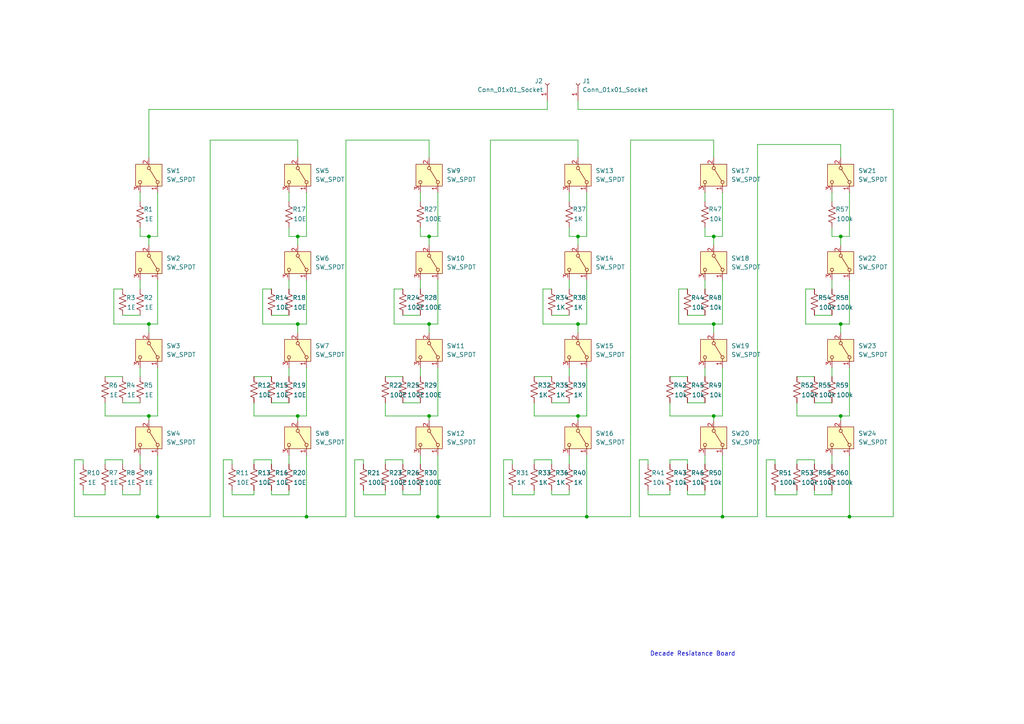
<source format=kicad_sch>
(kicad_sch
	(version 20231120)
	(generator "eeschema")
	(generator_version "8.0")
	(uuid "186577b9-55d6-4622-a495-5d2250fbad88")
	(paper "A4")
	(lib_symbols
		(symbol "Connector:Conn_01x01_Socket"
			(pin_names
				(offset 1.016) hide)
			(exclude_from_sim no)
			(in_bom yes)
			(on_board yes)
			(property "Reference" "J"
				(at 0 2.54 0)
				(effects
					(font
						(size 1.27 1.27)
					)
				)
			)
			(property "Value" "Conn_01x01_Socket"
				(at 0 -2.54 0)
				(effects
					(font
						(size 1.27 1.27)
					)
				)
			)
			(property "Footprint" ""
				(at 0 0 0)
				(effects
					(font
						(size 1.27 1.27)
					)
					(hide yes)
				)
			)
			(property "Datasheet" "~"
				(at 0 0 0)
				(effects
					(font
						(size 1.27 1.27)
					)
					(hide yes)
				)
			)
			(property "Description" "Generic connector, single row, 01x01, script generated"
				(at 0 0 0)
				(effects
					(font
						(size 1.27 1.27)
					)
					(hide yes)
				)
			)
			(property "ki_locked" ""
				(at 0 0 0)
				(effects
					(font
						(size 1.27 1.27)
					)
				)
			)
			(property "ki_keywords" "connector"
				(at 0 0 0)
				(effects
					(font
						(size 1.27 1.27)
					)
					(hide yes)
				)
			)
			(property "ki_fp_filters" "Connector*:*_1x??_*"
				(at 0 0 0)
				(effects
					(font
						(size 1.27 1.27)
					)
					(hide yes)
				)
			)
			(symbol "Conn_01x01_Socket_1_1"
				(polyline
					(pts
						(xy -1.27 0) (xy -0.508 0)
					)
					(stroke
						(width 0.1524)
						(type default)
					)
					(fill
						(type none)
					)
				)
				(arc
					(start 0 0.508)
					(mid -0.5058 0)
					(end 0 -0.508)
					(stroke
						(width 0.1524)
						(type default)
					)
					(fill
						(type none)
					)
				)
				(pin passive line
					(at -5.08 0 0)
					(length 3.81)
					(name "Pin_1"
						(effects
							(font
								(size 1.27 1.27)
							)
						)
					)
					(number "1"
						(effects
							(font
								(size 1.27 1.27)
							)
						)
					)
				)
			)
		)
		(symbol "Device:R_US"
			(pin_numbers hide)
			(pin_names
				(offset 0)
			)
			(exclude_from_sim no)
			(in_bom yes)
			(on_board yes)
			(property "Reference" "R"
				(at 2.54 0 90)
				(effects
					(font
						(size 1.27 1.27)
					)
				)
			)
			(property "Value" "R_US"
				(at -2.54 0 90)
				(effects
					(font
						(size 1.27 1.27)
					)
				)
			)
			(property "Footprint" ""
				(at 1.016 -0.254 90)
				(effects
					(font
						(size 1.27 1.27)
					)
					(hide yes)
				)
			)
			(property "Datasheet" "~"
				(at 0 0 0)
				(effects
					(font
						(size 1.27 1.27)
					)
					(hide yes)
				)
			)
			(property "Description" "Resistor, US symbol"
				(at 0 0 0)
				(effects
					(font
						(size 1.27 1.27)
					)
					(hide yes)
				)
			)
			(property "ki_keywords" "R res resistor"
				(at 0 0 0)
				(effects
					(font
						(size 1.27 1.27)
					)
					(hide yes)
				)
			)
			(property "ki_fp_filters" "R_*"
				(at 0 0 0)
				(effects
					(font
						(size 1.27 1.27)
					)
					(hide yes)
				)
			)
			(symbol "R_US_0_1"
				(polyline
					(pts
						(xy 0 -2.286) (xy 0 -2.54)
					)
					(stroke
						(width 0)
						(type default)
					)
					(fill
						(type none)
					)
				)
				(polyline
					(pts
						(xy 0 2.286) (xy 0 2.54)
					)
					(stroke
						(width 0)
						(type default)
					)
					(fill
						(type none)
					)
				)
				(polyline
					(pts
						(xy 0 -0.762) (xy 1.016 -1.143) (xy 0 -1.524) (xy -1.016 -1.905) (xy 0 -2.286)
					)
					(stroke
						(width 0)
						(type default)
					)
					(fill
						(type none)
					)
				)
				(polyline
					(pts
						(xy 0 0.762) (xy 1.016 0.381) (xy 0 0) (xy -1.016 -0.381) (xy 0 -0.762)
					)
					(stroke
						(width 0)
						(type default)
					)
					(fill
						(type none)
					)
				)
				(polyline
					(pts
						(xy 0 2.286) (xy 1.016 1.905) (xy 0 1.524) (xy -1.016 1.143) (xy 0 0.762)
					)
					(stroke
						(width 0)
						(type default)
					)
					(fill
						(type none)
					)
				)
			)
			(symbol "R_US_1_1"
				(pin passive line
					(at 0 3.81 270)
					(length 1.27)
					(name "~"
						(effects
							(font
								(size 1.27 1.27)
							)
						)
					)
					(number "1"
						(effects
							(font
								(size 1.27 1.27)
							)
						)
					)
				)
				(pin passive line
					(at 0 -3.81 90)
					(length 1.27)
					(name "~"
						(effects
							(font
								(size 1.27 1.27)
							)
						)
					)
					(number "2"
						(effects
							(font
								(size 1.27 1.27)
							)
						)
					)
				)
			)
		)
		(symbol "Switch:SW_SPDT"
			(pin_names
				(offset 0) hide)
			(exclude_from_sim no)
			(in_bom yes)
			(on_board yes)
			(property "Reference" "SW"
				(at 0 5.08 0)
				(effects
					(font
						(size 1.27 1.27)
					)
				)
			)
			(property "Value" "SW_SPDT"
				(at 0 -5.08 0)
				(effects
					(font
						(size 1.27 1.27)
					)
				)
			)
			(property "Footprint" ""
				(at 0 0 0)
				(effects
					(font
						(size 1.27 1.27)
					)
					(hide yes)
				)
			)
			(property "Datasheet" "~"
				(at 0 -7.62 0)
				(effects
					(font
						(size 1.27 1.27)
					)
					(hide yes)
				)
			)
			(property "Description" "Switch, single pole double throw"
				(at 0 0 0)
				(effects
					(font
						(size 1.27 1.27)
					)
					(hide yes)
				)
			)
			(property "ki_keywords" "switch single-pole double-throw spdt ON-ON"
				(at 0 0 0)
				(effects
					(font
						(size 1.27 1.27)
					)
					(hide yes)
				)
			)
			(symbol "SW_SPDT_0_1"
				(circle
					(center -2.032 0)
					(radius 0.4572)
					(stroke
						(width 0)
						(type default)
					)
					(fill
						(type none)
					)
				)
				(polyline
					(pts
						(xy -1.651 0.254) (xy 1.651 2.286)
					)
					(stroke
						(width 0)
						(type default)
					)
					(fill
						(type none)
					)
				)
				(circle
					(center 2.032 -2.54)
					(radius 0.4572)
					(stroke
						(width 0)
						(type default)
					)
					(fill
						(type none)
					)
				)
				(circle
					(center 2.032 2.54)
					(radius 0.4572)
					(stroke
						(width 0)
						(type default)
					)
					(fill
						(type none)
					)
				)
			)
			(symbol "SW_SPDT_1_1"
				(rectangle
					(start -3.175 3.81)
					(end 3.175 -3.81)
					(stroke
						(width 0)
						(type default)
					)
					(fill
						(type background)
					)
				)
				(pin passive line
					(at 5.08 2.54 180)
					(length 2.54)
					(name "A"
						(effects
							(font
								(size 1.27 1.27)
							)
						)
					)
					(number "1"
						(effects
							(font
								(size 1.27 1.27)
							)
						)
					)
				)
				(pin passive line
					(at -5.08 0 0)
					(length 2.54)
					(name "B"
						(effects
							(font
								(size 1.27 1.27)
							)
						)
					)
					(number "2"
						(effects
							(font
								(size 1.27 1.27)
							)
						)
					)
				)
				(pin passive line
					(at 5.08 -2.54 180)
					(length 2.54)
					(name "C"
						(effects
							(font
								(size 1.27 1.27)
							)
						)
					)
					(number "3"
						(effects
							(font
								(size 1.27 1.27)
							)
						)
					)
				)
			)
		)
	)
	(junction
		(at 45.72 149.86)
		(diameter 0)
		(color 0 0 0 0)
		(uuid "03b02ca5-dcdd-4280-b72f-0f4bd2c7d690")
	)
	(junction
		(at 167.64 120.65)
		(diameter 0)
		(color 0 0 0 0)
		(uuid "105abd50-f44a-400f-8f46-0b4dd8bd1b91")
	)
	(junction
		(at 243.84 120.65)
		(diameter 0)
		(color 0 0 0 0)
		(uuid "11c5b60b-2f7e-4b2d-aa21-38654b20276a")
	)
	(junction
		(at 246.38 149.86)
		(diameter 0)
		(color 0 0 0 0)
		(uuid "1fe234f7-e62f-4a1c-8916-bc5efb58bdab")
	)
	(junction
		(at 167.64 68.58)
		(diameter 0)
		(color 0 0 0 0)
		(uuid "2416fe90-42bc-4e2e-b48e-fd4a1cd8920b")
	)
	(junction
		(at 243.84 68.58)
		(diameter 0)
		(color 0 0 0 0)
		(uuid "40cfa000-b4e5-4d5f-ae2b-00f44a030a75")
	)
	(junction
		(at 86.36 68.58)
		(diameter 0)
		(color 0 0 0 0)
		(uuid "41bcff18-48ef-43e0-9d06-d74725de848f")
	)
	(junction
		(at 127 149.86)
		(diameter 0)
		(color 0 0 0 0)
		(uuid "4bf19695-b09c-41ee-b08c-d0dc98ec49ce")
	)
	(junction
		(at 88.9 149.86)
		(diameter 0)
		(color 0 0 0 0)
		(uuid "4fc9be1b-3421-41fb-a3bf-43c7e20e8d3e")
	)
	(junction
		(at 43.18 93.98)
		(diameter 0)
		(color 0 0 0 0)
		(uuid "54ced109-84f6-42bb-9c6c-08bb1dd8ec68")
	)
	(junction
		(at 86.36 93.98)
		(diameter 0)
		(color 0 0 0 0)
		(uuid "5dbd5ffe-f882-4504-ab58-fbcded2f8e43")
	)
	(junction
		(at 207.01 68.58)
		(diameter 0)
		(color 0 0 0 0)
		(uuid "5ee425ba-0a9c-42ef-a757-6283b626b3dd")
	)
	(junction
		(at 207.01 93.98)
		(diameter 0)
		(color 0 0 0 0)
		(uuid "7363e531-dde0-4c26-b04e-25beca129c40")
	)
	(junction
		(at 167.64 93.98)
		(diameter 0)
		(color 0 0 0 0)
		(uuid "909400bb-af03-4b6c-99b9-91911c8a2cfe")
	)
	(junction
		(at 209.55 149.86)
		(diameter 0)
		(color 0 0 0 0)
		(uuid "a50ef1cd-b1e4-4fb8-877f-5cf15d561a21")
	)
	(junction
		(at 86.36 120.65)
		(diameter 0)
		(color 0 0 0 0)
		(uuid "b89a14c0-496a-4e50-a008-c1c6d3919865")
	)
	(junction
		(at 43.18 120.65)
		(diameter 0)
		(color 0 0 0 0)
		(uuid "be130bb9-a7f1-42ce-bb4d-d63b4171c543")
	)
	(junction
		(at 124.46 120.65)
		(diameter 0)
		(color 0 0 0 0)
		(uuid "c2501928-41cf-4b14-89d4-ac02794a0e2f")
	)
	(junction
		(at 170.18 149.86)
		(diameter 0)
		(color 0 0 0 0)
		(uuid "c5107019-ed3b-4d7a-ac19-c8b656b55b43")
	)
	(junction
		(at 124.46 93.98)
		(diameter 0)
		(color 0 0 0 0)
		(uuid "c928f2c4-b79f-464b-ac12-3c4524f25758")
	)
	(junction
		(at 243.84 93.98)
		(diameter 0)
		(color 0 0 0 0)
		(uuid "cc73849b-03c4-4535-9acf-47b77cccbc72")
	)
	(junction
		(at 43.18 68.58)
		(diameter 0)
		(color 0 0 0 0)
		(uuid "d59ba4d9-c88f-4f39-9686-f152d464c8ad")
	)
	(junction
		(at 124.46 68.58)
		(diameter 0)
		(color 0 0 0 0)
		(uuid "f2fa691f-eb54-4195-bc7a-76f041d83149")
	)
	(junction
		(at 207.01 120.65)
		(diameter 0)
		(color 0 0 0 0)
		(uuid "f5633099-9ffd-4762-a2ba-75ab9eb3d247")
	)
	(wire
		(pts
			(xy 76.2 83.82) (xy 76.2 93.98)
		)
		(stroke
			(width 0)
			(type default)
		)
		(uuid "0000595e-f33b-405b-aa2b-32f1263cc9fd")
	)
	(wire
		(pts
			(xy 246.38 55.88) (xy 246.38 68.58)
		)
		(stroke
			(width 0)
			(type default)
		)
		(uuid "00373e43-f5e2-4ea7-830f-90ccde825f40")
	)
	(wire
		(pts
			(xy 127 81.28) (xy 127 93.98)
		)
		(stroke
			(width 0)
			(type default)
		)
		(uuid "028cceed-212b-4db4-bd7b-e697bb508c41")
	)
	(wire
		(pts
			(xy 236.22 91.44) (xy 241.3 91.44)
		)
		(stroke
			(width 0)
			(type default)
		)
		(uuid "03b78983-eff3-4c25-a4c0-b9a5a60e8d7b")
	)
	(wire
		(pts
			(xy 170.18 93.98) (xy 167.64 93.98)
		)
		(stroke
			(width 0)
			(type default)
		)
		(uuid "040486a7-f671-4436-8859-caedd3b9c7da")
	)
	(wire
		(pts
			(xy 167.64 68.58) (xy 165.1 68.58)
		)
		(stroke
			(width 0)
			(type default)
		)
		(uuid "042843f1-12de-4f87-a22d-a481afaf5e6d")
	)
	(wire
		(pts
			(xy 204.47 106.68) (xy 204.47 109.22)
		)
		(stroke
			(width 0)
			(type default)
		)
		(uuid "049ebc04-7ef1-4421-b3af-72c92da71f64")
	)
	(wire
		(pts
			(xy 83.82 55.88) (xy 83.82 58.42)
		)
		(stroke
			(width 0)
			(type default)
		)
		(uuid "066ca7d3-9539-4b90-beea-2c52ded9e8c9")
	)
	(wire
		(pts
			(xy 199.39 134.62) (xy 199.39 133.35)
		)
		(stroke
			(width 0)
			(type default)
		)
		(uuid "06c715eb-c49c-432e-b990-c5aa2a7c0d47")
	)
	(wire
		(pts
			(xy 222.25 149.86) (xy 246.38 149.86)
		)
		(stroke
			(width 0)
			(type default)
		)
		(uuid "0a5a1143-a3de-4ffd-a410-6aef86053387")
	)
	(wire
		(pts
			(xy 236.22 83.82) (xy 233.68 83.82)
		)
		(stroke
			(width 0)
			(type default)
		)
		(uuid "0c8d8261-4029-49e8-b948-7665d28a5317")
	)
	(wire
		(pts
			(xy 209.55 149.86) (xy 209.55 132.08)
		)
		(stroke
			(width 0)
			(type default)
		)
		(uuid "0cad2c08-fb17-4b65-b751-ddebc6814e19")
	)
	(wire
		(pts
			(xy 236.22 116.84) (xy 241.3 116.84)
		)
		(stroke
			(width 0)
			(type default)
		)
		(uuid "0e12219f-82d9-4368-927c-780a5ede09c2")
	)
	(wire
		(pts
			(xy 246.38 81.28) (xy 246.38 93.98)
		)
		(stroke
			(width 0)
			(type default)
		)
		(uuid "0e1cba91-d1d0-43b6-bc68-1f7172537510")
	)
	(wire
		(pts
			(xy 154.94 142.24) (xy 154.94 143.51)
		)
		(stroke
			(width 0)
			(type default)
		)
		(uuid "0f844ffe-404d-489d-acf9-a39fc0ffa9c4")
	)
	(wire
		(pts
			(xy 86.36 68.58) (xy 86.36 71.12)
		)
		(stroke
			(width 0)
			(type default)
		)
		(uuid "10583c95-2be1-4831-8aab-082467e72142")
	)
	(wire
		(pts
			(xy 246.38 120.65) (xy 246.38 106.68)
		)
		(stroke
			(width 0)
			(type default)
		)
		(uuid "12988bc2-7d9d-4ac1-bbca-cd0355d786f2")
	)
	(wire
		(pts
			(xy 35.56 116.84) (xy 40.64 116.84)
		)
		(stroke
			(width 0)
			(type default)
		)
		(uuid "13597f54-88ca-4fa1-8ffc-cacb4523b4d3")
	)
	(wire
		(pts
			(xy 114.3 93.98) (xy 124.46 93.98)
		)
		(stroke
			(width 0)
			(type default)
		)
		(uuid "141e9cae-bdf9-482f-a9eb-691a756c958c")
	)
	(wire
		(pts
			(xy 64.77 133.35) (xy 64.77 149.86)
		)
		(stroke
			(width 0)
			(type default)
		)
		(uuid "14c8380a-002c-4337-9e12-2bfdf763a888")
	)
	(wire
		(pts
			(xy 30.48 143.51) (xy 24.13 143.51)
		)
		(stroke
			(width 0)
			(type default)
		)
		(uuid "156dc943-a3e6-43c4-9f12-7b95c78c9436")
	)
	(wire
		(pts
			(xy 209.55 93.98) (xy 207.01 93.98)
		)
		(stroke
			(width 0)
			(type default)
		)
		(uuid "15b05f05-9654-4629-a0cf-d434279c4619")
	)
	(wire
		(pts
			(xy 194.31 133.35) (xy 194.31 134.62)
		)
		(stroke
			(width 0)
			(type default)
		)
		(uuid "15e941b5-baf1-440b-bbda-0b1eaaa0a7f4")
	)
	(wire
		(pts
			(xy 124.46 120.65) (xy 124.46 121.92)
		)
		(stroke
			(width 0)
			(type default)
		)
		(uuid "1699473a-ccae-4577-94ac-840af3eae255")
	)
	(wire
		(pts
			(xy 194.31 109.22) (xy 199.39 109.22)
		)
		(stroke
			(width 0)
			(type default)
		)
		(uuid "18678464-4b01-417f-af79-1883b7b8e9f3")
	)
	(wire
		(pts
			(xy 154.94 120.65) (xy 167.64 120.65)
		)
		(stroke
			(width 0)
			(type default)
		)
		(uuid "1954007d-d38e-4878-82d2-b08c80a9e195")
	)
	(wire
		(pts
			(xy 73.66 120.65) (xy 86.36 120.65)
		)
		(stroke
			(width 0)
			(type default)
		)
		(uuid "1a61f336-ce41-4d8c-9225-7c34dbdb6335")
	)
	(wire
		(pts
			(xy 199.39 83.82) (xy 196.85 83.82)
		)
		(stroke
			(width 0)
			(type default)
		)
		(uuid "1b096be0-6317-4058-b38c-f19df3398dab")
	)
	(wire
		(pts
			(xy 222.25 133.35) (xy 222.25 149.86)
		)
		(stroke
			(width 0)
			(type default)
		)
		(uuid "1ba253aa-8eba-4085-92a4-9bea5f28bf96")
	)
	(wire
		(pts
			(xy 233.68 93.98) (xy 243.84 93.98)
		)
		(stroke
			(width 0)
			(type default)
		)
		(uuid "1c31f831-21dc-40ec-b3bb-4eeaae6ddb45")
	)
	(wire
		(pts
			(xy 231.14 120.65) (xy 243.84 120.65)
		)
		(stroke
			(width 0)
			(type default)
		)
		(uuid "1dd60701-40ad-4e89-b2c0-f1a8c934f778")
	)
	(wire
		(pts
			(xy 43.18 68.58) (xy 43.18 71.12)
		)
		(stroke
			(width 0)
			(type default)
		)
		(uuid "1e1f2e3a-241f-4a48-adfb-8a542f92f828")
	)
	(wire
		(pts
			(xy 83.82 142.24) (xy 83.82 143.51)
		)
		(stroke
			(width 0)
			(type default)
		)
		(uuid "1fa4d072-7d7a-4a50-8b99-228114968a77")
	)
	(wire
		(pts
			(xy 182.88 149.86) (xy 182.88 40.64)
		)
		(stroke
			(width 0)
			(type default)
		)
		(uuid "1fc222b2-1deb-40ca-9dce-1aef5f88d8fb")
	)
	(wire
		(pts
			(xy 243.84 41.91) (xy 243.84 45.72)
		)
		(stroke
			(width 0)
			(type default)
		)
		(uuid "1fd95afd-7838-4c1d-ae33-179dc89c4ef4")
	)
	(wire
		(pts
			(xy 86.36 120.65) (xy 86.36 121.92)
		)
		(stroke
			(width 0)
			(type default)
		)
		(uuid "21291ba6-885c-4e90-b566-9767ffcc6955")
	)
	(wire
		(pts
			(xy 148.59 134.62) (xy 148.59 133.35)
		)
		(stroke
			(width 0)
			(type default)
		)
		(uuid "21ca1845-f412-464b-b959-ca00fc32294a")
	)
	(wire
		(pts
			(xy 241.3 106.68) (xy 241.3 109.22)
		)
		(stroke
			(width 0)
			(type default)
		)
		(uuid "222c8549-48e4-40ce-9faa-b50c3710a380")
	)
	(wire
		(pts
			(xy 170.18 120.65) (xy 170.18 106.68)
		)
		(stroke
			(width 0)
			(type default)
		)
		(uuid "236ca719-b424-4a30-a2a4-e6a859bd7c20")
	)
	(wire
		(pts
			(xy 185.42 149.86) (xy 209.55 149.86)
		)
		(stroke
			(width 0)
			(type default)
		)
		(uuid "2426478e-e374-45be-bad2-e6ab138b5dfc")
	)
	(wire
		(pts
			(xy 124.46 68.58) (xy 121.92 68.58)
		)
		(stroke
			(width 0)
			(type default)
		)
		(uuid "268c4389-a4b8-4b06-8964-07961fb27dca")
	)
	(wire
		(pts
			(xy 100.33 149.86) (xy 100.33 40.64)
		)
		(stroke
			(width 0)
			(type default)
		)
		(uuid "27313820-e8ab-4a45-bff2-faa2b65f22db")
	)
	(wire
		(pts
			(xy 154.94 116.84) (xy 154.94 120.65)
		)
		(stroke
			(width 0)
			(type default)
		)
		(uuid "27ec63a2-f3f2-4c98-aa6e-ef3a78ab1d4f")
	)
	(wire
		(pts
			(xy 127 149.86) (xy 127 132.08)
		)
		(stroke
			(width 0)
			(type default)
		)
		(uuid "282ccf3d-64d3-479b-8bde-ef16eccf4a96")
	)
	(wire
		(pts
			(xy 30.48 116.84) (xy 30.48 120.65)
		)
		(stroke
			(width 0)
			(type default)
		)
		(uuid "29adec2e-a9fd-4926-aba2-658773c51a64")
	)
	(wire
		(pts
			(xy 236.22 133.35) (xy 231.14 133.35)
		)
		(stroke
			(width 0)
			(type default)
		)
		(uuid "29f6fc0b-e5ac-4914-a06f-2f00db77037a")
	)
	(wire
		(pts
			(xy 165.1 132.08) (xy 165.1 134.62)
		)
		(stroke
			(width 0)
			(type default)
		)
		(uuid "2bd403ac-2956-4498-86fa-9f247238b447")
	)
	(wire
		(pts
			(xy 86.36 120.65) (xy 88.9 120.65)
		)
		(stroke
			(width 0)
			(type default)
		)
		(uuid "2ccd9ea9-8279-4248-b579-b8fdab6c7d37")
	)
	(wire
		(pts
			(xy 124.46 120.65) (xy 127 120.65)
		)
		(stroke
			(width 0)
			(type default)
		)
		(uuid "2e66a159-a49e-4864-b2f3-fed60333a745")
	)
	(wire
		(pts
			(xy 30.48 120.65) (xy 43.18 120.65)
		)
		(stroke
			(width 0)
			(type default)
		)
		(uuid "355cc98c-560f-414a-a70e-e39a80445e67")
	)
	(wire
		(pts
			(xy 67.31 134.62) (xy 67.31 133.35)
		)
		(stroke
			(width 0)
			(type default)
		)
		(uuid "35a4d8bd-4f8e-47f7-b13b-869a094bbf87")
	)
	(wire
		(pts
			(xy 121.92 55.88) (xy 121.92 58.42)
		)
		(stroke
			(width 0)
			(type default)
		)
		(uuid "365e5fb5-2c65-498f-979e-72fa06d257d8")
	)
	(wire
		(pts
			(xy 88.9 68.58) (xy 86.36 68.58)
		)
		(stroke
			(width 0)
			(type default)
		)
		(uuid "36f19d51-36d5-4054-ba8f-66a036c950d2")
	)
	(wire
		(pts
			(xy 165.1 68.58) (xy 165.1 66.04)
		)
		(stroke
			(width 0)
			(type default)
		)
		(uuid "380d5229-85b7-4453-a316-0cb7efbc6905")
	)
	(wire
		(pts
			(xy 204.47 55.88) (xy 204.47 58.42)
		)
		(stroke
			(width 0)
			(type default)
		)
		(uuid "3a4e0d7d-0cc2-43f1-9061-7ed24de68ed7")
	)
	(wire
		(pts
			(xy 116.84 91.44) (xy 121.92 91.44)
		)
		(stroke
			(width 0)
			(type default)
		)
		(uuid "3a8856cf-4b65-41c1-ae85-c6eaa136f7b1")
	)
	(wire
		(pts
			(xy 86.36 93.98) (xy 86.36 96.52)
		)
		(stroke
			(width 0)
			(type default)
		)
		(uuid "3a9a38d1-9dcb-4b60-b51e-b4067bd238d6")
	)
	(wire
		(pts
			(xy 127 120.65) (xy 127 106.68)
		)
		(stroke
			(width 0)
			(type default)
		)
		(uuid "3bb47f22-f034-4f91-b52e-329d089f1654")
	)
	(wire
		(pts
			(xy 43.18 120.65) (xy 43.18 121.92)
		)
		(stroke
			(width 0)
			(type default)
		)
		(uuid "3e92974c-5311-4f30-8e6a-f4904fa2f7a5")
	)
	(wire
		(pts
			(xy 224.79 143.51) (xy 224.79 142.24)
		)
		(stroke
			(width 0)
			(type default)
		)
		(uuid "3f4ec205-8b84-4c71-a5d7-4f4284595113")
	)
	(wire
		(pts
			(xy 209.55 81.28) (xy 209.55 93.98)
		)
		(stroke
			(width 0)
			(type default)
		)
		(uuid "3f64a4ee-3aac-4466-9c8d-db37c06d8efb")
	)
	(wire
		(pts
			(xy 170.18 68.58) (xy 167.64 68.58)
		)
		(stroke
			(width 0)
			(type default)
		)
		(uuid "41a34710-8e54-44d6-9d80-49552eb8b526")
	)
	(wire
		(pts
			(xy 146.05 133.35) (xy 146.05 149.86)
		)
		(stroke
			(width 0)
			(type default)
		)
		(uuid "42f72504-8969-4946-bf5d-c557294f6d05")
	)
	(wire
		(pts
			(xy 40.64 143.51) (xy 35.56 143.51)
		)
		(stroke
			(width 0)
			(type default)
		)
		(uuid "43c66c5f-cc6a-4601-9ac0-c0d41d8f7792")
	)
	(wire
		(pts
			(xy 199.39 116.84) (xy 204.47 116.84)
		)
		(stroke
			(width 0)
			(type default)
		)
		(uuid "44b4fe2e-2369-47b7-a8e8-8f44e8c35a58")
	)
	(wire
		(pts
			(xy 105.41 134.62) (xy 105.41 133.35)
		)
		(stroke
			(width 0)
			(type default)
		)
		(uuid "45e1afdf-3eed-49a7-88ed-237fbf6fa954")
	)
	(wire
		(pts
			(xy 204.47 81.28) (xy 204.47 83.82)
		)
		(stroke
			(width 0)
			(type default)
		)
		(uuid "4895ac33-3ad9-49f1-b093-c6e04c2ba3ec")
	)
	(wire
		(pts
			(xy 78.74 134.62) (xy 78.74 133.35)
		)
		(stroke
			(width 0)
			(type default)
		)
		(uuid "490fa85c-72b3-48f9-8440-115355970f9b")
	)
	(wire
		(pts
			(xy 209.55 68.58) (xy 207.01 68.58)
		)
		(stroke
			(width 0)
			(type default)
		)
		(uuid "4bed1307-bf95-41ef-a7c2-fd80ca607786")
	)
	(wire
		(pts
			(xy 43.18 31.75) (xy 158.75 31.75)
		)
		(stroke
			(width 0)
			(type default)
		)
		(uuid "4c757f9d-39f5-441a-8c0a-a564d9a96441")
	)
	(wire
		(pts
			(xy 160.02 134.62) (xy 160.02 133.35)
		)
		(stroke
			(width 0)
			(type default)
		)
		(uuid "4d784a50-31b1-4db6-bebc-461d8a00c915")
	)
	(wire
		(pts
			(xy 243.84 68.58) (xy 243.84 71.12)
		)
		(stroke
			(width 0)
			(type default)
		)
		(uuid "4f08d8dc-18ff-489f-ae51-f6081fa24212")
	)
	(wire
		(pts
			(xy 78.74 133.35) (xy 73.66 133.35)
		)
		(stroke
			(width 0)
			(type default)
		)
		(uuid "4fd179fb-15b0-4544-866c-22179d2b532c")
	)
	(wire
		(pts
			(xy 30.48 133.35) (xy 30.48 134.62)
		)
		(stroke
			(width 0)
			(type default)
		)
		(uuid "5156bb00-c2ef-4aa2-bbde-0598bdb9d1bc")
	)
	(wire
		(pts
			(xy 78.74 116.84) (xy 83.82 116.84)
		)
		(stroke
			(width 0)
			(type default)
		)
		(uuid "51df4142-6c30-4461-95b6-d23d11a7745a")
	)
	(wire
		(pts
			(xy 160.02 91.44) (xy 165.1 91.44)
		)
		(stroke
			(width 0)
			(type default)
		)
		(uuid "524505cb-a496-4470-bd95-fda01d1e6c0d")
	)
	(wire
		(pts
			(xy 43.18 93.98) (xy 43.18 96.52)
		)
		(stroke
			(width 0)
			(type default)
		)
		(uuid "525b3cdc-50e0-41b5-8de7-0cb26eda0254")
	)
	(wire
		(pts
			(xy 207.01 68.58) (xy 207.01 71.12)
		)
		(stroke
			(width 0)
			(type default)
		)
		(uuid "5274f464-2ce7-4cf6-94a5-469bd0c0947b")
	)
	(wire
		(pts
			(xy 199.39 91.44) (xy 204.47 91.44)
		)
		(stroke
			(width 0)
			(type default)
		)
		(uuid "53ccbfba-655e-46c9-adfa-35b235040f94")
	)
	(wire
		(pts
			(xy 124.46 40.64) (xy 124.46 45.72)
		)
		(stroke
			(width 0)
			(type default)
		)
		(uuid "542b880a-d0c5-457c-8d8f-c7487fedcb2f")
	)
	(wire
		(pts
			(xy 209.55 149.86) (xy 219.71 149.86)
		)
		(stroke
			(width 0)
			(type default)
		)
		(uuid "5439e2eb-0c3b-480a-b524-3f5796231c4d")
	)
	(wire
		(pts
			(xy 105.41 143.51) (xy 105.41 142.24)
		)
		(stroke
			(width 0)
			(type default)
		)
		(uuid "54e532f9-e5c1-429b-8866-df41a71ca0f4")
	)
	(wire
		(pts
			(xy 111.76 116.84) (xy 111.76 120.65)
		)
		(stroke
			(width 0)
			(type default)
		)
		(uuid "5726c871-d00c-4c86-aee5-929891f80725")
	)
	(wire
		(pts
			(xy 233.68 83.82) (xy 233.68 93.98)
		)
		(stroke
			(width 0)
			(type default)
		)
		(uuid "5a745f8c-8f51-4c0d-9bdf-aede7a0f76ba")
	)
	(wire
		(pts
			(xy 185.42 133.35) (xy 185.42 149.86)
		)
		(stroke
			(width 0)
			(type default)
		)
		(uuid "5c5f6f69-a18e-45a2-8777-002de6c1d22f")
	)
	(wire
		(pts
			(xy 167.64 29.21) (xy 167.64 31.75)
		)
		(stroke
			(width 0)
			(type default)
		)
		(uuid "5f476f17-8b2e-4a58-8660-ffcc7aa19eeb")
	)
	(wire
		(pts
			(xy 154.94 133.35) (xy 154.94 134.62)
		)
		(stroke
			(width 0)
			(type default)
		)
		(uuid "606c872e-7c37-44a6-901a-b7bb8c9546e7")
	)
	(wire
		(pts
			(xy 78.74 83.82) (xy 76.2 83.82)
		)
		(stroke
			(width 0)
			(type default)
		)
		(uuid "616dcdf1-860d-4865-a349-f72e09a16b52")
	)
	(wire
		(pts
			(xy 165.1 106.68) (xy 165.1 109.22)
		)
		(stroke
			(width 0)
			(type default)
		)
		(uuid "6261297e-6f39-4815-a5cb-cd77635ef5da")
	)
	(wire
		(pts
			(xy 165.1 143.51) (xy 160.02 143.51)
		)
		(stroke
			(width 0)
			(type default)
		)
		(uuid "6375e89d-4458-423b-943a-d42901cb6261")
	)
	(wire
		(pts
			(xy 111.76 143.51) (xy 105.41 143.51)
		)
		(stroke
			(width 0)
			(type default)
		)
		(uuid "646faf2a-9146-42eb-a00d-d3516561d0cf")
	)
	(wire
		(pts
			(xy 111.76 142.24) (xy 111.76 143.51)
		)
		(stroke
			(width 0)
			(type default)
		)
		(uuid "673e0953-73e8-42d2-a3ca-0d2a2cabfd42")
	)
	(wire
		(pts
			(xy 45.72 81.28) (xy 45.72 93.98)
		)
		(stroke
			(width 0)
			(type default)
		)
		(uuid "682b9240-fe97-487c-8d19-9591db23abaf")
	)
	(wire
		(pts
			(xy 182.88 40.64) (xy 207.01 40.64)
		)
		(stroke
			(width 0)
			(type default)
		)
		(uuid "692a0751-077e-4148-80b0-31b806189acb")
	)
	(wire
		(pts
			(xy 165.1 142.24) (xy 165.1 143.51)
		)
		(stroke
			(width 0)
			(type default)
		)
		(uuid "6a46c9c6-f77b-4a13-9a08-35573eb45213")
	)
	(wire
		(pts
			(xy 21.59 133.35) (xy 24.13 133.35)
		)
		(stroke
			(width 0)
			(type default)
		)
		(uuid "6a7a2ce8-445e-4a31-beb6-37e1eeafe8df")
	)
	(wire
		(pts
			(xy 111.76 133.35) (xy 111.76 134.62)
		)
		(stroke
			(width 0)
			(type default)
		)
		(uuid "6b787fd6-1c6b-490b-8329-9122077a5842")
	)
	(wire
		(pts
			(xy 158.75 31.75) (xy 158.75 29.21)
		)
		(stroke
			(width 0)
			(type default)
		)
		(uuid "6c3f7817-6af2-4a5b-a6da-f932e1d5bbea")
	)
	(wire
		(pts
			(xy 76.2 93.98) (xy 86.36 93.98)
		)
		(stroke
			(width 0)
			(type default)
		)
		(uuid "6c64206b-0e85-4ff6-b63e-03eecad75145")
	)
	(wire
		(pts
			(xy 83.82 106.68) (xy 83.82 109.22)
		)
		(stroke
			(width 0)
			(type default)
		)
		(uuid "6cfc1ed3-a137-4d3f-96da-b00114d5d65d")
	)
	(wire
		(pts
			(xy 259.08 31.75) (xy 259.08 149.86)
		)
		(stroke
			(width 0)
			(type default)
		)
		(uuid "6fed1399-f8c4-45dd-8411-0084a96ec0c2")
	)
	(wire
		(pts
			(xy 88.9 55.88) (xy 88.9 68.58)
		)
		(stroke
			(width 0)
			(type default)
		)
		(uuid "70d5007b-c41c-4421-bd91-4cde217cb328")
	)
	(wire
		(pts
			(xy 45.72 93.98) (xy 43.18 93.98)
		)
		(stroke
			(width 0)
			(type default)
		)
		(uuid "71b16671-4b9b-4802-81c9-faeef6bdc1b4")
	)
	(wire
		(pts
			(xy 207.01 120.65) (xy 209.55 120.65)
		)
		(stroke
			(width 0)
			(type default)
		)
		(uuid "7207067d-2d82-4722-a842-5be33dcaece1")
	)
	(wire
		(pts
			(xy 121.92 106.68) (xy 121.92 109.22)
		)
		(stroke
			(width 0)
			(type default)
		)
		(uuid "729e78f2-cd8a-4655-b6b1-58a9d4485a50")
	)
	(wire
		(pts
			(xy 88.9 149.86) (xy 88.9 132.08)
		)
		(stroke
			(width 0)
			(type default)
		)
		(uuid "7300ae21-9513-420a-aa17-ea3432467b1d")
	)
	(wire
		(pts
			(xy 243.84 120.65) (xy 243.84 121.92)
		)
		(stroke
			(width 0)
			(type default)
		)
		(uuid "7301c4c1-7e9a-4516-b89c-703d35db0dd2")
	)
	(wire
		(pts
			(xy 160.02 133.35) (xy 154.94 133.35)
		)
		(stroke
			(width 0)
			(type default)
		)
		(uuid "73f0e9d8-c214-4cb7-aa4e-15a888672e07")
	)
	(wire
		(pts
			(xy 43.18 120.65) (xy 45.72 120.65)
		)
		(stroke
			(width 0)
			(type default)
		)
		(uuid "744398fd-2647-4ce6-a514-5d1c6ab7f04a")
	)
	(wire
		(pts
			(xy 142.24 40.64) (xy 167.64 40.64)
		)
		(stroke
			(width 0)
			(type default)
		)
		(uuid "747f9497-0938-4a67-80ec-0b0a295db725")
	)
	(wire
		(pts
			(xy 35.56 143.51) (xy 35.56 142.24)
		)
		(stroke
			(width 0)
			(type default)
		)
		(uuid "759d7d79-3c45-486b-ab96-dde42be75c93")
	)
	(wire
		(pts
			(xy 241.3 143.51) (xy 236.22 143.51)
		)
		(stroke
			(width 0)
			(type default)
		)
		(uuid "7613c12f-c04b-4f46-94e2-aa89ca96a0b6")
	)
	(wire
		(pts
			(xy 231.14 142.24) (xy 231.14 143.51)
		)
		(stroke
			(width 0)
			(type default)
		)
		(uuid "76a24811-4c1d-42ba-a515-852864c89f04")
	)
	(wire
		(pts
			(xy 219.71 41.91) (xy 243.84 41.91)
		)
		(stroke
			(width 0)
			(type default)
		)
		(uuid "7854a60a-0a87-47b7-b2c9-4d13b021260c")
	)
	(wire
		(pts
			(xy 86.36 40.64) (xy 86.36 45.72)
		)
		(stroke
			(width 0)
			(type default)
		)
		(uuid "78aa815e-6529-4d05-8b69-7991ac6a2c4f")
	)
	(wire
		(pts
			(xy 116.84 134.62) (xy 116.84 133.35)
		)
		(stroke
			(width 0)
			(type default)
		)
		(uuid "7b539054-9670-4fdd-9a17-f61a009823bc")
	)
	(wire
		(pts
			(xy 121.92 143.51) (xy 116.84 143.51)
		)
		(stroke
			(width 0)
			(type default)
		)
		(uuid "7c793c49-221a-49a5-8ff1-e5888cffe5cf")
	)
	(wire
		(pts
			(xy 88.9 149.86) (xy 100.33 149.86)
		)
		(stroke
			(width 0)
			(type default)
		)
		(uuid "7c7b7985-47f5-4b2b-a209-d4b3dea7d189")
	)
	(wire
		(pts
			(xy 60.96 40.64) (xy 86.36 40.64)
		)
		(stroke
			(width 0)
			(type default)
		)
		(uuid "7f09b05f-5288-4627-a7b2-c34c64bc04f4")
	)
	(wire
		(pts
			(xy 160.02 83.82) (xy 157.48 83.82)
		)
		(stroke
			(width 0)
			(type default)
		)
		(uuid "8233353d-591e-49f1-99a9-886ad3b6ec46")
	)
	(wire
		(pts
			(xy 21.59 133.35) (xy 21.59 149.86)
		)
		(stroke
			(width 0)
			(type default)
		)
		(uuid "82340d29-97b2-4551-b210-f2e9ed3a8b8a")
	)
	(wire
		(pts
			(xy 78.74 143.51) (xy 78.74 142.24)
		)
		(stroke
			(width 0)
			(type default)
		)
		(uuid "828d710c-ed26-4173-ac38-2dfc7dc3f786")
	)
	(wire
		(pts
			(xy 40.64 142.24) (xy 40.64 143.51)
		)
		(stroke
			(width 0)
			(type default)
		)
		(uuid "82d7b177-6d73-4b51-bd5f-68bc6f3797c2")
	)
	(wire
		(pts
			(xy 73.66 109.22) (xy 78.74 109.22)
		)
		(stroke
			(width 0)
			(type default)
		)
		(uuid "837689f3-9cdd-4d8b-9045-c7e98e44a90c")
	)
	(wire
		(pts
			(xy 194.31 142.24) (xy 194.31 143.51)
		)
		(stroke
			(width 0)
			(type default)
		)
		(uuid "841e1948-917e-430e-b505-ce3197859294")
	)
	(wire
		(pts
			(xy 241.3 55.88) (xy 241.3 58.42)
		)
		(stroke
			(width 0)
			(type default)
		)
		(uuid "8611e9b0-a373-486c-96a0-4c4f631c6b0d")
	)
	(wire
		(pts
			(xy 146.05 149.86) (xy 170.18 149.86)
		)
		(stroke
			(width 0)
			(type default)
		)
		(uuid "867a1868-a757-4e70-8ee9-0b5083375397")
	)
	(wire
		(pts
			(xy 35.56 133.35) (xy 30.48 133.35)
		)
		(stroke
			(width 0)
			(type default)
		)
		(uuid "8831bc6c-2238-4b95-899b-83c48481aa54")
	)
	(wire
		(pts
			(xy 222.25 133.35) (xy 224.79 133.35)
		)
		(stroke
			(width 0)
			(type default)
		)
		(uuid "89030d37-f770-495e-991a-dacfec0e07d5")
	)
	(wire
		(pts
			(xy 45.72 149.86) (xy 60.96 149.86)
		)
		(stroke
			(width 0)
			(type default)
		)
		(uuid "8952a919-083c-4c87-9cac-fbdb7db92c30")
	)
	(wire
		(pts
			(xy 121.92 142.24) (xy 121.92 143.51)
		)
		(stroke
			(width 0)
			(type default)
		)
		(uuid "8a85d37c-3659-4880-8a15-45d442422d8c")
	)
	(wire
		(pts
			(xy 83.82 143.51) (xy 78.74 143.51)
		)
		(stroke
			(width 0)
			(type default)
		)
		(uuid "8a8da581-c002-4d55-b266-b877e3603c18")
	)
	(wire
		(pts
			(xy 204.47 68.58) (xy 204.47 66.04)
		)
		(stroke
			(width 0)
			(type default)
		)
		(uuid "8a9a1c67-2412-4010-b0a4-c7ee1432d002")
	)
	(wire
		(pts
			(xy 60.96 149.86) (xy 60.96 40.64)
		)
		(stroke
			(width 0)
			(type default)
		)
		(uuid "8c797ff6-2c5f-4c82-b3b5-b20a6884a21e")
	)
	(wire
		(pts
			(xy 207.01 93.98) (xy 207.01 96.52)
		)
		(stroke
			(width 0)
			(type default)
		)
		(uuid "8f96b3cd-4bbd-4b37-a0e8-4598acad152f")
	)
	(wire
		(pts
			(xy 127 55.88) (xy 127 68.58)
		)
		(stroke
			(width 0)
			(type default)
		)
		(uuid "90257757-edde-4451-b4f8-72a77cea74aa")
	)
	(wire
		(pts
			(xy 194.31 116.84) (xy 194.31 120.65)
		)
		(stroke
			(width 0)
			(type default)
		)
		(uuid "904c41fd-88dd-4ad1-93e6-14d39b0b6b4d")
	)
	(wire
		(pts
			(xy 40.64 132.08) (xy 40.64 134.62)
		)
		(stroke
			(width 0)
			(type default)
		)
		(uuid "917dad5e-336b-447c-9dc1-b03bf42aea36")
	)
	(wire
		(pts
			(xy 24.13 143.51) (xy 24.13 142.24)
		)
		(stroke
			(width 0)
			(type default)
		)
		(uuid "91afb3d7-9104-4c7b-9395-dcf4614c6823")
	)
	(wire
		(pts
			(xy 83.82 132.08) (xy 83.82 134.62)
		)
		(stroke
			(width 0)
			(type default)
		)
		(uuid "91dbbd5b-54fc-4319-9235-4f0f72896e21")
	)
	(wire
		(pts
			(xy 40.64 68.58) (xy 40.64 66.04)
		)
		(stroke
			(width 0)
			(type default)
		)
		(uuid "92423770-3d81-43a8-9e84-ce0af1ff7cf3")
	)
	(wire
		(pts
			(xy 45.72 55.88) (xy 45.72 68.58)
		)
		(stroke
			(width 0)
			(type default)
		)
		(uuid "94abaa73-2eed-4637-9147-739d12aa6126")
	)
	(wire
		(pts
			(xy 167.64 31.75) (xy 259.08 31.75)
		)
		(stroke
			(width 0)
			(type default)
		)
		(uuid "958f2ca9-c650-41d0-9436-f3a32fb63fbd")
	)
	(wire
		(pts
			(xy 45.72 149.86) (xy 45.72 132.08)
		)
		(stroke
			(width 0)
			(type default)
		)
		(uuid "95b954f8-be68-489e-97f4-b8b1d426b389")
	)
	(wire
		(pts
			(xy 146.05 133.35) (xy 148.59 133.35)
		)
		(stroke
			(width 0)
			(type default)
		)
		(uuid "95d85a9c-34f8-4c41-848d-2465778993b8")
	)
	(wire
		(pts
			(xy 43.18 68.58) (xy 40.64 68.58)
		)
		(stroke
			(width 0)
			(type default)
		)
		(uuid "95e1f72a-2e91-4a08-8733-e83d50f97c9c")
	)
	(wire
		(pts
			(xy 207.01 68.58) (xy 204.47 68.58)
		)
		(stroke
			(width 0)
			(type default)
		)
		(uuid "95e66f20-a40c-4aeb-9fcb-25de269ac217")
	)
	(wire
		(pts
			(xy 73.66 116.84) (xy 73.66 120.65)
		)
		(stroke
			(width 0)
			(type default)
		)
		(uuid "97f4ea83-7abd-463b-b3f3-fb2465160643")
	)
	(wire
		(pts
			(xy 207.01 120.65) (xy 207.01 121.92)
		)
		(stroke
			(width 0)
			(type default)
		)
		(uuid "9859bb5d-eb91-4366-a676-6a6d8270c377")
	)
	(wire
		(pts
			(xy 259.08 149.86) (xy 246.38 149.86)
		)
		(stroke
			(width 0)
			(type default)
		)
		(uuid "996ffd92-1c8a-4b01-bc5a-5b670f1c56c1")
	)
	(wire
		(pts
			(xy 154.94 109.22) (xy 160.02 109.22)
		)
		(stroke
			(width 0)
			(type default)
		)
		(uuid "9a009dd2-d697-4911-820f-a64233c3352d")
	)
	(wire
		(pts
			(xy 127 93.98) (xy 124.46 93.98)
		)
		(stroke
			(width 0)
			(type default)
		)
		(uuid "9be9681b-2ca0-44b6-bda6-708de86f8290")
	)
	(wire
		(pts
			(xy 199.39 133.35) (xy 194.31 133.35)
		)
		(stroke
			(width 0)
			(type default)
		)
		(uuid "9bf2d650-3031-4cb5-a254-68c7980bb7bc")
	)
	(wire
		(pts
			(xy 209.55 55.88) (xy 209.55 68.58)
		)
		(stroke
			(width 0)
			(type default)
		)
		(uuid "9d0d0be1-ffb0-4b86-8f58-ceb38a41eefb")
	)
	(wire
		(pts
			(xy 88.9 81.28) (xy 88.9 93.98)
		)
		(stroke
			(width 0)
			(type default)
		)
		(uuid "9e54dcbd-7dac-4ef8-b81e-b6a1acb8065b")
	)
	(wire
		(pts
			(xy 33.02 93.98) (xy 43.18 93.98)
		)
		(stroke
			(width 0)
			(type default)
		)
		(uuid "9f45c589-300e-4d44-94c9-a4be42609642")
	)
	(wire
		(pts
			(xy 35.56 134.62) (xy 35.56 133.35)
		)
		(stroke
			(width 0)
			(type default)
		)
		(uuid "9f4b5c84-8287-44a7-9b95-614d8e298433")
	)
	(wire
		(pts
			(xy 204.47 142.24) (xy 204.47 143.51)
		)
		(stroke
			(width 0)
			(type default)
		)
		(uuid "9f7cbdef-3966-4678-acdb-af04daeb474e")
	)
	(wire
		(pts
			(xy 170.18 149.86) (xy 170.18 132.08)
		)
		(stroke
			(width 0)
			(type default)
		)
		(uuid "a02f3c1d-25c0-406f-a357-aaf053614909")
	)
	(wire
		(pts
			(xy 241.3 81.28) (xy 241.3 83.82)
		)
		(stroke
			(width 0)
			(type default)
		)
		(uuid "a2366447-5277-42cd-9342-e2d1ce26fb4e")
	)
	(wire
		(pts
			(xy 45.72 120.65) (xy 45.72 106.68)
		)
		(stroke
			(width 0)
			(type default)
		)
		(uuid "a2937ad1-9f5f-4399-b64e-b528afc62602")
	)
	(wire
		(pts
			(xy 102.87 133.35) (xy 105.41 133.35)
		)
		(stroke
			(width 0)
			(type default)
		)
		(uuid "a389dbbd-8215-4a6d-aa5a-42e7a953beab")
	)
	(wire
		(pts
			(xy 121.92 68.58) (xy 121.92 66.04)
		)
		(stroke
			(width 0)
			(type default)
		)
		(uuid "a3d1c9a8-f917-490a-84c2-60475c463f48")
	)
	(wire
		(pts
			(xy 231.14 143.51) (xy 224.79 143.51)
		)
		(stroke
			(width 0)
			(type default)
		)
		(uuid "a58f2042-8a66-4983-92d4-2d31f64c92ca")
	)
	(wire
		(pts
			(xy 100.33 40.64) (xy 124.46 40.64)
		)
		(stroke
			(width 0)
			(type default)
		)
		(uuid "a60e8af6-18df-4b5d-9473-163c826b45b8")
	)
	(wire
		(pts
			(xy 160.02 143.51) (xy 160.02 142.24)
		)
		(stroke
			(width 0)
			(type default)
		)
		(uuid "a71f347e-4910-44a6-9807-f13ac58673be")
	)
	(wire
		(pts
			(xy 24.13 134.62) (xy 24.13 133.35)
		)
		(stroke
			(width 0)
			(type default)
		)
		(uuid "a7c09610-5f8e-4aeb-87a6-13edc431c38e")
	)
	(wire
		(pts
			(xy 35.56 83.82) (xy 33.02 83.82)
		)
		(stroke
			(width 0)
			(type default)
		)
		(uuid "a920ad12-2b57-43e1-a642-863cf877fc2f")
	)
	(wire
		(pts
			(xy 165.1 55.88) (xy 165.1 58.42)
		)
		(stroke
			(width 0)
			(type default)
		)
		(uuid "aabf8089-410c-4f5d-927e-ad4e7cf14803")
	)
	(wire
		(pts
			(xy 86.36 68.58) (xy 83.82 68.58)
		)
		(stroke
			(width 0)
			(type default)
		)
		(uuid "aac2c324-df6f-48a6-93ca-63ab3263e394")
	)
	(wire
		(pts
			(xy 165.1 81.28) (xy 165.1 83.82)
		)
		(stroke
			(width 0)
			(type default)
		)
		(uuid "aac95616-9f0e-4e32-aed2-9ffdb37c2da5")
	)
	(wire
		(pts
			(xy 196.85 93.98) (xy 207.01 93.98)
		)
		(stroke
			(width 0)
			(type default)
		)
		(uuid "af13e58e-7f82-4bad-9e79-2e2d529b7bb8")
	)
	(wire
		(pts
			(xy 196.85 83.82) (xy 196.85 93.98)
		)
		(stroke
			(width 0)
			(type default)
		)
		(uuid "af17fb6f-f329-4223-b77a-9d1f8beec244")
	)
	(wire
		(pts
			(xy 236.22 143.51) (xy 236.22 142.24)
		)
		(stroke
			(width 0)
			(type default)
		)
		(uuid "b0db22da-f972-42b7-8535-8db3ea0d0726")
	)
	(wire
		(pts
			(xy 231.14 109.22) (xy 236.22 109.22)
		)
		(stroke
			(width 0)
			(type default)
		)
		(uuid "b51ece81-51d6-4174-8ae0-2110682543b9")
	)
	(wire
		(pts
			(xy 142.24 149.86) (xy 142.24 40.64)
		)
		(stroke
			(width 0)
			(type default)
		)
		(uuid "b55169c7-e426-439c-978a-38e31a0a832a")
	)
	(wire
		(pts
			(xy 64.77 133.35) (xy 67.31 133.35)
		)
		(stroke
			(width 0)
			(type default)
		)
		(uuid "b5525524-1c06-41bc-aae9-3530c555f345")
	)
	(wire
		(pts
			(xy 154.94 143.51) (xy 148.59 143.51)
		)
		(stroke
			(width 0)
			(type default)
		)
		(uuid "b67fc1c6-e523-4723-b321-bddf12d72536")
	)
	(wire
		(pts
			(xy 246.38 149.86) (xy 246.38 132.08)
		)
		(stroke
			(width 0)
			(type default)
		)
		(uuid "b91c71eb-ac9d-4858-9b0e-0eea0544cbc4")
	)
	(wire
		(pts
			(xy 224.79 134.62) (xy 224.79 133.35)
		)
		(stroke
			(width 0)
			(type default)
		)
		(uuid "b95d90b9-4856-404a-91e1-922b45625b27")
	)
	(wire
		(pts
			(xy 243.84 120.65) (xy 246.38 120.65)
		)
		(stroke
			(width 0)
			(type default)
		)
		(uuid "b96a4a30-3bd4-4a67-8f9d-5c63280f0037")
	)
	(wire
		(pts
			(xy 236.22 134.62) (xy 236.22 133.35)
		)
		(stroke
			(width 0)
			(type default)
		)
		(uuid "bab2e80f-820c-4e15-821e-2998fa4050ff")
	)
	(wire
		(pts
			(xy 21.59 149.86) (xy 45.72 149.86)
		)
		(stroke
			(width 0)
			(type default)
		)
		(uuid "bcff2cd0-385b-4164-b741-55b4cb9261a0")
	)
	(wire
		(pts
			(xy 111.76 120.65) (xy 124.46 120.65)
		)
		(stroke
			(width 0)
			(type default)
		)
		(uuid "bd3e5c23-4c75-44c7-b321-fa6921a725e5")
	)
	(wire
		(pts
			(xy 124.46 68.58) (xy 124.46 71.12)
		)
		(stroke
			(width 0)
			(type default)
		)
		(uuid "be956ac6-ebb9-4cd6-8244-2724749a8ca5")
	)
	(wire
		(pts
			(xy 30.48 142.24) (xy 30.48 143.51)
		)
		(stroke
			(width 0)
			(type default)
		)
		(uuid "bee83129-bcdb-4bab-b6c3-03d2f1f69ff9")
	)
	(wire
		(pts
			(xy 102.87 133.35) (xy 102.87 149.86)
		)
		(stroke
			(width 0)
			(type default)
		)
		(uuid "c01bedb7-afa5-4e0c-9acf-6565fc243c0b")
	)
	(wire
		(pts
			(xy 73.66 133.35) (xy 73.66 134.62)
		)
		(stroke
			(width 0)
			(type default)
		)
		(uuid "c184f168-ea39-4de7-be3b-eb2e74047efa")
	)
	(wire
		(pts
			(xy 243.84 93.98) (xy 243.84 96.52)
		)
		(stroke
			(width 0)
			(type default)
		)
		(uuid "c1a62a44-47dd-4bbf-a759-3737c8d899a2")
	)
	(wire
		(pts
			(xy 127 149.86) (xy 142.24 149.86)
		)
		(stroke
			(width 0)
			(type default)
		)
		(uuid "c30bb7b8-8c11-454b-b41d-4496eaff9bc5")
	)
	(wire
		(pts
			(xy 243.84 68.58) (xy 241.3 68.58)
		)
		(stroke
			(width 0)
			(type default)
		)
		(uuid "c35c892a-f9ee-4d38-8773-dcf3a99ac77c")
	)
	(wire
		(pts
			(xy 170.18 55.88) (xy 170.18 68.58)
		)
		(stroke
			(width 0)
			(type default)
		)
		(uuid "c39c6a8b-7d19-491f-b8f0-3a193a5f3425")
	)
	(wire
		(pts
			(xy 102.87 149.86) (xy 127 149.86)
		)
		(stroke
			(width 0)
			(type default)
		)
		(uuid "c434cadf-bf3b-48be-b821-2ff53578c143")
	)
	(wire
		(pts
			(xy 185.42 133.35) (xy 187.96 133.35)
		)
		(stroke
			(width 0)
			(type default)
		)
		(uuid "c5765b84-c86f-481d-8a0b-f00b51d8766b")
	)
	(wire
		(pts
			(xy 43.18 45.72) (xy 43.18 31.75)
		)
		(stroke
			(width 0)
			(type default)
		)
		(uuid "c6dec0e9-284b-4662-88cb-3c4bef05978b")
	)
	(wire
		(pts
			(xy 67.31 143.51) (xy 67.31 142.24)
		)
		(stroke
			(width 0)
			(type default)
		)
		(uuid "c8c645df-f9a6-4c0f-8108-5cebf955e453")
	)
	(wire
		(pts
			(xy 157.48 93.98) (xy 167.64 93.98)
		)
		(stroke
			(width 0)
			(type default)
		)
		(uuid "ca4988ca-ad49-40e8-bf07-df99f80111c4")
	)
	(wire
		(pts
			(xy 73.66 143.51) (xy 67.31 143.51)
		)
		(stroke
			(width 0)
			(type default)
		)
		(uuid "ca98f44d-bccd-4b7a-9fa4-90fe856df6bf")
	)
	(wire
		(pts
			(xy 167.64 40.64) (xy 167.64 45.72)
		)
		(stroke
			(width 0)
			(type default)
		)
		(uuid "cb1c805e-c2cd-4bad-a267-83a35ca87496")
	)
	(wire
		(pts
			(xy 124.46 93.98) (xy 124.46 96.52)
		)
		(stroke
			(width 0)
			(type default)
		)
		(uuid "cb26d15c-b05f-47d4-a745-ce85889fd0e1")
	)
	(wire
		(pts
			(xy 170.18 81.28) (xy 170.18 93.98)
		)
		(stroke
			(width 0)
			(type default)
		)
		(uuid "cba4c9f0-2d57-49bc-b698-beeb28738996")
	)
	(wire
		(pts
			(xy 114.3 83.82) (xy 114.3 93.98)
		)
		(stroke
			(width 0)
			(type default)
		)
		(uuid "cc2da6fd-8a02-4046-b86c-4068dea02c9a")
	)
	(wire
		(pts
			(xy 88.9 93.98) (xy 86.36 93.98)
		)
		(stroke
			(width 0)
			(type default)
		)
		(uuid "cf1403db-6e8b-48e7-a60c-536e57693153")
	)
	(wire
		(pts
			(xy 241.3 132.08) (xy 241.3 134.62)
		)
		(stroke
			(width 0)
			(type default)
		)
		(uuid "d127276d-5698-4e6a-a106-a177d005b051")
	)
	(wire
		(pts
			(xy 40.64 106.68) (xy 40.64 109.22)
		)
		(stroke
			(width 0)
			(type default)
		)
		(uuid "d23104f6-05ed-47cb-8a6d-d7ea717c9285")
	)
	(wire
		(pts
			(xy 116.84 133.35) (xy 111.76 133.35)
		)
		(stroke
			(width 0)
			(type default)
		)
		(uuid "d34a3f98-1a2d-429c-9859-00a6c3f588e2")
	)
	(wire
		(pts
			(xy 157.48 83.82) (xy 157.48 93.98)
		)
		(stroke
			(width 0)
			(type default)
		)
		(uuid "d4a07970-46f0-4309-9880-f62464d5eca0")
	)
	(wire
		(pts
			(xy 209.55 120.65) (xy 209.55 106.68)
		)
		(stroke
			(width 0)
			(type default)
		)
		(uuid "d5d8686e-7748-41c2-8ba9-7f419158384c")
	)
	(wire
		(pts
			(xy 241.3 142.24) (xy 241.3 143.51)
		)
		(stroke
			(width 0)
			(type default)
		)
		(uuid "d83e8adf-421e-406b-81f1-5ddf0b709d0c")
	)
	(wire
		(pts
			(xy 246.38 68.58) (xy 243.84 68.58)
		)
		(stroke
			(width 0)
			(type default)
		)
		(uuid "d998a115-4ff0-4bcf-ad68-37948b9794a4")
	)
	(wire
		(pts
			(xy 204.47 143.51) (xy 199.39 143.51)
		)
		(stroke
			(width 0)
			(type default)
		)
		(uuid "da82d65a-12e9-44c7-a284-28e408889cbc")
	)
	(wire
		(pts
			(xy 219.71 149.86) (xy 219.71 41.91)
		)
		(stroke
			(width 0)
			(type default)
		)
		(uuid "da9ddfca-3c38-4fd2-aebc-5a97b1c3974f")
	)
	(wire
		(pts
			(xy 83.82 68.58) (xy 83.82 66.04)
		)
		(stroke
			(width 0)
			(type default)
		)
		(uuid "db0bd49a-6b7d-4bc4-9b25-66cf12f174b4")
	)
	(wire
		(pts
			(xy 194.31 143.51) (xy 187.96 143.51)
		)
		(stroke
			(width 0)
			(type default)
		)
		(uuid "db2583ef-6123-4b19-8b74-b0b388b82d32")
	)
	(wire
		(pts
			(xy 40.64 81.28) (xy 40.64 83.82)
		)
		(stroke
			(width 0)
			(type default)
		)
		(uuid "dc80f696-17f2-40dd-bd6a-b775ecafa403")
	)
	(wire
		(pts
			(xy 88.9 120.65) (xy 88.9 106.68)
		)
		(stroke
			(width 0)
			(type default)
		)
		(uuid "dd7b6299-9dd7-4bdf-ab13-56a7a9114a07")
	)
	(wire
		(pts
			(xy 167.64 120.65) (xy 167.64 121.92)
		)
		(stroke
			(width 0)
			(type default)
		)
		(uuid "de1a9a8e-51c7-4808-847e-bb63b89b3de0")
	)
	(wire
		(pts
			(xy 78.74 91.44) (xy 83.82 91.44)
		)
		(stroke
			(width 0)
			(type default)
		)
		(uuid "de31ed03-b8b4-4dfa-8b32-b01b4b7c7d32")
	)
	(wire
		(pts
			(xy 116.84 143.51) (xy 116.84 142.24)
		)
		(stroke
			(width 0)
			(type default)
		)
		(uuid "e0246ff9-d0f3-4680-96b2-091345b35f46")
	)
	(wire
		(pts
			(xy 199.39 143.51) (xy 199.39 142.24)
		)
		(stroke
			(width 0)
			(type default)
		)
		(uuid "e0a67812-34c0-4f1c-a78b-b96f5e37d867")
	)
	(wire
		(pts
			(xy 204.47 132.08) (xy 204.47 134.62)
		)
		(stroke
			(width 0)
			(type default)
		)
		(uuid "e0d2bd7a-fd3c-4084-b374-326e090016ad")
	)
	(wire
		(pts
			(xy 33.02 83.82) (xy 33.02 93.98)
		)
		(stroke
			(width 0)
			(type default)
		)
		(uuid "e1555743-ad9e-4ecd-8b8d-a162c641a1e1")
	)
	(wire
		(pts
			(xy 207.01 40.64) (xy 207.01 45.72)
		)
		(stroke
			(width 0)
			(type default)
		)
		(uuid "e179a641-fb24-4baf-8ec5-be7232ebe2c5")
	)
	(wire
		(pts
			(xy 148.59 143.51) (xy 148.59 142.24)
		)
		(stroke
			(width 0)
			(type default)
		)
		(uuid "e19b48e4-857b-4363-a476-b297cecf9f81")
	)
	(wire
		(pts
			(xy 64.77 149.86) (xy 88.9 149.86)
		)
		(stroke
			(width 0)
			(type default)
		)
		(uuid "e28d009f-9f0e-4785-842d-d04f2bfcbc0d")
	)
	(wire
		(pts
			(xy 241.3 68.58) (xy 241.3 66.04)
		)
		(stroke
			(width 0)
			(type default)
		)
		(uuid "e756e88b-704b-449f-b3cb-a8eb90251479")
	)
	(wire
		(pts
			(xy 167.64 120.65) (xy 170.18 120.65)
		)
		(stroke
			(width 0)
			(type default)
		)
		(uuid "e7acf48a-7a93-4d21-bbc3-05082fb9c1b6")
	)
	(wire
		(pts
			(xy 121.92 81.28) (xy 121.92 83.82)
		)
		(stroke
			(width 0)
			(type default)
		)
		(uuid "e86f17f9-85fc-452d-b77d-3fc46025e602")
	)
	(wire
		(pts
			(xy 45.72 68.58) (xy 43.18 68.58)
		)
		(stroke
			(width 0)
			(type default)
		)
		(uuid "e8e2358f-0c51-4c87-8f93-0f2c279152bf")
	)
	(wire
		(pts
			(xy 40.64 55.88) (xy 40.64 58.42)
		)
		(stroke
			(width 0)
			(type default)
		)
		(uuid "e9e69d56-2b51-433a-b60d-4cb3ec6f2b12")
	)
	(wire
		(pts
			(xy 83.82 81.28) (xy 83.82 83.82)
		)
		(stroke
			(width 0)
			(type default)
		)
		(uuid "eb6ad8d6-3548-49a5-b2d1-ddebf13437eb")
	)
	(wire
		(pts
			(xy 116.84 83.82) (xy 114.3 83.82)
		)
		(stroke
			(width 0)
			(type default)
		)
		(uuid "ec42036c-b47d-4dc7-8258-3bcbebf7f21d")
	)
	(wire
		(pts
			(xy 187.96 134.62) (xy 187.96 133.35)
		)
		(stroke
			(width 0)
			(type default)
		)
		(uuid "ed02af51-c6c2-414e-bf61-a2f6614ddffa")
	)
	(wire
		(pts
			(xy 231.14 133.35) (xy 231.14 134.62)
		)
		(stroke
			(width 0)
			(type default)
		)
		(uuid "ed98a788-b664-435a-82f8-382279578ef8")
	)
	(wire
		(pts
			(xy 187.96 143.51) (xy 187.96 142.24)
		)
		(stroke
			(width 0)
			(type default)
		)
		(uuid "efd65d86-36ef-41c6-9ba8-57409b2a3f4c")
	)
	(wire
		(pts
			(xy 160.02 116.84) (xy 165.1 116.84)
		)
		(stroke
			(width 0)
			(type default)
		)
		(uuid "f0a16244-9656-4efa-836a-8ff8c57ba834")
	)
	(wire
		(pts
			(xy 246.38 93.98) (xy 243.84 93.98)
		)
		(stroke
			(width 0)
			(type default)
		)
		(uuid "f0d7fa6b-6337-480c-8a11-68891f873c70")
	)
	(wire
		(pts
			(xy 127 68.58) (xy 124.46 68.58)
		)
		(stroke
			(width 0)
			(type default)
		)
		(uuid "f1cce07b-58c4-4a94-8b08-5e14e40e2a72")
	)
	(wire
		(pts
			(xy 73.66 142.24) (xy 73.66 143.51)
		)
		(stroke
			(width 0)
			(type default)
		)
		(uuid "f2b8e9a7-e0dd-46ee-ae07-4ac509d9c149")
	)
	(wire
		(pts
			(xy 194.31 120.65) (xy 207.01 120.65)
		)
		(stroke
			(width 0)
			(type default)
		)
		(uuid "f2c3e12b-8682-46ba-8a98-e2b233e230ff")
	)
	(wire
		(pts
			(xy 167.64 68.58) (xy 167.64 71.12)
		)
		(stroke
			(width 0)
			(type default)
		)
		(uuid "f5876b7b-6065-4216-930a-4a91ff7a20f4")
	)
	(wire
		(pts
			(xy 30.48 109.22) (xy 35.56 109.22)
		)
		(stroke
			(width 0)
			(type default)
		)
		(uuid "f607a5c9-bc66-4524-a367-3f700f81a507")
	)
	(wire
		(pts
			(xy 167.64 93.98) (xy 167.64 96.52)
		)
		(stroke
			(width 0)
			(type default)
		)
		(uuid "f6b69c0b-dbdb-4bbe-aa92-0a6e5c686153")
	)
	(wire
		(pts
			(xy 35.56 91.44) (xy 40.64 91.44)
		)
		(stroke
			(width 0)
			(type default)
		)
		(uuid "f7186ed5-6570-4843-8c08-bd694783cde6")
	)
	(wire
		(pts
			(xy 170.18 149.86) (xy 182.88 149.86)
		)
		(stroke
			(width 0)
			(type default)
		)
		(uuid "fd0770e2-22b9-4244-bab4-64ac515faa09")
	)
	(wire
		(pts
			(xy 121.92 132.08) (xy 121.92 134.62)
		)
		(stroke
			(width 0)
			(type default)
		)
		(uuid "fea8bf0b-6612-4254-ad4a-aa32ed188123")
	)
	(wire
		(pts
			(xy 111.76 109.22) (xy 116.84 109.22)
		)
		(stroke
			(width 0)
			(type default)
		)
		(uuid "fedcb1aa-4f36-4e8d-acc9-7a1a74f278a4")
	)
	(wire
		(pts
			(xy 231.14 116.84) (xy 231.14 120.65)
		)
		(stroke
			(width 0)
			(type default)
		)
		(uuid "ff1c47ba-859b-41b9-af15-96734abddfc3")
	)
	(wire
		(pts
			(xy 116.84 116.84) (xy 121.92 116.84)
		)
		(stroke
			(width 0)
			(type default)
		)
		(uuid "ff993800-ea19-420f-9c1c-07287f1e1862")
	)
	(text "Decade Resiatance Board"
		(exclude_from_sim no)
		(at 200.914 189.738 0)
		(effects
			(font
				(size 1.27 1.27)
			)
		)
		(uuid "6bb9685d-9e18-4be7-81bb-4cfbe00c8666")
	)
	(symbol
		(lib_id "Switch:SW_SPDT")
		(at 43.18 50.8 270)
		(unit 1)
		(exclude_from_sim no)
		(in_bom yes)
		(on_board yes)
		(dnp no)
		(fields_autoplaced yes)
		(uuid "03527062-0ca7-48dc-bbfc-04e6bba46190")
		(property "Reference" "SW1"
			(at 48.26 49.5299 90)
			(effects
				(font
					(size 1.27 1.27)
				)
				(justify left)
			)
		)
		(property "Value" "SW_SPDT"
			(at 48.26 52.0699 90)
			(effects
				(font
					(size 1.27 1.27)
				)
				(justify left)
			)
		)
		(property "Footprint" "Package_SIP:SIP3_11.6x8.5mm"
			(at 43.18 50.8 0)
			(effects
				(font
					(size 1.27 1.27)
				)
				(hide yes)
			)
		)
		(property "Datasheet" "~"
			(at 35.56 50.8 0)
			(effects
				(font
					(size 1.27 1.27)
				)
				(hide yes)
			)
		)
		(property "Description" "Switch, single pole double throw"
			(at 43.18 50.8 0)
			(effects
				(font
					(size 1.27 1.27)
				)
				(hide yes)
			)
		)
		(pin "2"
			(uuid "60591c3a-5aaf-4ee9-924d-e71c16468077")
		)
		(pin "3"
			(uuid "0ddd9fcf-1d79-45aa-a412-72e4df3043f2")
		)
		(pin "1"
			(uuid "ade3d895-91b5-4290-8a41-fb8c319aa7f9")
		)
		(instances
			(project "DEC_R_BOX"
				(path "/186577b9-55d6-4622-a495-5d2250fbad88"
					(reference "SW1")
					(unit 1)
				)
			)
		)
	)
	(symbol
		(lib_id "Device:R_US")
		(at 30.48 138.43 0)
		(unit 1)
		(exclude_from_sim no)
		(in_bom yes)
		(on_board yes)
		(dnp no)
		(uuid "042b3519-ac3f-42d7-87e4-e57f51bb8628")
		(property "Reference" "R7"
			(at 31.496 137.16 0)
			(effects
				(font
					(size 1.27 1.27)
				)
				(justify left)
			)
		)
		(property "Value" "1E"
			(at 31.75 139.954 0)
			(effects
				(font
					(size 1.27 1.27)
				)
				(justify left)
			)
		)
		(property "Footprint" "Resistor_SMD:R_1206_3216Metric"
			(at 31.496 138.684 90)
			(effects
				(font
					(size 1.27 1.27)
				)
				(hide yes)
			)
		)
		(property "Datasheet" "~"
			(at 30.48 138.43 0)
			(effects
				(font
					(size 1.27 1.27)
				)
				(hide yes)
			)
		)
		(property "Description" "Resistor, US symbol"
			(at 30.48 138.43 0)
			(effects
				(font
					(size 1.27 1.27)
				)
				(hide yes)
			)
		)
		(pin "1"
			(uuid "70904e3c-2876-4a54-aebf-6091b05140a6")
		)
		(pin "2"
			(uuid "9df8c29c-c287-4525-b92f-88551ea91333")
		)
		(instances
			(project "DEC_R_BOX"
				(path "/186577b9-55d6-4622-a495-5d2250fbad88"
					(reference "R7")
					(unit 1)
				)
			)
		)
	)
	(symbol
		(lib_id "Device:R_US")
		(at 204.47 138.43 0)
		(unit 1)
		(exclude_from_sim no)
		(in_bom yes)
		(on_board yes)
		(dnp no)
		(uuid "092cdae4-0a10-4b4f-a0c0-84106907cfef")
		(property "Reference" "R50"
			(at 205.486 137.16 0)
			(effects
				(font
					(size 1.27 1.27)
				)
				(justify left)
			)
		)
		(property "Value" "10k"
			(at 205.74 139.954 0)
			(effects
				(font
					(size 1.27 1.27)
				)
				(justify left)
			)
		)
		(property "Footprint" "Resistor_SMD:R_1206_3216Metric"
			(at 205.486 138.684 90)
			(effects
				(font
					(size 1.27 1.27)
				)
				(hide yes)
			)
		)
		(property "Datasheet" "~"
			(at 204.47 138.43 0)
			(effects
				(font
					(size 1.27 1.27)
				)
				(hide yes)
			)
		)
		(property "Description" "Resistor, US symbol"
			(at 204.47 138.43 0)
			(effects
				(font
					(size 1.27 1.27)
				)
				(hide yes)
			)
		)
		(pin "1"
			(uuid "cd3c857e-f90d-4994-9a9a-ccb79ad77170")
		)
		(pin "2"
			(uuid "c9496720-cb4d-485d-85f5-9736150fe599")
		)
		(instances
			(project "DEC_R_BOX"
				(path "/186577b9-55d6-4622-a495-5d2250fbad88"
					(reference "R50")
					(unit 1)
				)
			)
		)
	)
	(symbol
		(lib_id "Device:R_US")
		(at 241.3 87.63 0)
		(unit 1)
		(exclude_from_sim no)
		(in_bom yes)
		(on_board yes)
		(dnp no)
		(uuid "11b3d94d-93a4-4108-a7bf-3dfdf1d4ae04")
		(property "Reference" "R58"
			(at 242.316 86.36 0)
			(effects
				(font
					(size 1.27 1.27)
				)
				(justify left)
			)
		)
		(property "Value" "100k"
			(at 242.57 89.154 0)
			(effects
				(font
					(size 1.27 1.27)
				)
				(justify left)
			)
		)
		(property "Footprint" "Resistor_SMD:R_1206_3216Metric"
			(at 242.316 87.884 90)
			(effects
				(font
					(size 1.27 1.27)
				)
				(hide yes)
			)
		)
		(property "Datasheet" "~"
			(at 241.3 87.63 0)
			(effects
				(font
					(size 1.27 1.27)
				)
				(hide yes)
			)
		)
		(property "Description" "Resistor, US symbol"
			(at 241.3 87.63 0)
			(effects
				(font
					(size 1.27 1.27)
				)
				(hide yes)
			)
		)
		(pin "1"
			(uuid "f56a12da-2f58-470c-9ffe-c3fe6b91beb3")
		)
		(pin "2"
			(uuid "366ad03a-43a1-41fd-9693-47046883c0b7")
		)
		(instances
			(project "DEC_R_BOX"
				(path "/186577b9-55d6-4622-a495-5d2250fbad88"
					(reference "R58")
					(unit 1)
				)
			)
		)
	)
	(symbol
		(lib_id "Switch:SW_SPDT")
		(at 207.01 101.6 270)
		(unit 1)
		(exclude_from_sim no)
		(in_bom yes)
		(on_board yes)
		(dnp no)
		(fields_autoplaced yes)
		(uuid "154d1ebf-cbb3-4740-aa67-affdeb10a12e")
		(property "Reference" "SW19"
			(at 212.09 100.3299 90)
			(effects
				(font
					(size 1.27 1.27)
				)
				(justify left)
			)
		)
		(property "Value" "SW_SPDT"
			(at 212.09 102.8699 90)
			(effects
				(font
					(size 1.27 1.27)
				)
				(justify left)
			)
		)
		(property "Footprint" "Package_SIP:SIP3_11.6x8.5mm"
			(at 207.01 101.6 0)
			(effects
				(font
					(size 1.27 1.27)
				)
				(hide yes)
			)
		)
		(property "Datasheet" "~"
			(at 199.39 101.6 0)
			(effects
				(font
					(size 1.27 1.27)
				)
				(hide yes)
			)
		)
		(property "Description" "Switch, single pole double throw"
			(at 207.01 101.6 0)
			(effects
				(font
					(size 1.27 1.27)
				)
				(hide yes)
			)
		)
		(pin "2"
			(uuid "e1da9a70-09ec-4b08-b9a2-e670b48c9d20")
		)
		(pin "3"
			(uuid "1437bd39-48b0-4e5a-ab74-aa39932535cf")
		)
		(pin "1"
			(uuid "6754bd77-fd08-4608-b3c1-5034d3f10f91")
		)
		(instances
			(project "DEC_R_BOX"
				(path "/186577b9-55d6-4622-a495-5d2250fbad88"
					(reference "SW19")
					(unit 1)
				)
			)
		)
	)
	(symbol
		(lib_id "Device:R_US")
		(at 241.3 62.23 0)
		(unit 1)
		(exclude_from_sim no)
		(in_bom yes)
		(on_board yes)
		(dnp no)
		(uuid "16bf4f95-4eba-4e39-8b1a-3f3a06ef2848")
		(property "Reference" "R57"
			(at 242.316 60.706 0)
			(effects
				(font
					(size 1.27 1.27)
				)
				(justify left)
			)
		)
		(property "Value" "100k"
			(at 242.57 63.5 0)
			(effects
				(font
					(size 1.27 1.27)
				)
				(justify left)
			)
		)
		(property "Footprint" "Resistor_SMD:R_1206_3216Metric"
			(at 242.316 62.484 90)
			(effects
				(font
					(size 1.27 1.27)
				)
				(hide yes)
			)
		)
		(property "Datasheet" "~"
			(at 241.3 62.23 0)
			(effects
				(font
					(size 1.27 1.27)
				)
				(hide yes)
			)
		)
		(property "Description" "Resistor, US symbol"
			(at 241.3 62.23 0)
			(effects
				(font
					(size 1.27 1.27)
				)
				(hide yes)
			)
		)
		(pin "1"
			(uuid "8af053c3-ac3f-42f3-8c41-3ecf4059c1d8")
		)
		(pin "2"
			(uuid "43d7fd39-6d77-4039-9987-9fa38c6aa6c4")
		)
		(instances
			(project "DEC_R_BOX"
				(path "/186577b9-55d6-4622-a495-5d2250fbad88"
					(reference "R57")
					(unit 1)
				)
			)
		)
	)
	(symbol
		(lib_id "Device:R_US")
		(at 204.47 87.63 0)
		(unit 1)
		(exclude_from_sim no)
		(in_bom yes)
		(on_board yes)
		(dnp no)
		(uuid "189c7687-0fe1-49ad-ada7-36b83417182b")
		(property "Reference" "R48"
			(at 205.486 86.36 0)
			(effects
				(font
					(size 1.27 1.27)
				)
				(justify left)
			)
		)
		(property "Value" "10k"
			(at 205.74 89.154 0)
			(effects
				(font
					(size 1.27 1.27)
				)
				(justify left)
			)
		)
		(property "Footprint" "Resistor_SMD:R_1206_3216Metric"
			(at 205.486 87.884 90)
			(effects
				(font
					(size 1.27 1.27)
				)
				(hide yes)
			)
		)
		(property "Datasheet" "~"
			(at 204.47 87.63 0)
			(effects
				(font
					(size 1.27 1.27)
				)
				(hide yes)
			)
		)
		(property "Description" "Resistor, US symbol"
			(at 204.47 87.63 0)
			(effects
				(font
					(size 1.27 1.27)
				)
				(hide yes)
			)
		)
		(pin "1"
			(uuid "9e7ebcc8-371b-45b0-a84f-048994a53a0e")
		)
		(pin "2"
			(uuid "f682062e-8d78-4916-9be3-42229e27821d")
		)
		(instances
			(project "DEC_R_BOX"
				(path "/186577b9-55d6-4622-a495-5d2250fbad88"
					(reference "R48")
					(unit 1)
				)
			)
		)
	)
	(symbol
		(lib_id "Device:R_US")
		(at 40.64 87.63 0)
		(unit 1)
		(exclude_from_sim no)
		(in_bom yes)
		(on_board yes)
		(dnp no)
		(uuid "1b12debb-2c7f-4145-b6e4-79ec64d6f7da")
		(property "Reference" "R2"
			(at 41.656 86.36 0)
			(effects
				(font
					(size 1.27 1.27)
				)
				(justify left)
			)
		)
		(property "Value" "1E"
			(at 41.91 89.154 0)
			(effects
				(font
					(size 1.27 1.27)
				)
				(justify left)
			)
		)
		(property "Footprint" "Resistor_SMD:R_1206_3216Metric"
			(at 41.656 87.884 90)
			(effects
				(font
					(size 1.27 1.27)
				)
				(hide yes)
			)
		)
		(property "Datasheet" "~"
			(at 40.64 87.63 0)
			(effects
				(font
					(size 1.27 1.27)
				)
				(hide yes)
			)
		)
		(property "Description" "Resistor, US symbol"
			(at 40.64 87.63 0)
			(effects
				(font
					(size 1.27 1.27)
				)
				(hide yes)
			)
		)
		(pin "1"
			(uuid "73a59c02-06be-4e6a-ba5c-25e9d4a390e5")
		)
		(pin "2"
			(uuid "fb4e3d7e-5e47-4021-9a21-1d7565af80bc")
		)
		(instances
			(project "DEC_R_BOX"
				(path "/186577b9-55d6-4622-a495-5d2250fbad88"
					(reference "R2")
					(unit 1)
				)
			)
		)
	)
	(symbol
		(lib_id "Switch:SW_SPDT")
		(at 43.18 127 270)
		(unit 1)
		(exclude_from_sim no)
		(in_bom yes)
		(on_board yes)
		(dnp no)
		(fields_autoplaced yes)
		(uuid "25089144-222a-4d59-ba00-027230d58651")
		(property "Reference" "SW4"
			(at 48.26 125.7299 90)
			(effects
				(font
					(size 1.27 1.27)
				)
				(justify left)
			)
		)
		(property "Value" "SW_SPDT"
			(at 48.26 128.2699 90)
			(effects
				(font
					(size 1.27 1.27)
				)
				(justify left)
			)
		)
		(property "Footprint" "Package_SIP:SIP3_11.6x8.5mm"
			(at 43.18 127 0)
			(effects
				(font
					(size 1.27 1.27)
				)
				(hide yes)
			)
		)
		(property "Datasheet" "~"
			(at 35.56 127 0)
			(effects
				(font
					(size 1.27 1.27)
				)
				(hide yes)
			)
		)
		(property "Description" "Switch, single pole double throw"
			(at 43.18 127 0)
			(effects
				(font
					(size 1.27 1.27)
				)
				(hide yes)
			)
		)
		(pin "2"
			(uuid "057563cb-8670-416e-983d-c6e896010c0c")
		)
		(pin "3"
			(uuid "a25880f9-adba-4a87-96d8-8bdb3f37a716")
		)
		(pin "1"
			(uuid "aa167dc3-f9e9-4b3d-ac77-dd4db8617c27")
		)
		(instances
			(project "DEC_R_BOX"
				(path "/186577b9-55d6-4622-a495-5d2250fbad88"
					(reference "SW4")
					(unit 1)
				)
			)
		)
	)
	(symbol
		(lib_id "Device:R_US")
		(at 204.47 113.03 0)
		(unit 1)
		(exclude_from_sim no)
		(in_bom yes)
		(on_board yes)
		(dnp no)
		(uuid "25d05db7-b641-4557-a3cf-1b53e5478e3b")
		(property "Reference" "R49"
			(at 205.486 111.76 0)
			(effects
				(font
					(size 1.27 1.27)
				)
				(justify left)
			)
		)
		(property "Value" "10k"
			(at 205.74 114.554 0)
			(effects
				(font
					(size 1.27 1.27)
				)
				(justify left)
			)
		)
		(property "Footprint" "Resistor_SMD:R_1206_3216Metric"
			(at 205.486 113.284 90)
			(effects
				(font
					(size 1.27 1.27)
				)
				(hide yes)
			)
		)
		(property "Datasheet" "~"
			(at 204.47 113.03 0)
			(effects
				(font
					(size 1.27 1.27)
				)
				(hide yes)
			)
		)
		(property "Description" "Resistor, US symbol"
			(at 204.47 113.03 0)
			(effects
				(font
					(size 1.27 1.27)
				)
				(hide yes)
			)
		)
		(pin "1"
			(uuid "832d16a9-c819-4f92-84cc-a70adf375512")
		)
		(pin "2"
			(uuid "a16db14b-b43a-421e-b433-df52a9ca4247")
		)
		(instances
			(project "DEC_R_BOX"
				(path "/186577b9-55d6-4622-a495-5d2250fbad88"
					(reference "R49")
					(unit 1)
				)
			)
		)
	)
	(symbol
		(lib_id "Switch:SW_SPDT")
		(at 86.36 50.8 270)
		(unit 1)
		(exclude_from_sim no)
		(in_bom yes)
		(on_board yes)
		(dnp no)
		(fields_autoplaced yes)
		(uuid "27b9e7e4-8162-41c7-890d-8e6dc3ee1c2c")
		(property "Reference" "SW5"
			(at 91.44 49.5299 90)
			(effects
				(font
					(size 1.27 1.27)
				)
				(justify left)
			)
		)
		(property "Value" "SW_SPDT"
			(at 91.44 52.0699 90)
			(effects
				(font
					(size 1.27 1.27)
				)
				(justify left)
			)
		)
		(property "Footprint" "Package_SIP:SIP3_11.6x8.5mm"
			(at 86.36 50.8 0)
			(effects
				(font
					(size 1.27 1.27)
				)
				(hide yes)
			)
		)
		(property "Datasheet" "~"
			(at 78.74 50.8 0)
			(effects
				(font
					(size 1.27 1.27)
				)
				(hide yes)
			)
		)
		(property "Description" "Switch, single pole double throw"
			(at 86.36 50.8 0)
			(effects
				(font
					(size 1.27 1.27)
				)
				(hide yes)
			)
		)
		(pin "2"
			(uuid "eef92a37-e205-4671-b974-7794e9851056")
		)
		(pin "3"
			(uuid "1f58a7b2-420b-4d93-b5db-c619c2328ccb")
		)
		(pin "1"
			(uuid "8f26e1e6-08dc-4b92-8bdd-2ee347de7c50")
		)
		(instances
			(project "DEC_R_BOX"
				(path "/186577b9-55d6-4622-a495-5d2250fbad88"
					(reference "SW5")
					(unit 1)
				)
			)
		)
	)
	(symbol
		(lib_id "Switch:SW_SPDT")
		(at 243.84 101.6 270)
		(unit 1)
		(exclude_from_sim no)
		(in_bom yes)
		(on_board yes)
		(dnp no)
		(fields_autoplaced yes)
		(uuid "27c3491c-ebd7-43f8-857d-767236c06f57")
		(property "Reference" "SW23"
			(at 248.92 100.3299 90)
			(effects
				(font
					(size 1.27 1.27)
				)
				(justify left)
			)
		)
		(property "Value" "SW_SPDT"
			(at 248.92 102.8699 90)
			(effects
				(font
					(size 1.27 1.27)
				)
				(justify left)
			)
		)
		(property "Footprint" "Package_SIP:SIP3_11.6x8.5mm"
			(at 243.84 101.6 0)
			(effects
				(font
					(size 1.27 1.27)
				)
				(hide yes)
			)
		)
		(property "Datasheet" "~"
			(at 236.22 101.6 0)
			(effects
				(font
					(size 1.27 1.27)
				)
				(hide yes)
			)
		)
		(property "Description" "Switch, single pole double throw"
			(at 243.84 101.6 0)
			(effects
				(font
					(size 1.27 1.27)
				)
				(hide yes)
			)
		)
		(pin "2"
			(uuid "4123fa46-a0c7-45b8-b297-4829e981811d")
		)
		(pin "3"
			(uuid "46ae1f38-f4e3-43b1-967e-efa20742b095")
		)
		(pin "1"
			(uuid "4cfc4198-ac1d-4305-a4c9-867904a248e5")
		)
		(instances
			(project "DEC_R_BOX"
				(path "/186577b9-55d6-4622-a495-5d2250fbad88"
					(reference "SW23")
					(unit 1)
				)
			)
		)
	)
	(symbol
		(lib_id "Switch:SW_SPDT")
		(at 43.18 76.2 270)
		(unit 1)
		(exclude_from_sim no)
		(in_bom yes)
		(on_board yes)
		(dnp no)
		(fields_autoplaced yes)
		(uuid "281b3328-daad-46a8-b420-e27371cec99a")
		(property "Reference" "SW2"
			(at 48.26 74.9299 90)
			(effects
				(font
					(size 1.27 1.27)
				)
				(justify left)
			)
		)
		(property "Value" "SW_SPDT"
			(at 48.26 77.4699 90)
			(effects
				(font
					(size 1.27 1.27)
				)
				(justify left)
			)
		)
		(property "Footprint" "Package_SIP:SIP3_11.6x8.5mm"
			(at 43.18 76.2 0)
			(effects
				(font
					(size 1.27 1.27)
				)
				(hide yes)
			)
		)
		(property "Datasheet" "~"
			(at 35.56 76.2 0)
			(effects
				(font
					(size 1.27 1.27)
				)
				(hide yes)
			)
		)
		(property "Description" "Switch, single pole double throw"
			(at 43.18 76.2 0)
			(effects
				(font
					(size 1.27 1.27)
				)
				(hide yes)
			)
		)
		(pin "2"
			(uuid "69b23803-e500-418a-a379-5c39b4c0e084")
		)
		(pin "3"
			(uuid "b1819561-5588-425a-95a5-d69b15bf40dc")
		)
		(pin "1"
			(uuid "07ec796d-3219-46c7-9f97-422229019f31")
		)
		(instances
			(project "DEC_R_BOX"
				(path "/186577b9-55d6-4622-a495-5d2250fbad88"
					(reference "SW2")
					(unit 1)
				)
			)
		)
	)
	(symbol
		(lib_id "Device:R_US")
		(at 73.66 138.43 0)
		(unit 1)
		(exclude_from_sim no)
		(in_bom yes)
		(on_board yes)
		(dnp no)
		(uuid "2943d5a1-9db6-41ad-b16e-ba81d835b3ef")
		(property "Reference" "R13"
			(at 74.676 137.16 0)
			(effects
				(font
					(size 1.27 1.27)
				)
				(justify left)
			)
		)
		(property "Value" "10E"
			(at 74.93 139.954 0)
			(effects
				(font
					(size 1.27 1.27)
				)
				(justify left)
			)
		)
		(property "Footprint" "Resistor_SMD:R_1206_3216Metric"
			(at 74.676 138.684 90)
			(effects
				(font
					(size 1.27 1.27)
				)
				(hide yes)
			)
		)
		(property "Datasheet" "~"
			(at 73.66 138.43 0)
			(effects
				(font
					(size 1.27 1.27)
				)
				(hide yes)
			)
		)
		(property "Description" "Resistor, US symbol"
			(at 73.66 138.43 0)
			(effects
				(font
					(size 1.27 1.27)
				)
				(hide yes)
			)
		)
		(pin "1"
			(uuid "827682b4-e6ab-483e-af56-5d6ea2253ac6")
		)
		(pin "2"
			(uuid "9499fe08-9d52-47ea-a5d3-36af71b1e406")
		)
		(instances
			(project "DEC_R_BOX"
				(path "/186577b9-55d6-4622-a495-5d2250fbad88"
					(reference "R13")
					(unit 1)
				)
			)
		)
	)
	(symbol
		(lib_id "Device:R_US")
		(at 236.22 138.43 0)
		(unit 1)
		(exclude_from_sim no)
		(in_bom yes)
		(on_board yes)
		(dnp no)
		(uuid "29b0ba04-5d2f-448c-a7b1-30a55f7fe5c6")
		(property "Reference" "R56"
			(at 237.236 137.16 0)
			(effects
				(font
					(size 1.27 1.27)
				)
				(justify left)
			)
		)
		(property "Value" "100k"
			(at 237.49 139.954 0)
			(effects
				(font
					(size 1.27 1.27)
				)
				(justify left)
			)
		)
		(property "Footprint" "Resistor_SMD:R_1206_3216Metric"
			(at 237.236 138.684 90)
			(effects
				(font
					(size 1.27 1.27)
				)
				(hide yes)
			)
		)
		(property "Datasheet" "~"
			(at 236.22 138.43 0)
			(effects
				(font
					(size 1.27 1.27)
				)
				(hide yes)
			)
		)
		(property "Description" "Resistor, US symbol"
			(at 236.22 138.43 0)
			(effects
				(font
					(size 1.27 1.27)
				)
				(hide yes)
			)
		)
		(pin "1"
			(uuid "f0388eb7-9258-40dd-aab8-27e013fb5901")
		)
		(pin "2"
			(uuid "b8a31201-533c-4e9a-a4c1-d4e088afddd8")
		)
		(instances
			(project "DEC_R_BOX"
				(path "/186577b9-55d6-4622-a495-5d2250fbad88"
					(reference "R56")
					(unit 1)
				)
			)
		)
	)
	(symbol
		(lib_id "Switch:SW_SPDT")
		(at 167.64 127 270)
		(unit 1)
		(exclude_from_sim no)
		(in_bom yes)
		(on_board yes)
		(dnp no)
		(fields_autoplaced yes)
		(uuid "34079345-3d94-4f6a-8f66-0224903038e4")
		(property "Reference" "SW16"
			(at 172.72 125.7299 90)
			(effects
				(font
					(size 1.27 1.27)
				)
				(justify left)
			)
		)
		(property "Value" "SW_SPDT"
			(at 172.72 128.2699 90)
			(effects
				(font
					(size 1.27 1.27)
				)
				(justify left)
			)
		)
		(property "Footprint" "Package_SIP:SIP3_11.6x8.5mm"
			(at 167.64 127 0)
			(effects
				(font
					(size 1.27 1.27)
				)
				(hide yes)
			)
		)
		(property "Datasheet" "~"
			(at 160.02 127 0)
			(effects
				(font
					(size 1.27 1.27)
				)
				(hide yes)
			)
		)
		(property "Description" "Switch, single pole double throw"
			(at 167.64 127 0)
			(effects
				(font
					(size 1.27 1.27)
				)
				(hide yes)
			)
		)
		(pin "2"
			(uuid "4ecd2b60-22b9-462d-98fa-e4e9978b9018")
		)
		(pin "3"
			(uuid "f34a8ef3-5116-4ec6-925f-99d48d101948")
		)
		(pin "1"
			(uuid "150c3ee2-ae02-47fe-b6f2-8adb15e2a288")
		)
		(instances
			(project "DEC_R_BOX"
				(path "/186577b9-55d6-4622-a495-5d2250fbad88"
					(reference "SW16")
					(unit 1)
				)
			)
		)
	)
	(symbol
		(lib_id "Device:R_US")
		(at 154.94 113.03 0)
		(unit 1)
		(exclude_from_sim no)
		(in_bom yes)
		(on_board yes)
		(dnp no)
		(uuid "41fbe164-2d63-45ea-b625-9a8a872db58b")
		(property "Reference" "R32"
			(at 155.956 111.76 0)
			(effects
				(font
					(size 1.27 1.27)
				)
				(justify left)
			)
		)
		(property "Value" "1K"
			(at 156.21 114.554 0)
			(effects
				(font
					(size 1.27 1.27)
				)
				(justify left)
			)
		)
		(property "Footprint" "Resistor_SMD:R_1206_3216Metric"
			(at 155.956 113.284 90)
			(effects
				(font
					(size 1.27 1.27)
				)
				(hide yes)
			)
		)
		(property "Datasheet" "~"
			(at 154.94 113.03 0)
			(effects
				(font
					(size 1.27 1.27)
				)
				(hide yes)
			)
		)
		(property "Description" "Resistor, US symbol"
			(at 154.94 113.03 0)
			(effects
				(font
					(size 1.27 1.27)
				)
				(hide yes)
			)
		)
		(pin "1"
			(uuid "f6ff8e45-b3db-4da1-985f-c031bfea304d")
		)
		(pin "2"
			(uuid "1fe3b77c-b143-4855-9adb-7e38dace9ac4")
		)
		(instances
			(project "DEC_R_BOX"
				(path "/186577b9-55d6-4622-a495-5d2250fbad88"
					(reference "R32")
					(unit 1)
				)
			)
		)
	)
	(symbol
		(lib_id "Switch:SW_SPDT")
		(at 167.64 101.6 270)
		(unit 1)
		(exclude_from_sim no)
		(in_bom yes)
		(on_board yes)
		(dnp no)
		(fields_autoplaced yes)
		(uuid "43d67f4d-229d-460d-b04d-1697d9ac0522")
		(property "Reference" "SW15"
			(at 172.72 100.3299 90)
			(effects
				(font
					(size 1.27 1.27)
				)
				(justify left)
			)
		)
		(property "Value" "SW_SPDT"
			(at 172.72 102.8699 90)
			(effects
				(font
					(size 1.27 1.27)
				)
				(justify left)
			)
		)
		(property "Footprint" "Package_SIP:SIP3_11.6x8.5mm"
			(at 167.64 101.6 0)
			(effects
				(font
					(size 1.27 1.27)
				)
				(hide yes)
			)
		)
		(property "Datasheet" "~"
			(at 160.02 101.6 0)
			(effects
				(font
					(size 1.27 1.27)
				)
				(hide yes)
			)
		)
		(property "Description" "Switch, single pole double throw"
			(at 167.64 101.6 0)
			(effects
				(font
					(size 1.27 1.27)
				)
				(hide yes)
			)
		)
		(pin "2"
			(uuid "cbd686d3-c2e2-43e7-bbbf-ded7976cb59a")
		)
		(pin "3"
			(uuid "063d3856-bd2a-4f51-852a-1a1a7e3790f1")
		)
		(pin "1"
			(uuid "5991d9e9-1136-45f9-b50e-8881b7893e3e")
		)
		(instances
			(project "DEC_R_BOX"
				(path "/186577b9-55d6-4622-a495-5d2250fbad88"
					(reference "SW15")
					(unit 1)
				)
			)
		)
	)
	(symbol
		(lib_id "Device:R_US")
		(at 148.59 138.43 0)
		(unit 1)
		(exclude_from_sim no)
		(in_bom yes)
		(on_board yes)
		(dnp no)
		(uuid "4e4ae624-6fce-42ad-b2e9-8d309fbecb1f")
		(property "Reference" "R31"
			(at 149.606 137.16 0)
			(effects
				(font
					(size 1.27 1.27)
				)
				(justify left)
			)
		)
		(property "Value" "1K"
			(at 149.86 139.954 0)
			(effects
				(font
					(size 1.27 1.27)
				)
				(justify left)
			)
		)
		(property "Footprint" "Resistor_SMD:R_1206_3216Metric"
			(at 149.606 138.684 90)
			(effects
				(font
					(size 1.27 1.27)
				)
				(hide yes)
			)
		)
		(property "Datasheet" "~"
			(at 148.59 138.43 0)
			(effects
				(font
					(size 1.27 1.27)
				)
				(hide yes)
			)
		)
		(property "Description" "Resistor, US symbol"
			(at 148.59 138.43 0)
			(effects
				(font
					(size 1.27 1.27)
				)
				(hide yes)
			)
		)
		(pin "1"
			(uuid "39e0d3dc-01a6-4c1a-a42b-973f745d364d")
		)
		(pin "2"
			(uuid "5cb97708-336c-43a4-a28f-bb332d05efbe")
		)
		(instances
			(project "DEC_R_BOX"
				(path "/186577b9-55d6-4622-a495-5d2250fbad88"
					(reference "R31")
					(unit 1)
				)
			)
		)
	)
	(symbol
		(lib_id "Device:R_US")
		(at 160.02 113.03 0)
		(unit 1)
		(exclude_from_sim no)
		(in_bom yes)
		(on_board yes)
		(dnp no)
		(uuid "4f4e9ecf-e61b-4699-b07d-a42c241c6367")
		(property "Reference" "R35"
			(at 161.036 111.76 0)
			(effects
				(font
					(size 1.27 1.27)
				)
				(justify left)
			)
		)
		(property "Value" "1K"
			(at 161.29 114.554 0)
			(effects
				(font
					(size 1.27 1.27)
				)
				(justify left)
			)
		)
		(property "Footprint" "Resistor_SMD:R_1206_3216Metric"
			(at 161.036 113.284 90)
			(effects
				(font
					(size 1.27 1.27)
				)
				(hide yes)
			)
		)
		(property "Datasheet" "~"
			(at 160.02 113.03 0)
			(effects
				(font
					(size 1.27 1.27)
				)
				(hide yes)
			)
		)
		(property "Description" "Resistor, US symbol"
			(at 160.02 113.03 0)
			(effects
				(font
					(size 1.27 1.27)
				)
				(hide yes)
			)
		)
		(pin "1"
			(uuid "10992b8f-3e37-4316-a865-7e53df075c1a")
		)
		(pin "2"
			(uuid "2d9b9fdc-3a39-4d4a-a0d6-7b57489c942f")
		)
		(instances
			(project "DEC_R_BOX"
				(path "/186577b9-55d6-4622-a495-5d2250fbad88"
					(reference "R35")
					(unit 1)
				)
			)
		)
	)
	(symbol
		(lib_id "Device:R_US")
		(at 83.82 113.03 0)
		(unit 1)
		(exclude_from_sim no)
		(in_bom yes)
		(on_board yes)
		(dnp no)
		(uuid "527969b0-73ad-4369-b79d-07d88d2c222b")
		(property "Reference" "R19"
			(at 84.836 111.76 0)
			(effects
				(font
					(size 1.27 1.27)
				)
				(justify left)
			)
		)
		(property "Value" "10E"
			(at 85.09 114.554 0)
			(effects
				(font
					(size 1.27 1.27)
				)
				(justify left)
			)
		)
		(property "Footprint" "Resistor_SMD:R_1206_3216Metric"
			(at 84.836 113.284 90)
			(effects
				(font
					(size 1.27 1.27)
				)
				(hide yes)
			)
		)
		(property "Datasheet" "~"
			(at 83.82 113.03 0)
			(effects
				(font
					(size 1.27 1.27)
				)
				(hide yes)
			)
		)
		(property "Description" "Resistor, US symbol"
			(at 83.82 113.03 0)
			(effects
				(font
					(size 1.27 1.27)
				)
				(hide yes)
			)
		)
		(pin "1"
			(uuid "83e2135a-c338-4538-9b15-699705d25ec7")
		)
		(pin "2"
			(uuid "44fbecd5-0710-42bb-aeff-e2e0b31752ac")
		)
		(instances
			(project "DEC_R_BOX"
				(path "/186577b9-55d6-4622-a495-5d2250fbad88"
					(reference "R19")
					(unit 1)
				)
			)
		)
	)
	(symbol
		(lib_id "Device:R_US")
		(at 194.31 113.03 0)
		(unit 1)
		(exclude_from_sim no)
		(in_bom yes)
		(on_board yes)
		(dnp no)
		(uuid "558f73a6-6103-4c6e-83a9-80d3805ec7d5")
		(property "Reference" "R42"
			(at 195.326 111.76 0)
			(effects
				(font
					(size 1.27 1.27)
				)
				(justify left)
			)
		)
		(property "Value" "10k"
			(at 195.58 114.554 0)
			(effects
				(font
					(size 1.27 1.27)
				)
				(justify left)
			)
		)
		(property "Footprint" "Resistor_SMD:R_1206_3216Metric"
			(at 195.326 113.284 90)
			(effects
				(font
					(size 1.27 1.27)
				)
				(hide yes)
			)
		)
		(property "Datasheet" "~"
			(at 194.31 113.03 0)
			(effects
				(font
					(size 1.27 1.27)
				)
				(hide yes)
			)
		)
		(property "Description" "Resistor, US symbol"
			(at 194.31 113.03 0)
			(effects
				(font
					(size 1.27 1.27)
				)
				(hide yes)
			)
		)
		(pin "1"
			(uuid "b07a79c6-a8a7-43ae-bd92-446e503f8d1b")
		)
		(pin "2"
			(uuid "7dec4aa5-c659-4125-9de2-ef5ac29a4adf")
		)
		(instances
			(project "DEC_R_BOX"
				(path "/186577b9-55d6-4622-a495-5d2250fbad88"
					(reference "R42")
					(unit 1)
				)
			)
		)
	)
	(symbol
		(lib_id "Device:R_US")
		(at 154.94 138.43 0)
		(unit 1)
		(exclude_from_sim no)
		(in_bom yes)
		(on_board yes)
		(dnp no)
		(uuid "5971d1b4-7429-469a-bdbe-906c892369a1")
		(property "Reference" "R33"
			(at 155.956 137.16 0)
			(effects
				(font
					(size 1.27 1.27)
				)
				(justify left)
			)
		)
		(property "Value" "1K"
			(at 156.21 139.954 0)
			(effects
				(font
					(size 1.27 1.27)
				)
				(justify left)
			)
		)
		(property "Footprint" "Resistor_SMD:R_1206_3216Metric"
			(at 155.956 138.684 90)
			(effects
				(font
					(size 1.27 1.27)
				)
				(hide yes)
			)
		)
		(property "Datasheet" "~"
			(at 154.94 138.43 0)
			(effects
				(font
					(size 1.27 1.27)
				)
				(hide yes)
			)
		)
		(property "Description" "Resistor, US symbol"
			(at 154.94 138.43 0)
			(effects
				(font
					(size 1.27 1.27)
				)
				(hide yes)
			)
		)
		(pin "1"
			(uuid "6527cfb9-25da-4926-9237-a0a753c10042")
		)
		(pin "2"
			(uuid "9cd06e10-91e7-4a5f-aac8-30598ddd17d7")
		)
		(instances
			(project "DEC_R_BOX"
				(path "/186577b9-55d6-4622-a495-5d2250fbad88"
					(reference "R33")
					(unit 1)
				)
			)
		)
	)
	(symbol
		(lib_id "Device:R_US")
		(at 199.39 113.03 0)
		(unit 1)
		(exclude_from_sim no)
		(in_bom yes)
		(on_board yes)
		(dnp no)
		(uuid "5f779cae-4c89-4e63-938d-faddf77934c2")
		(property "Reference" "R45"
			(at 200.406 111.76 0)
			(effects
				(font
					(size 1.27 1.27)
				)
				(justify left)
			)
		)
		(property "Value" "10k"
			(at 200.66 114.554 0)
			(effects
				(font
					(size 1.27 1.27)
				)
				(justify left)
			)
		)
		(property "Footprint" "Resistor_SMD:R_1206_3216Metric"
			(at 200.406 113.284 90)
			(effects
				(font
					(size 1.27 1.27)
				)
				(hide yes)
			)
		)
		(property "Datasheet" "~"
			(at 199.39 113.03 0)
			(effects
				(font
					(size 1.27 1.27)
				)
				(hide yes)
			)
		)
		(property "Description" "Resistor, US symbol"
			(at 199.39 113.03 0)
			(effects
				(font
					(size 1.27 1.27)
				)
				(hide yes)
			)
		)
		(pin "1"
			(uuid "584b6c1f-d5b5-4286-a2b1-67cae60c409e")
		)
		(pin "2"
			(uuid "35112245-e210-4ef2-b52d-b4ec183ce333")
		)
		(instances
			(project "DEC_R_BOX"
				(path "/186577b9-55d6-4622-a495-5d2250fbad88"
					(reference "R45")
					(unit 1)
				)
			)
		)
	)
	(symbol
		(lib_id "Device:R_US")
		(at 40.64 138.43 0)
		(unit 1)
		(exclude_from_sim no)
		(in_bom yes)
		(on_board yes)
		(dnp no)
		(uuid "607ecfc9-94c9-4231-b186-822e2e35ec26")
		(property "Reference" "R9"
			(at 41.656 137.16 0)
			(effects
				(font
					(size 1.27 1.27)
				)
				(justify left)
			)
		)
		(property "Value" "1E"
			(at 41.91 139.954 0)
			(effects
				(font
					(size 1.27 1.27)
				)
				(justify left)
			)
		)
		(property "Footprint" "Resistor_SMD:R_1206_3216Metric"
			(at 41.656 138.684 90)
			(effects
				(font
					(size 1.27 1.27)
				)
				(hide yes)
			)
		)
		(property "Datasheet" "~"
			(at 40.64 138.43 0)
			(effects
				(font
					(size 1.27 1.27)
				)
				(hide yes)
			)
		)
		(property "Description" "Resistor, US symbol"
			(at 40.64 138.43 0)
			(effects
				(font
					(size 1.27 1.27)
				)
				(hide yes)
			)
		)
		(pin "1"
			(uuid "de2edc89-ec30-4f6f-993e-69e263519b3f")
		)
		(pin "2"
			(uuid "ed7c2331-348a-4c92-96d2-1bfd72b8d58e")
		)
		(instances
			(project "DEC_R_BOX"
				(path "/186577b9-55d6-4622-a495-5d2250fbad88"
					(reference "R9")
					(unit 1)
				)
			)
		)
	)
	(symbol
		(lib_id "Device:R_US")
		(at 35.56 87.63 0)
		(unit 1)
		(exclude_from_sim no)
		(in_bom yes)
		(on_board yes)
		(dnp no)
		(uuid "63bd488b-905b-4aa7-92f2-7752e5b69ea9")
		(property "Reference" "R3"
			(at 36.576 86.36 0)
			(effects
				(font
					(size 1.27 1.27)
				)
				(justify left)
			)
		)
		(property "Value" "1E"
			(at 36.83 89.154 0)
			(effects
				(font
					(size 1.27 1.27)
				)
				(justify left)
			)
		)
		(property "Footprint" "Resistor_SMD:R_1206_3216Metric"
			(at 36.576 87.884 90)
			(effects
				(font
					(size 1.27 1.27)
				)
				(hide yes)
			)
		)
		(property "Datasheet" "~"
			(at 35.56 87.63 0)
			(effects
				(font
					(size 1.27 1.27)
				)
				(hide yes)
			)
		)
		(property "Description" "Resistor, US symbol"
			(at 35.56 87.63 0)
			(effects
				(font
					(size 1.27 1.27)
				)
				(hide yes)
			)
		)
		(pin "1"
			(uuid "ac7f89bf-cec6-4e29-8be6-23bdf71affe0")
		)
		(pin "2"
			(uuid "12e0b7cc-9b87-4f39-b33a-27b42c6757c7")
		)
		(instances
			(project "DEC_R_BOX"
				(path "/186577b9-55d6-4622-a495-5d2250fbad88"
					(reference "R3")
					(unit 1)
				)
			)
		)
	)
	(symbol
		(lib_id "Switch:SW_SPDT")
		(at 167.64 76.2 270)
		(unit 1)
		(exclude_from_sim no)
		(in_bom yes)
		(on_board yes)
		(dnp no)
		(fields_autoplaced yes)
		(uuid "6506629c-1c53-4261-9fd5-89546a73bb2c")
		(property "Reference" "SW14"
			(at 172.72 74.9299 90)
			(effects
				(font
					(size 1.27 1.27)
				)
				(justify left)
			)
		)
		(property "Value" "SW_SPDT"
			(at 172.72 77.4699 90)
			(effects
				(font
					(size 1.27 1.27)
				)
				(justify left)
			)
		)
		(property "Footprint" "Package_SIP:SIP3_11.6x8.5mm"
			(at 167.64 76.2 0)
			(effects
				(font
					(size 1.27 1.27)
				)
				(hide yes)
			)
		)
		(property "Datasheet" "~"
			(at 160.02 76.2 0)
			(effects
				(font
					(size 1.27 1.27)
				)
				(hide yes)
			)
		)
		(property "Description" "Switch, single pole double throw"
			(at 167.64 76.2 0)
			(effects
				(font
					(size 1.27 1.27)
				)
				(hide yes)
			)
		)
		(pin "2"
			(uuid "64c5202a-b0cd-4f59-ae5f-c1addb83ce5d")
		)
		(pin "3"
			(uuid "ab9e6a18-cb1d-4920-9ac3-c320effd9891")
		)
		(pin "1"
			(uuid "4627f1b4-e432-4eba-af96-dd105882b05c")
		)
		(instances
			(project "DEC_R_BOX"
				(path "/186577b9-55d6-4622-a495-5d2250fbad88"
					(reference "SW14")
					(unit 1)
				)
			)
		)
	)
	(symbol
		(lib_id "Device:R_US")
		(at 116.84 138.43 0)
		(unit 1)
		(exclude_from_sim no)
		(in_bom yes)
		(on_board yes)
		(dnp no)
		(uuid "673b97e0-1335-4999-a2ab-eae7d0175b74")
		(property "Reference" "R26"
			(at 117.856 137.16 0)
			(effects
				(font
					(size 1.27 1.27)
				)
				(justify left)
			)
		)
		(property "Value" "100E"
			(at 118.11 139.954 0)
			(effects
				(font
					(size 1.27 1.27)
				)
				(justify left)
			)
		)
		(property "Footprint" "Resistor_SMD:R_1206_3216Metric"
			(at 117.856 138.684 90)
			(effects
				(font
					(size 1.27 1.27)
				)
				(hide yes)
			)
		)
		(property "Datasheet" "~"
			(at 116.84 138.43 0)
			(effects
				(font
					(size 1.27 1.27)
				)
				(hide yes)
			)
		)
		(property "Description" "Resistor, US symbol"
			(at 116.84 138.43 0)
			(effects
				(font
					(size 1.27 1.27)
				)
				(hide yes)
			)
		)
		(pin "1"
			(uuid "e6bf443c-5f65-4da8-a08d-d9d4c6197e47")
		)
		(pin "2"
			(uuid "bdf29b45-2384-470f-8403-14728b09c9d2")
		)
		(instances
			(project "DEC_R_BOX"
				(path "/186577b9-55d6-4622-a495-5d2250fbad88"
					(reference "R26")
					(unit 1)
				)
			)
		)
	)
	(symbol
		(lib_id "Switch:SW_SPDT")
		(at 167.64 50.8 270)
		(unit 1)
		(exclude_from_sim no)
		(in_bom yes)
		(on_board yes)
		(dnp no)
		(fields_autoplaced yes)
		(uuid "69049926-be78-4aa0-907a-698f2e02dbe6")
		(property "Reference" "SW13"
			(at 172.72 49.5299 90)
			(effects
				(font
					(size 1.27 1.27)
				)
				(justify left)
			)
		)
		(property "Value" "SW_SPDT"
			(at 172.72 52.0699 90)
			(effects
				(font
					(size 1.27 1.27)
				)
				(justify left)
			)
		)
		(property "Footprint" "Package_SIP:SIP3_11.6x8.5mm"
			(at 167.64 50.8 0)
			(effects
				(font
					(size 1.27 1.27)
				)
				(hide yes)
			)
		)
		(property "Datasheet" "~"
			(at 160.02 50.8 0)
			(effects
				(font
					(size 1.27 1.27)
				)
				(hide yes)
			)
		)
		(property "Description" "Switch, single pole double throw"
			(at 167.64 50.8 0)
			(effects
				(font
					(size 1.27 1.27)
				)
				(hide yes)
			)
		)
		(pin "2"
			(uuid "85f08f50-c248-4927-b23f-eac3be7db041")
		)
		(pin "3"
			(uuid "4d935cac-b7b2-46ef-ac95-79cf8e5afb0d")
		)
		(pin "1"
			(uuid "5b021b37-d83f-4fd6-9b1a-af64f8d0bb25")
		)
		(instances
			(project "DEC_R_BOX"
				(path "/186577b9-55d6-4622-a495-5d2250fbad88"
					(reference "SW13")
					(unit 1)
				)
			)
		)
	)
	(symbol
		(lib_id "Device:R_US")
		(at 241.3 138.43 0)
		(unit 1)
		(exclude_from_sim no)
		(in_bom yes)
		(on_board yes)
		(dnp no)
		(uuid "6c46acc0-2d35-480f-8252-4167c5aeded7")
		(property "Reference" "R60"
			(at 242.316 137.16 0)
			(effects
				(font
					(size 1.27 1.27)
				)
				(justify left)
			)
		)
		(property "Value" "100k"
			(at 242.57 139.954 0)
			(effects
				(font
					(size 1.27 1.27)
				)
				(justify left)
			)
		)
		(property "Footprint" "Resistor_SMD:R_1206_3216Metric"
			(at 242.316 138.684 90)
			(effects
				(font
					(size 1.27 1.27)
				)
				(hide yes)
			)
		)
		(property "Datasheet" "~"
			(at 241.3 138.43 0)
			(effects
				(font
					(size 1.27 1.27)
				)
				(hide yes)
			)
		)
		(property "Description" "Resistor, US symbol"
			(at 241.3 138.43 0)
			(effects
				(font
					(size 1.27 1.27)
				)
				(hide yes)
			)
		)
		(pin "1"
			(uuid "b9d3530f-edb3-433a-8630-a73326afbbbb")
		)
		(pin "2"
			(uuid "3b1a4245-cc0b-458b-b19a-38a5c45220dd")
		)
		(instances
			(project "DEC_R_BOX"
				(path "/186577b9-55d6-4622-a495-5d2250fbad88"
					(reference "R60")
					(unit 1)
				)
			)
		)
	)
	(symbol
		(lib_id "Device:R_US")
		(at 224.79 138.43 0)
		(unit 1)
		(exclude_from_sim no)
		(in_bom yes)
		(on_board yes)
		(dnp no)
		(uuid "6d87ffe9-a7f3-4420-ab0a-a1c66f765002")
		(property "Reference" "R51"
			(at 225.806 137.16 0)
			(effects
				(font
					(size 1.27 1.27)
				)
				(justify left)
			)
		)
		(property "Value" "100k"
			(at 226.06 139.954 0)
			(effects
				(font
					(size 1.27 1.27)
				)
				(justify left)
			)
		)
		(property "Footprint" "Resistor_SMD:R_1206_3216Metric"
			(at 225.806 138.684 90)
			(effects
				(font
					(size 1.27 1.27)
				)
				(hide yes)
			)
		)
		(property "Datasheet" "~"
			(at 224.79 138.43 0)
			(effects
				(font
					(size 1.27 1.27)
				)
				(hide yes)
			)
		)
		(property "Description" "Resistor, US symbol"
			(at 224.79 138.43 0)
			(effects
				(font
					(size 1.27 1.27)
				)
				(hide yes)
			)
		)
		(pin "1"
			(uuid "974605f7-0c39-4277-afd4-b97b86bef692")
		)
		(pin "2"
			(uuid "a1a0301d-875a-42c3-a52b-554dee207b73")
		)
		(instances
			(project "DEC_R_BOX"
				(path "/186577b9-55d6-4622-a495-5d2250fbad88"
					(reference "R51")
					(unit 1)
				)
			)
		)
	)
	(symbol
		(lib_id "Device:R_US")
		(at 78.74 113.03 0)
		(unit 1)
		(exclude_from_sim no)
		(in_bom yes)
		(on_board yes)
		(dnp no)
		(uuid "6daa8ffc-49a4-4b05-a2b9-dea53c0d7a49")
		(property "Reference" "R15"
			(at 79.756 111.76 0)
			(effects
				(font
					(size 1.27 1.27)
				)
				(justify left)
			)
		)
		(property "Value" "10E"
			(at 80.01 114.554 0)
			(effects
				(font
					(size 1.27 1.27)
				)
				(justify left)
			)
		)
		(property "Footprint" "Resistor_SMD:R_1206_3216Metric"
			(at 79.756 113.284 90)
			(effects
				(font
					(size 1.27 1.27)
				)
				(hide yes)
			)
		)
		(property "Datasheet" "~"
			(at 78.74 113.03 0)
			(effects
				(font
					(size 1.27 1.27)
				)
				(hide yes)
			)
		)
		(property "Description" "Resistor, US symbol"
			(at 78.74 113.03 0)
			(effects
				(font
					(size 1.27 1.27)
				)
				(hide yes)
			)
		)
		(pin "1"
			(uuid "3bc87d59-1b31-4670-87e4-1b9444a603ba")
		)
		(pin "2"
			(uuid "b0c9e5db-bbd4-46bd-ae3e-32f499129c79")
		)
		(instances
			(project "DEC_R_BOX"
				(path "/186577b9-55d6-4622-a495-5d2250fbad88"
					(reference "R15")
					(unit 1)
				)
			)
		)
	)
	(symbol
		(lib_id "Switch:SW_SPDT")
		(at 86.36 101.6 270)
		(unit 1)
		(exclude_from_sim no)
		(in_bom yes)
		(on_board yes)
		(dnp no)
		(fields_autoplaced yes)
		(uuid "6e9092b2-9ebc-4498-90e8-88e77b850e8d")
		(property "Reference" "SW7"
			(at 91.44 100.3299 90)
			(effects
				(font
					(size 1.27 1.27)
				)
				(justify left)
			)
		)
		(property "Value" "SW_SPDT"
			(at 91.44 102.8699 90)
			(effects
				(font
					(size 1.27 1.27)
				)
				(justify left)
			)
		)
		(property "Footprint" "Package_SIP:SIP3_11.6x8.5mm"
			(at 86.36 101.6 0)
			(effects
				(font
					(size 1.27 1.27)
				)
				(hide yes)
			)
		)
		(property "Datasheet" "~"
			(at 78.74 101.6 0)
			(effects
				(font
					(size 1.27 1.27)
				)
				(hide yes)
			)
		)
		(property "Description" "Switch, single pole double throw"
			(at 86.36 101.6 0)
			(effects
				(font
					(size 1.27 1.27)
				)
				(hide yes)
			)
		)
		(pin "2"
			(uuid "bc48af75-5640-476f-93af-50c30289ebc7")
		)
		(pin "3"
			(uuid "8c6dfc20-44e6-40f8-8454-cb706ce43f9f")
		)
		(pin "1"
			(uuid "b7f9818a-9edd-451e-b07a-70633ba5656d")
		)
		(instances
			(project "DEC_R_BOX"
				(path "/186577b9-55d6-4622-a495-5d2250fbad88"
					(reference "SW7")
					(unit 1)
				)
			)
		)
	)
	(symbol
		(lib_id "Connector:Conn_01x01_Socket")
		(at 158.75 24.13 270)
		(mirror x)
		(unit 1)
		(exclude_from_sim no)
		(in_bom yes)
		(on_board yes)
		(dnp no)
		(uuid "6ea894bc-2d0b-4d5f-9dff-f812cabcd2e9")
		(property "Reference" "J2"
			(at 157.48 23.4949 90)
			(effects
				(font
					(size 1.27 1.27)
				)
				(justify right)
			)
		)
		(property "Value" "Conn_01x01_Socket"
			(at 157.48 26.0349 90)
			(effects
				(font
					(size 1.27 1.27)
				)
				(justify right)
			)
		)
		(property "Footprint" "MountingHole:MountingHole_3.2mm_M3_DIN965_Pad"
			(at 158.75 24.13 0)
			(effects
				(font
					(size 1.27 1.27)
				)
				(hide yes)
			)
		)
		(property "Datasheet" "~"
			(at 158.75 24.13 0)
			(effects
				(font
					(size 1.27 1.27)
				)
				(hide yes)
			)
		)
		(property "Description" "Generic connector, single row, 01x01, script generated"
			(at 158.75 24.13 0)
			(effects
				(font
					(size 1.27 1.27)
				)
				(hide yes)
			)
		)
		(pin "1"
			(uuid "cc8bd06d-5f4e-49ad-bea1-6ca37c1f210e")
		)
		(instances
			(project "DEC_R_BOX"
				(path "/186577b9-55d6-4622-a495-5d2250fbad88"
					(reference "J2")
					(unit 1)
				)
			)
		)
	)
	(symbol
		(lib_id "Switch:SW_SPDT")
		(at 207.01 127 270)
		(unit 1)
		(exclude_from_sim no)
		(in_bom yes)
		(on_board yes)
		(dnp no)
		(fields_autoplaced yes)
		(uuid "7617415a-baf7-40c2-85bf-8ffdc9230837")
		(property "Reference" "SW20"
			(at 212.09 125.7299 90)
			(effects
				(font
					(size 1.27 1.27)
				)
				(justify left)
			)
		)
		(property "Value" "SW_SPDT"
			(at 212.09 128.2699 90)
			(effects
				(font
					(size 1.27 1.27)
				)
				(justify left)
			)
		)
		(property "Footprint" "Package_SIP:SIP3_11.6x8.5mm"
			(at 207.01 127 0)
			(effects
				(font
					(size 1.27 1.27)
				)
				(hide yes)
			)
		)
		(property "Datasheet" "~"
			(at 199.39 127 0)
			(effects
				(font
					(size 1.27 1.27)
				)
				(hide yes)
			)
		)
		(property "Description" "Switch, single pole double throw"
			(at 207.01 127 0)
			(effects
				(font
					(size 1.27 1.27)
				)
				(hide yes)
			)
		)
		(pin "2"
			(uuid "d0e73a87-36d9-4b86-bad7-82448fa13f1a")
		)
		(pin "3"
			(uuid "4fecb7b5-71e6-4b64-81af-e91131013d97")
		)
		(pin "1"
			(uuid "e780ab2c-13be-4944-848e-c2c1cd857044")
		)
		(instances
			(project "DEC_R_BOX"
				(path "/186577b9-55d6-4622-a495-5d2250fbad88"
					(reference "SW20")
					(unit 1)
				)
			)
		)
	)
	(symbol
		(lib_id "Switch:SW_SPDT")
		(at 124.46 127 270)
		(unit 1)
		(exclude_from_sim no)
		(in_bom yes)
		(on_board yes)
		(dnp no)
		(fields_autoplaced yes)
		(uuid "779afcb4-c200-4810-9318-5a7ab411fa7d")
		(property "Reference" "SW12"
			(at 129.54 125.7299 90)
			(effects
				(font
					(size 1.27 1.27)
				)
				(justify left)
			)
		)
		(property "Value" "SW_SPDT"
			(at 129.54 128.2699 90)
			(effects
				(font
					(size 1.27 1.27)
				)
				(justify left)
			)
		)
		(property "Footprint" "Package_SIP:SIP3_11.6x8.5mm"
			(at 124.46 127 0)
			(effects
				(font
					(size 1.27 1.27)
				)
				(hide yes)
			)
		)
		(property "Datasheet" "~"
			(at 116.84 127 0)
			(effects
				(font
					(size 1.27 1.27)
				)
				(hide yes)
			)
		)
		(property "Description" "Switch, single pole double throw"
			(at 124.46 127 0)
			(effects
				(font
					(size 1.27 1.27)
				)
				(hide yes)
			)
		)
		(pin "2"
			(uuid "86b3e48f-6e92-47b6-bffe-53589501e767")
		)
		(pin "3"
			(uuid "d4b24763-0f25-4e1b-b66e-f71b9a8c85d5")
		)
		(pin "1"
			(uuid "13f7bf5b-916a-499d-aefd-3cf3fdfcc7fd")
		)
		(instances
			(project "DEC_R_BOX"
				(path "/186577b9-55d6-4622-a495-5d2250fbad88"
					(reference "SW12")
					(unit 1)
				)
			)
		)
	)
	(symbol
		(lib_id "Switch:SW_SPDT")
		(at 43.18 101.6 270)
		(unit 1)
		(exclude_from_sim no)
		(in_bom yes)
		(on_board yes)
		(dnp no)
		(fields_autoplaced yes)
		(uuid "798e3727-d657-4075-aeba-41ff482aad7f")
		(property "Reference" "SW3"
			(at 48.26 100.3299 90)
			(effects
				(font
					(size 1.27 1.27)
				)
				(justify left)
			)
		)
		(property "Value" "SW_SPDT"
			(at 48.26 102.8699 90)
			(effects
				(font
					(size 1.27 1.27)
				)
				(justify left)
			)
		)
		(property "Footprint" "Package_SIP:SIP3_11.6x8.5mm"
			(at 43.18 101.6 0)
			(effects
				(font
					(size 1.27 1.27)
				)
				(hide yes)
			)
		)
		(property "Datasheet" "~"
			(at 35.56 101.6 0)
			(effects
				(font
					(size 1.27 1.27)
				)
				(hide yes)
			)
		)
		(property "Description" "Switch, single pole double throw"
			(at 43.18 101.6 0)
			(effects
				(font
					(size 1.27 1.27)
				)
				(hide yes)
			)
		)
		(pin "2"
			(uuid "4fb1f59d-7704-4d58-a59a-02646bc02873")
		)
		(pin "3"
			(uuid "d2471351-5e12-4829-a5c7-504ad59f717f")
		)
		(pin "1"
			(uuid "f36688fc-3dfa-4af8-9a28-32c6f0d49e01")
		)
		(instances
			(project "DEC_R_BOX"
				(path "/186577b9-55d6-4622-a495-5d2250fbad88"
					(reference "SW3")
					(unit 1)
				)
			)
		)
	)
	(symbol
		(lib_id "Device:R_US")
		(at 35.56 138.43 0)
		(unit 1)
		(exclude_from_sim no)
		(in_bom yes)
		(on_board yes)
		(dnp no)
		(uuid "7b85c647-327c-4bb2-835c-d226f1fa6c63")
		(property "Reference" "R8"
			(at 36.576 137.16 0)
			(effects
				(font
					(size 1.27 1.27)
				)
				(justify left)
			)
		)
		(property "Value" "1E"
			(at 36.83 139.954 0)
			(effects
				(font
					(size 1.27 1.27)
				)
				(justify left)
			)
		)
		(property "Footprint" "Resistor_SMD:R_1206_3216Metric"
			(at 36.576 138.684 90)
			(effects
				(font
					(size 1.27 1.27)
				)
				(hide yes)
			)
		)
		(property "Datasheet" "~"
			(at 35.56 138.43 0)
			(effects
				(font
					(size 1.27 1.27)
				)
				(hide yes)
			)
		)
		(property "Description" "Resistor, US symbol"
			(at 35.56 138.43 0)
			(effects
				(font
					(size 1.27 1.27)
				)
				(hide yes)
			)
		)
		(pin "1"
			(uuid "dbfa6f8b-e063-4974-9cd4-50008cd3a95e")
		)
		(pin "2"
			(uuid "6b1ebdfc-d6d9-4ff5-9248-4772b993efc4")
		)
		(instances
			(project "DEC_R_BOX"
				(path "/186577b9-55d6-4622-a495-5d2250fbad88"
					(reference "R8")
					(unit 1)
				)
			)
		)
	)
	(symbol
		(lib_id "Device:R_US")
		(at 160.02 138.43 0)
		(unit 1)
		(exclude_from_sim no)
		(in_bom yes)
		(on_board yes)
		(dnp no)
		(uuid "7c9a4aaf-5948-4ad5-9d61-3c748fdba96a")
		(property "Reference" "R36"
			(at 161.036 137.16 0)
			(effects
				(font
					(size 1.27 1.27)
				)
				(justify left)
			)
		)
		(property "Value" "1K"
			(at 161.29 139.954 0)
			(effects
				(font
					(size 1.27 1.27)
				)
				(justify left)
			)
		)
		(property "Footprint" "Resistor_SMD:R_1206_3216Metric"
			(at 161.036 138.684 90)
			(effects
				(font
					(size 1.27 1.27)
				)
				(hide yes)
			)
		)
		(property "Datasheet" "~"
			(at 160.02 138.43 0)
			(effects
				(font
					(size 1.27 1.27)
				)
				(hide yes)
			)
		)
		(property "Description" "Resistor, US symbol"
			(at 160.02 138.43 0)
			(effects
				(font
					(size 1.27 1.27)
				)
				(hide yes)
			)
		)
		(pin "1"
			(uuid "1c7db60b-da38-451a-bcfc-1ed8faa42c73")
		)
		(pin "2"
			(uuid "e1b3e866-53c5-4a91-a869-62a016f5708b")
		)
		(instances
			(project "DEC_R_BOX"
				(path "/186577b9-55d6-4622-a495-5d2250fbad88"
					(reference "R36")
					(unit 1)
				)
			)
		)
	)
	(symbol
		(lib_id "Switch:SW_SPDT")
		(at 86.36 127 270)
		(unit 1)
		(exclude_from_sim no)
		(in_bom yes)
		(on_board yes)
		(dnp no)
		(fields_autoplaced yes)
		(uuid "7e736fe8-244d-4f98-ad33-24c406cd4308")
		(property "Reference" "SW8"
			(at 91.44 125.7299 90)
			(effects
				(font
					(size 1.27 1.27)
				)
				(justify left)
			)
		)
		(property "Value" "SW_SPDT"
			(at 91.44 128.2699 90)
			(effects
				(font
					(size 1.27 1.27)
				)
				(justify left)
			)
		)
		(property "Footprint" "Package_SIP:SIP3_11.6x8.5mm"
			(at 86.36 127 0)
			(effects
				(font
					(size 1.27 1.27)
				)
				(hide yes)
			)
		)
		(property "Datasheet" "~"
			(at 78.74 127 0)
			(effects
				(font
					(size 1.27 1.27)
				)
				(hide yes)
			)
		)
		(property "Description" "Switch, single pole double throw"
			(at 86.36 127 0)
			(effects
				(font
					(size 1.27 1.27)
				)
				(hide yes)
			)
		)
		(pin "2"
			(uuid "3b38c494-7736-4858-842b-3fa03f7d7087")
		)
		(pin "3"
			(uuid "987a11a4-ca7f-420d-8743-dd118123c73b")
		)
		(pin "1"
			(uuid "12bb8a32-4cb1-4e2b-b8f1-c5d525cc19bd")
		)
		(instances
			(project "DEC_R_BOX"
				(path "/186577b9-55d6-4622-a495-5d2250fbad88"
					(reference "SW8")
					(unit 1)
				)
			)
		)
	)
	(symbol
		(lib_id "Switch:SW_SPDT")
		(at 243.84 50.8 270)
		(unit 1)
		(exclude_from_sim no)
		(in_bom yes)
		(on_board yes)
		(dnp no)
		(fields_autoplaced yes)
		(uuid "7fae8a8b-d696-49db-8edb-d5670f782978")
		(property "Reference" "SW21"
			(at 248.92 49.5299 90)
			(effects
				(font
					(size 1.27 1.27)
				)
				(justify left)
			)
		)
		(property "Value" "SW_SPDT"
			(at 248.92 52.0699 90)
			(effects
				(font
					(size 1.27 1.27)
				)
				(justify left)
			)
		)
		(property "Footprint" "Package_SIP:SIP3_11.6x8.5mm"
			(at 243.84 50.8 0)
			(effects
				(font
					(size 1.27 1.27)
				)
				(hide yes)
			)
		)
		(property "Datasheet" "~"
			(at 236.22 50.8 0)
			(effects
				(font
					(size 1.27 1.27)
				)
				(hide yes)
			)
		)
		(property "Description" "Switch, single pole double throw"
			(at 243.84 50.8 0)
			(effects
				(font
					(size 1.27 1.27)
				)
				(hide yes)
			)
		)
		(pin "2"
			(uuid "364e3034-db19-4e9c-aa9f-614ae9beed25")
		)
		(pin "3"
			(uuid "003f047f-811b-47e8-a9d6-90d3e0b414f2")
		)
		(pin "1"
			(uuid "804aaa79-b2f1-4721-9cdb-0bda2d8890b2")
		)
		(instances
			(project "DEC_R_BOX"
				(path "/186577b9-55d6-4622-a495-5d2250fbad88"
					(reference "SW21")
					(unit 1)
				)
			)
		)
	)
	(symbol
		(lib_id "Device:R_US")
		(at 121.92 87.63 0)
		(unit 1)
		(exclude_from_sim no)
		(in_bom yes)
		(on_board yes)
		(dnp no)
		(uuid "81864ee6-3745-4be1-af1d-d75993ff30ab")
		(property "Reference" "R28"
			(at 122.936 86.36 0)
			(effects
				(font
					(size 1.27 1.27)
				)
				(justify left)
			)
		)
		(property "Value" "100E"
			(at 123.19 89.154 0)
			(effects
				(font
					(size 1.27 1.27)
				)
				(justify left)
			)
		)
		(property "Footprint" "Resistor_SMD:R_1206_3216Metric"
			(at 122.936 87.884 90)
			(effects
				(font
					(size 1.27 1.27)
				)
				(hide yes)
			)
		)
		(property "Datasheet" "~"
			(at 121.92 87.63 0)
			(effects
				(font
					(size 1.27 1.27)
				)
				(hide yes)
			)
		)
		(property "Description" "Resistor, US symbol"
			(at 121.92 87.63 0)
			(effects
				(font
					(size 1.27 1.27)
				)
				(hide yes)
			)
		)
		(pin "1"
			(uuid "804007d3-244f-43ba-9e31-884cbf3bd2b2")
		)
		(pin "2"
			(uuid "5fa4f8b3-fcc4-475e-9174-6de319d622ab")
		)
		(instances
			(project "DEC_R_BOX"
				(path "/186577b9-55d6-4622-a495-5d2250fbad88"
					(reference "R28")
					(unit 1)
				)
			)
		)
	)
	(symbol
		(lib_id "Device:R_US")
		(at 165.1 87.63 0)
		(unit 1)
		(exclude_from_sim no)
		(in_bom yes)
		(on_board yes)
		(dnp no)
		(uuid "8350f8fc-fdb4-4d57-9b10-524de8495cf2")
		(property "Reference" "R38"
			(at 166.116 86.36 0)
			(effects
				(font
					(size 1.27 1.27)
				)
				(justify left)
			)
		)
		(property "Value" "1K"
			(at 166.37 89.154 0)
			(effects
				(font
					(size 1.27 1.27)
				)
				(justify left)
			)
		)
		(property "Footprint" "Resistor_SMD:R_1206_3216Metric"
			(at 166.116 87.884 90)
			(effects
				(font
					(size 1.27 1.27)
				)
				(hide yes)
			)
		)
		(property "Datasheet" "~"
			(at 165.1 87.63 0)
			(effects
				(font
					(size 1.27 1.27)
				)
				(hide yes)
			)
		)
		(property "Description" "Resistor, US symbol"
			(at 165.1 87.63 0)
			(effects
				(font
					(size 1.27 1.27)
				)
				(hide yes)
			)
		)
		(pin "1"
			(uuid "61c5005a-2e8f-4e15-8f6f-715dbe153165")
		)
		(pin "2"
			(uuid "2a48977c-1a68-45ef-9292-9818ab966fc9")
		)
		(instances
			(project "DEC_R_BOX"
				(path "/186577b9-55d6-4622-a495-5d2250fbad88"
					(reference "R38")
					(unit 1)
				)
			)
		)
	)
	(symbol
		(lib_id "Switch:SW_SPDT")
		(at 243.84 76.2 270)
		(unit 1)
		(exclude_from_sim no)
		(in_bom yes)
		(on_board yes)
		(dnp no)
		(fields_autoplaced yes)
		(uuid "83c78490-c90d-41b5-8bbc-1a22cecacae1")
		(property "Reference" "SW22"
			(at 248.92 74.9299 90)
			(effects
				(font
					(size 1.27 1.27)
				)
				(justify left)
			)
		)
		(property "Value" "SW_SPDT"
			(at 248.92 77.4699 90)
			(effects
				(font
					(size 1.27 1.27)
				)
				(justify left)
			)
		)
		(property "Footprint" "Package_SIP:SIP3_11.6x8.5mm"
			(at 243.84 76.2 0)
			(effects
				(font
					(size 1.27 1.27)
				)
				(hide yes)
			)
		)
		(property "Datasheet" "~"
			(at 236.22 76.2 0)
			(effects
				(font
					(size 1.27 1.27)
				)
				(hide yes)
			)
		)
		(property "Description" "Switch, single pole double throw"
			(at 243.84 76.2 0)
			(effects
				(font
					(size 1.27 1.27)
				)
				(hide yes)
			)
		)
		(pin "2"
			(uuid "91452361-e7b0-40be-acbf-78f3438b6978")
		)
		(pin "3"
			(uuid "a8ab4b43-d51f-422a-a546-8d51d2ad90b2")
		)
		(pin "1"
			(uuid "5954f321-b56c-4d21-aac4-3129b449455b")
		)
		(instances
			(project "DEC_R_BOX"
				(path "/186577b9-55d6-4622-a495-5d2250fbad88"
					(reference "SW22")
					(unit 1)
				)
			)
		)
	)
	(symbol
		(lib_id "Device:R_US")
		(at 67.31 138.43 0)
		(unit 1)
		(exclude_from_sim no)
		(in_bom yes)
		(on_board yes)
		(dnp no)
		(uuid "83c8d53d-606c-4398-a9ff-8b3b84576426")
		(property "Reference" "R11"
			(at 68.326 137.16 0)
			(effects
				(font
					(size 1.27 1.27)
				)
				(justify left)
			)
		)
		(property "Value" "10E"
			(at 68.58 139.954 0)
			(effects
				(font
					(size 1.27 1.27)
				)
				(justify left)
			)
		)
		(property "Footprint" "Resistor_SMD:R_1206_3216Metric"
			(at 68.326 138.684 90)
			(effects
				(font
					(size 1.27 1.27)
				)
				(hide yes)
			)
		)
		(property "Datasheet" "~"
			(at 67.31 138.43 0)
			(effects
				(font
					(size 1.27 1.27)
				)
				(hide yes)
			)
		)
		(property "Description" "Resistor, US symbol"
			(at 67.31 138.43 0)
			(effects
				(font
					(size 1.27 1.27)
				)
				(hide yes)
			)
		)
		(pin "1"
			(uuid "dc1d3a9b-a440-48dc-b848-fed03b7f71c8")
		)
		(pin "2"
			(uuid "d8640807-b9f1-4ae0-b8e0-cb6b3d289687")
		)
		(instances
			(project "DEC_R_BOX"
				(path "/186577b9-55d6-4622-a495-5d2250fbad88"
					(reference "R11")
					(unit 1)
				)
			)
		)
	)
	(symbol
		(lib_id "Device:R_US")
		(at 24.13 138.43 0)
		(unit 1)
		(exclude_from_sim no)
		(in_bom yes)
		(on_board yes)
		(dnp no)
		(uuid "867adb01-7def-4202-9ea0-2fed4a631d13")
		(property "Reference" "R10"
			(at 25.146 137.16 0)
			(effects
				(font
					(size 1.27 1.27)
				)
				(justify left)
			)
		)
		(property "Value" "1E"
			(at 25.4 139.954 0)
			(effects
				(font
					(size 1.27 1.27)
				)
				(justify left)
			)
		)
		(property "Footprint" "Resistor_SMD:R_1206_3216Metric"
			(at 25.146 138.684 90)
			(effects
				(font
					(size 1.27 1.27)
				)
				(hide yes)
			)
		)
		(property "Datasheet" "~"
			(at 24.13 138.43 0)
			(effects
				(font
					(size 1.27 1.27)
				)
				(hide yes)
			)
		)
		(property "Description" "Resistor, US symbol"
			(at 24.13 138.43 0)
			(effects
				(font
					(size 1.27 1.27)
				)
				(hide yes)
			)
		)
		(pin "1"
			(uuid "407a6d9a-a9c8-43ee-9ad6-da7ab610ca8c")
		)
		(pin "2"
			(uuid "927133c8-2272-456e-8467-6b280e3b59ba")
		)
		(instances
			(project "DEC_R_BOX"
				(path "/186577b9-55d6-4622-a495-5d2250fbad88"
					(reference "R10")
					(unit 1)
				)
			)
		)
	)
	(symbol
		(lib_id "Switch:SW_SPDT")
		(at 124.46 76.2 270)
		(unit 1)
		(exclude_from_sim no)
		(in_bom yes)
		(on_board yes)
		(dnp no)
		(fields_autoplaced yes)
		(uuid "896ad5f4-bab5-4fac-a09b-77a0ab3b2094")
		(property "Reference" "SW10"
			(at 129.54 74.9299 90)
			(effects
				(font
					(size 1.27 1.27)
				)
				(justify left)
			)
		)
		(property "Value" "SW_SPDT"
			(at 129.54 77.4699 90)
			(effects
				(font
					(size 1.27 1.27)
				)
				(justify left)
			)
		)
		(property "Footprint" "Package_SIP:SIP3_11.6x8.5mm"
			(at 124.46 76.2 0)
			(effects
				(font
					(size 1.27 1.27)
				)
				(hide yes)
			)
		)
		(property "Datasheet" "~"
			(at 116.84 76.2 0)
			(effects
				(font
					(size 1.27 1.27)
				)
				(hide yes)
			)
		)
		(property "Description" "Switch, single pole double throw"
			(at 124.46 76.2 0)
			(effects
				(font
					(size 1.27 1.27)
				)
				(hide yes)
			)
		)
		(pin "2"
			(uuid "9df0c1f6-4b97-40e1-9e1e-77d1c11c44e3")
		)
		(pin "3"
			(uuid "a860c308-3ea4-43e8-8358-be1119c9c2c1")
		)
		(pin "1"
			(uuid "7f64283c-27ae-4193-b788-e6f737996ec0")
		)
		(instances
			(project "DEC_R_BOX"
				(path "/186577b9-55d6-4622-a495-5d2250fbad88"
					(reference "SW10")
					(unit 1)
				)
			)
		)
	)
	(symbol
		(lib_id "Device:R_US")
		(at 83.82 62.23 0)
		(unit 1)
		(exclude_from_sim no)
		(in_bom yes)
		(on_board yes)
		(dnp no)
		(uuid "8a72223f-7ff1-4273-ac04-588f4b89f4b6")
		(property "Reference" "R17"
			(at 84.836 60.706 0)
			(effects
				(font
					(size 1.27 1.27)
				)
				(justify left)
			)
		)
		(property "Value" "10E"
			(at 85.09 63.5 0)
			(effects
				(font
					(size 1.27 1.27)
				)
				(justify left)
			)
		)
		(property "Footprint" "Resistor_SMD:R_1206_3216Metric"
			(at 84.836 62.484 90)
			(effects
				(font
					(size 1.27 1.27)
				)
				(hide yes)
			)
		)
		(property "Datasheet" "~"
			(at 83.82 62.23 0)
			(effects
				(font
					(size 1.27 1.27)
				)
				(hide yes)
			)
		)
		(property "Description" "Resistor, US symbol"
			(at 83.82 62.23 0)
			(effects
				(font
					(size 1.27 1.27)
				)
				(hide yes)
			)
		)
		(pin "1"
			(uuid "9049af38-90ce-4dd4-a92a-da28ee477d00")
		)
		(pin "2"
			(uuid "b235a148-12fa-4732-a7bd-a07ff094b8af")
		)
		(instances
			(project "DEC_R_BOX"
				(path "/186577b9-55d6-4622-a495-5d2250fbad88"
					(reference "R17")
					(unit 1)
				)
			)
		)
	)
	(symbol
		(lib_id "Device:R_US")
		(at 165.1 62.23 0)
		(unit 1)
		(exclude_from_sim no)
		(in_bom yes)
		(on_board yes)
		(dnp no)
		(uuid "8b53473e-49f1-4a25-9cd3-1a4bce00e1da")
		(property "Reference" "R37"
			(at 166.116 60.706 0)
			(effects
				(font
					(size 1.27 1.27)
				)
				(justify left)
			)
		)
		(property "Value" "1K"
			(at 166.37 63.5 0)
			(effects
				(font
					(size 1.27 1.27)
				)
				(justify left)
			)
		)
		(property "Footprint" "Resistor_SMD:R_1206_3216Metric"
			(at 166.116 62.484 90)
			(effects
				(font
					(size 1.27 1.27)
				)
				(hide yes)
			)
		)
		(property "Datasheet" "~"
			(at 165.1 62.23 0)
			(effects
				(font
					(size 1.27 1.27)
				)
				(hide yes)
			)
		)
		(property "Description" "Resistor, US symbol"
			(at 165.1 62.23 0)
			(effects
				(font
					(size 1.27 1.27)
				)
				(hide yes)
			)
		)
		(pin "1"
			(uuid "c8a0dc75-77e9-431c-af24-d1cc4b86cfd8")
		)
		(pin "2"
			(uuid "1cf2ea04-b35f-432a-9178-5a66a5b32e9e")
		)
		(instances
			(project "DEC_R_BOX"
				(path "/186577b9-55d6-4622-a495-5d2250fbad88"
					(reference "R37")
					(unit 1)
				)
			)
		)
	)
	(symbol
		(lib_id "Device:R_US")
		(at 83.82 87.63 0)
		(unit 1)
		(exclude_from_sim no)
		(in_bom yes)
		(on_board yes)
		(dnp no)
		(uuid "8e3cc630-1c58-421d-ad36-c744251e99ad")
		(property "Reference" "R18"
			(at 84.836 86.36 0)
			(effects
				(font
					(size 1.27 1.27)
				)
				(justify left)
			)
		)
		(property "Value" "10E"
			(at 85.09 89.154 0)
			(effects
				(font
					(size 1.27 1.27)
				)
				(justify left)
			)
		)
		(property "Footprint" "Resistor_SMD:R_1206_3216Metric"
			(at 84.836 87.884 90)
			(effects
				(font
					(size 1.27 1.27)
				)
				(hide yes)
			)
		)
		(property "Datasheet" "~"
			(at 83.82 87.63 0)
			(effects
				(font
					(size 1.27 1.27)
				)
				(hide yes)
			)
		)
		(property "Description" "Resistor, US symbol"
			(at 83.82 87.63 0)
			(effects
				(font
					(size 1.27 1.27)
				)
				(hide yes)
			)
		)
		(pin "1"
			(uuid "c37b3e23-1922-434f-87d5-4d1b5a122db6")
		)
		(pin "2"
			(uuid "b70d1e59-e596-4173-97a8-f19297c90d22")
		)
		(instances
			(project "DEC_R_BOX"
				(path "/186577b9-55d6-4622-a495-5d2250fbad88"
					(reference "R18")
					(unit 1)
				)
			)
		)
	)
	(symbol
		(lib_id "Device:R_US")
		(at 105.41 138.43 0)
		(unit 1)
		(exclude_from_sim no)
		(in_bom yes)
		(on_board yes)
		(dnp no)
		(uuid "902020f6-4520-4695-8264-79c6f6d9ac22")
		(property "Reference" "R21"
			(at 106.426 137.16 0)
			(effects
				(font
					(size 1.27 1.27)
				)
				(justify left)
			)
		)
		(property "Value" "100E"
			(at 106.68 139.954 0)
			(effects
				(font
					(size 1.27 1.27)
				)
				(justify left)
			)
		)
		(property "Footprint" "Resistor_SMD:R_1206_3216Metric"
			(at 106.426 138.684 90)
			(effects
				(font
					(size 1.27 1.27)
				)
				(hide yes)
			)
		)
		(property "Datasheet" "~"
			(at 105.41 138.43 0)
			(effects
				(font
					(size 1.27 1.27)
				)
				(hide yes)
			)
		)
		(property "Description" "Resistor, US symbol"
			(at 105.41 138.43 0)
			(effects
				(font
					(size 1.27 1.27)
				)
				(hide yes)
			)
		)
		(pin "1"
			(uuid "829aa2da-071d-40d7-b1fd-b6a37fb57655")
		)
		(pin "2"
			(uuid "00781661-e1ea-4f2f-944d-713b4da12d34")
		)
		(instances
			(project "DEC_R_BOX"
				(path "/186577b9-55d6-4622-a495-5d2250fbad88"
					(reference "R21")
					(unit 1)
				)
			)
		)
	)
	(symbol
		(lib_id "Device:R_US")
		(at 231.14 138.43 0)
		(unit 1)
		(exclude_from_sim no)
		(in_bom yes)
		(on_board yes)
		(dnp no)
		(uuid "903f7bbf-5783-4188-966d-69f227bac40f")
		(property "Reference" "R53"
			(at 232.156 137.16 0)
			(effects
				(font
					(size 1.27 1.27)
				)
				(justify left)
			)
		)
		(property "Value" "100k"
			(at 232.41 139.954 0)
			(effects
				(font
					(size 1.27 1.27)
				)
				(justify left)
			)
		)
		(property "Footprint" "Resistor_SMD:R_1206_3216Metric"
			(at 232.156 138.684 90)
			(effects
				(font
					(size 1.27 1.27)
				)
				(hide yes)
			)
		)
		(property "Datasheet" "~"
			(at 231.14 138.43 0)
			(effects
				(font
					(size 1.27 1.27)
				)
				(hide yes)
			)
		)
		(property "Description" "Resistor, US symbol"
			(at 231.14 138.43 0)
			(effects
				(font
					(size 1.27 1.27)
				)
				(hide yes)
			)
		)
		(pin "1"
			(uuid "d52ee819-cadc-41f8-8494-76650b227c68")
		)
		(pin "2"
			(uuid "b45c1c6d-2fe1-472c-824f-478aeb38248e")
		)
		(instances
			(project "DEC_R_BOX"
				(path "/186577b9-55d6-4622-a495-5d2250fbad88"
					(reference "R53")
					(unit 1)
				)
			)
		)
	)
	(symbol
		(lib_id "Device:R_US")
		(at 116.84 113.03 0)
		(unit 1)
		(exclude_from_sim no)
		(in_bom yes)
		(on_board yes)
		(dnp no)
		(uuid "90addd61-ecbf-470b-9dee-4e4a20af67bc")
		(property "Reference" "R25"
			(at 117.856 111.76 0)
			(effects
				(font
					(size 1.27 1.27)
				)
				(justify left)
			)
		)
		(property "Value" "100E"
			(at 118.11 114.554 0)
			(effects
				(font
					(size 1.27 1.27)
				)
				(justify left)
			)
		)
		(property "Footprint" "Resistor_SMD:R_1206_3216Metric"
			(at 117.856 113.284 90)
			(effects
				(font
					(size 1.27 1.27)
				)
				(hide yes)
			)
		)
		(property "Datasheet" "~"
			(at 116.84 113.03 0)
			(effects
				(font
					(size 1.27 1.27)
				)
				(hide yes)
			)
		)
		(property "Description" "Resistor, US symbol"
			(at 116.84 113.03 0)
			(effects
				(font
					(size 1.27 1.27)
				)
				(hide yes)
			)
		)
		(pin "1"
			(uuid "b456cd1b-bbe7-4045-a728-b382606609cb")
		)
		(pin "2"
			(uuid "83eb7f72-e8ea-4249-9708-28f0e3163a6f")
		)
		(instances
			(project "DEC_R_BOX"
				(path "/186577b9-55d6-4622-a495-5d2250fbad88"
					(reference "R25")
					(unit 1)
				)
			)
		)
	)
	(symbol
		(lib_id "Device:R_US")
		(at 40.64 113.03 0)
		(unit 1)
		(exclude_from_sim no)
		(in_bom yes)
		(on_board yes)
		(dnp no)
		(uuid "9839c3cc-a4f4-41d7-8dfd-7ecd11816236")
		(property "Reference" "R5"
			(at 41.656 111.76 0)
			(effects
				(font
					(size 1.27 1.27)
				)
				(justify left)
			)
		)
		(property "Value" "1E"
			(at 41.91 114.554 0)
			(effects
				(font
					(size 1.27 1.27)
				)
				(justify left)
			)
		)
		(property "Footprint" "Resistor_SMD:R_1206_3216Metric"
			(at 41.656 113.284 90)
			(effects
				(font
					(size 1.27 1.27)
				)
				(hide yes)
			)
		)
		(property "Datasheet" "~"
			(at 40.64 113.03 0)
			(effects
				(font
					(size 1.27 1.27)
				)
				(hide yes)
			)
		)
		(property "Description" "Resistor, US symbol"
			(at 40.64 113.03 0)
			(effects
				(font
					(size 1.27 1.27)
				)
				(hide yes)
			)
		)
		(pin "1"
			(uuid "e3f1c591-c80c-49e8-b779-0eec2632968b")
		)
		(pin "2"
			(uuid "4fb2aac8-bc40-408c-acf3-e2906dd59329")
		)
		(instances
			(project "DEC_R_BOX"
				(path "/186577b9-55d6-4622-a495-5d2250fbad88"
					(reference "R5")
					(unit 1)
				)
			)
		)
	)
	(symbol
		(lib_id "Device:R_US")
		(at 187.96 138.43 0)
		(unit 1)
		(exclude_from_sim no)
		(in_bom yes)
		(on_board yes)
		(dnp no)
		(uuid "9d1f2159-fa5e-4431-9c2f-47c0c9f66468")
		(property "Reference" "R41"
			(at 188.976 137.16 0)
			(effects
				(font
					(size 1.27 1.27)
				)
				(justify left)
			)
		)
		(property "Value" "10k"
			(at 189.23 139.954 0)
			(effects
				(font
					(size 1.27 1.27)
				)
				(justify left)
			)
		)
		(property "Footprint" "Resistor_SMD:R_1206_3216Metric"
			(at 188.976 138.684 90)
			(effects
				(font
					(size 1.27 1.27)
				)
				(hide yes)
			)
		)
		(property "Datasheet" "~"
			(at 187.96 138.43 0)
			(effects
				(font
					(size 1.27 1.27)
				)
				(hide yes)
			)
		)
		(property "Description" "Resistor, US symbol"
			(at 187.96 138.43 0)
			(effects
				(font
					(size 1.27 1.27)
				)
				(hide yes)
			)
		)
		(pin "1"
			(uuid "53b04611-56a5-4b22-8aab-a1fbea86e9a5")
		)
		(pin "2"
			(uuid "2da95b4c-93fd-4975-aaef-f33b70815873")
		)
		(instances
			(project "DEC_R_BOX"
				(path "/186577b9-55d6-4622-a495-5d2250fbad88"
					(reference "R41")
					(unit 1)
				)
			)
		)
	)
	(symbol
		(lib_id "Device:R_US")
		(at 78.74 87.63 0)
		(unit 1)
		(exclude_from_sim no)
		(in_bom yes)
		(on_board yes)
		(dnp no)
		(uuid "a548994d-6cf6-49da-9dda-53117afd7520")
		(property "Reference" "R14"
			(at 79.756 86.36 0)
			(effects
				(font
					(size 1.27 1.27)
				)
				(justify left)
			)
		)
		(property "Value" "10E"
			(at 80.01 89.154 0)
			(effects
				(font
					(size 1.27 1.27)
				)
				(justify left)
			)
		)
		(property "Footprint" "Resistor_SMD:R_1206_3216Metric"
			(at 79.756 87.884 90)
			(effects
				(font
					(size 1.27 1.27)
				)
				(hide yes)
			)
		)
		(property "Datasheet" "~"
			(at 78.74 87.63 0)
			(effects
				(font
					(size 1.27 1.27)
				)
				(hide yes)
			)
		)
		(property "Description" "Resistor, US symbol"
			(at 78.74 87.63 0)
			(effects
				(font
					(size 1.27 1.27)
				)
				(hide yes)
			)
		)
		(pin "1"
			(uuid "e8132091-c45e-4cc6-9ba0-e25fd803b9ab")
		)
		(pin "2"
			(uuid "5ba6d01b-bc05-412f-a112-fde2cfdd7e29")
		)
		(instances
			(project "DEC_R_BOX"
				(path "/186577b9-55d6-4622-a495-5d2250fbad88"
					(reference "R14")
					(unit 1)
				)
			)
		)
	)
	(symbol
		(lib_id "Device:R_US")
		(at 165.1 138.43 0)
		(unit 1)
		(exclude_from_sim no)
		(in_bom yes)
		(on_board yes)
		(dnp no)
		(uuid "a9bb9539-10d3-418e-b6b4-80f6b979fead")
		(property "Reference" "R40"
			(at 166.116 137.16 0)
			(effects
				(font
					(size 1.27 1.27)
				)
				(justify left)
			)
		)
		(property "Value" "1K"
			(at 166.37 139.954 0)
			(effects
				(font
					(size 1.27 1.27)
				)
				(justify left)
			)
		)
		(property "Footprint" "Resistor_SMD:R_1206_3216Metric"
			(at 166.116 138.684 90)
			(effects
				(font
					(size 1.27 1.27)
				)
				(hide yes)
			)
		)
		(property "Datasheet" "~"
			(at 165.1 138.43 0)
			(effects
				(font
					(size 1.27 1.27)
				)
				(hide yes)
			)
		)
		(property "Description" "Resistor, US symbol"
			(at 165.1 138.43 0)
			(effects
				(font
					(size 1.27 1.27)
				)
				(hide yes)
			)
		)
		(pin "1"
			(uuid "4b0710dd-e85f-41b6-a089-1308962093be")
		)
		(pin "2"
			(uuid "8d2c5fdf-ec76-4ae5-ad17-eba18784a8d9")
		)
		(instances
			(project "DEC_R_BOX"
				(path "/186577b9-55d6-4622-a495-5d2250fbad88"
					(reference "R40")
					(unit 1)
				)
			)
		)
	)
	(symbol
		(lib_id "Switch:SW_SPDT")
		(at 124.46 50.8 270)
		(unit 1)
		(exclude_from_sim no)
		(in_bom yes)
		(on_board yes)
		(dnp no)
		(fields_autoplaced yes)
		(uuid "ab9f7b4a-15e6-47c1-bf5d-b1bdd6bfa3ff")
		(property "Reference" "SW9"
			(at 129.54 49.5299 90)
			(effects
				(font
					(size 1.27 1.27)
				)
				(justify left)
			)
		)
		(property "Value" "SW_SPDT"
			(at 129.54 52.0699 90)
			(effects
				(font
					(size 1.27 1.27)
				)
				(justify left)
			)
		)
		(property "Footprint" "Package_SIP:SIP3_11.6x8.5mm"
			(at 124.46 50.8 0)
			(effects
				(font
					(size 1.27 1.27)
				)
				(hide yes)
			)
		)
		(property "Datasheet" "~"
			(at 116.84 50.8 0)
			(effects
				(font
					(size 1.27 1.27)
				)
				(hide yes)
			)
		)
		(property "Description" "Switch, single pole double throw"
			(at 124.46 50.8 0)
			(effects
				(font
					(size 1.27 1.27)
				)
				(hide yes)
			)
		)
		(pin "2"
			(uuid "00c9f9f6-495a-40dd-8cf7-52b28d6c5177")
		)
		(pin "3"
			(uuid "e28e144b-069d-4171-8e98-6d190e36613e")
		)
		(pin "1"
			(uuid "058e0529-a809-4d1d-bc3d-96fd4544bd7c")
		)
		(instances
			(project "DEC_R_BOX"
				(path "/186577b9-55d6-4622-a495-5d2250fbad88"
					(reference "SW9")
					(unit 1)
				)
			)
		)
	)
	(symbol
		(lib_id "Switch:SW_SPDT")
		(at 124.46 101.6 270)
		(unit 1)
		(exclude_from_sim no)
		(in_bom yes)
		(on_board yes)
		(dnp no)
		(fields_autoplaced yes)
		(uuid "ac1587bb-4ed2-41df-b794-3fd15205a4cc")
		(property "Reference" "SW11"
			(at 129.54 100.3299 90)
			(effects
				(font
					(size 1.27 1.27)
				)
				(justify left)
			)
		)
		(property "Value" "SW_SPDT"
			(at 129.54 102.8699 90)
			(effects
				(font
					(size 1.27 1.27)
				)
				(justify left)
			)
		)
		(property "Footprint" "Package_SIP:SIP3_11.6x8.5mm"
			(at 124.46 101.6 0)
			(effects
				(font
					(size 1.27 1.27)
				)
				(hide yes)
			)
		)
		(property "Datasheet" "~"
			(at 116.84 101.6 0)
			(effects
				(font
					(size 1.27 1.27)
				)
				(hide yes)
			)
		)
		(property "Description" "Switch, single pole double throw"
			(at 124.46 101.6 0)
			(effects
				(font
					(size 1.27 1.27)
				)
				(hide yes)
			)
		)
		(pin "2"
			(uuid "835d611b-89b9-4326-8d09-cffdd450f34e")
		)
		(pin "3"
			(uuid "9cb437c5-7ccf-480d-a043-7bad41e44b53")
		)
		(pin "1"
			(uuid "6fbbd5e0-d243-446f-ac16-6184f07ce0ab")
		)
		(instances
			(project "DEC_R_BOX"
				(path "/186577b9-55d6-4622-a495-5d2250fbad88"
					(reference "SW11")
					(unit 1)
				)
			)
		)
	)
	(symbol
		(lib_id "Switch:SW_SPDT")
		(at 207.01 76.2 270)
		(unit 1)
		(exclude_from_sim no)
		(in_bom yes)
		(on_board yes)
		(dnp no)
		(fields_autoplaced yes)
		(uuid "ad636359-0962-4f11-bc03-bd8c626a3e95")
		(property "Reference" "SW18"
			(at 212.09 74.9299 90)
			(effects
				(font
					(size 1.27 1.27)
				)
				(justify left)
			)
		)
		(property "Value" "SW_SPDT"
			(at 212.09 77.4699 90)
			(effects
				(font
					(size 1.27 1.27)
				)
				(justify left)
			)
		)
		(property "Footprint" "Package_SIP:SIP3_11.6x8.5mm"
			(at 207.01 76.2 0)
			(effects
				(font
					(size 1.27 1.27)
				)
				(hide yes)
			)
		)
		(property "Datasheet" "~"
			(at 199.39 76.2 0)
			(effects
				(font
					(size 1.27 1.27)
				)
				(hide yes)
			)
		)
		(property "Description" "Switch, single pole double throw"
			(at 207.01 76.2 0)
			(effects
				(font
					(size 1.27 1.27)
				)
				(hide yes)
			)
		)
		(pin "2"
			(uuid "ba678f5d-773a-49b7-8089-1acf2a28c4b4")
		)
		(pin "3"
			(uuid "1478b31c-04c3-42c9-ba82-c7976be8b854")
		)
		(pin "1"
			(uuid "8984df34-3f9a-4570-a812-c04d995fbe21")
		)
		(instances
			(project "DEC_R_BOX"
				(path "/186577b9-55d6-4622-a495-5d2250fbad88"
					(reference "SW18")
					(unit 1)
				)
			)
		)
	)
	(symbol
		(lib_id "Device:R_US")
		(at 30.48 113.03 0)
		(unit 1)
		(exclude_from_sim no)
		(in_bom yes)
		(on_board yes)
		(dnp no)
		(uuid "b0dceda3-a0c8-4aa7-85ac-b74db8f26397")
		(property "Reference" "R6"
			(at 31.496 111.76 0)
			(effects
				(font
					(size 1.27 1.27)
				)
				(justify left)
			)
		)
		(property "Value" "1E"
			(at 31.75 114.554 0)
			(effects
				(font
					(size 1.27 1.27)
				)
				(justify left)
			)
		)
		(property "Footprint" "Resistor_SMD:R_1206_3216Metric"
			(at 31.496 113.284 90)
			(effects
				(font
					(size 1.27 1.27)
				)
				(hide yes)
			)
		)
		(property "Datasheet" "~"
			(at 30.48 113.03 0)
			(effects
				(font
					(size 1.27 1.27)
				)
				(hide yes)
			)
		)
		(property "Description" "Resistor, US symbol"
			(at 30.48 113.03 0)
			(effects
				(font
					(size 1.27 1.27)
				)
				(hide yes)
			)
		)
		(pin "1"
			(uuid "a4e3062b-8cd2-47a0-b147-696676d7ec45")
		)
		(pin "2"
			(uuid "021ba9b4-5bf4-414e-932b-95012586e63f")
		)
		(instances
			(project "DEC_R_BOX"
				(path "/186577b9-55d6-4622-a495-5d2250fbad88"
					(reference "R6")
					(unit 1)
				)
			)
		)
	)
	(symbol
		(lib_id "Device:R_US")
		(at 231.14 113.03 0)
		(unit 1)
		(exclude_from_sim no)
		(in_bom yes)
		(on_board yes)
		(dnp no)
		(uuid "b22aa8f6-ca31-49a2-8e1b-63388d16bffc")
		(property "Reference" "R52"
			(at 232.156 111.76 0)
			(effects
				(font
					(size 1.27 1.27)
				)
				(justify left)
			)
		)
		(property "Value" "100k"
			(at 232.41 114.554 0)
			(effects
				(font
					(size 1.27 1.27)
				)
				(justify left)
			)
		)
		(property "Footprint" "Resistor_SMD:R_1206_3216Metric"
			(at 232.156 113.284 90)
			(effects
				(font
					(size 1.27 1.27)
				)
				(hide yes)
			)
		)
		(property "Datasheet" "~"
			(at 231.14 113.03 0)
			(effects
				(font
					(size 1.27 1.27)
				)
				(hide yes)
			)
		)
		(property "Description" "Resistor, US symbol"
			(at 231.14 113.03 0)
			(effects
				(font
					(size 1.27 1.27)
				)
				(hide yes)
			)
		)
		(pin "1"
			(uuid "a7b9ea87-64d0-4122-a84d-ef505dc0f878")
		)
		(pin "2"
			(uuid "512a5992-fd1c-4f3a-8b61-edd45d219dd1")
		)
		(instances
			(project "DEC_R_BOX"
				(path "/186577b9-55d6-4622-a495-5d2250fbad88"
					(reference "R52")
					(unit 1)
				)
			)
		)
	)
	(symbol
		(lib_id "Device:R_US")
		(at 83.82 138.43 0)
		(unit 1)
		(exclude_from_sim no)
		(in_bom yes)
		(on_board yes)
		(dnp no)
		(uuid "b3436a2c-7922-4532-bca9-375b2a516357")
		(property "Reference" "R20"
			(at 84.836 137.16 0)
			(effects
				(font
					(size 1.27 1.27)
				)
				(justify left)
			)
		)
		(property "Value" "10E"
			(at 85.09 139.954 0)
			(effects
				(font
					(size 1.27 1.27)
				)
				(justify left)
			)
		)
		(property "Footprint" "Resistor_SMD:R_1206_3216Metric"
			(at 84.836 138.684 90)
			(effects
				(font
					(size 1.27 1.27)
				)
				(hide yes)
			)
		)
		(property "Datasheet" "~"
			(at 83.82 138.43 0)
			(effects
				(font
					(size 1.27 1.27)
				)
				(hide yes)
			)
		)
		(property "Description" "Resistor, US symbol"
			(at 83.82 138.43 0)
			(effects
				(font
					(size 1.27 1.27)
				)
				(hide yes)
			)
		)
		(pin "1"
			(uuid "78c68574-6c90-460c-80d0-3bc43cdb8948")
		)
		(pin "2"
			(uuid "887d7481-7c36-4cf3-9c93-b763d2f3c156")
		)
		(instances
			(project "DEC_R_BOX"
				(path "/186577b9-55d6-4622-a495-5d2250fbad88"
					(reference "R20")
					(unit 1)
				)
			)
		)
	)
	(symbol
		(lib_id "Device:R_US")
		(at 35.56 113.03 0)
		(unit 1)
		(exclude_from_sim no)
		(in_bom yes)
		(on_board yes)
		(dnp no)
		(uuid "b37af379-45b9-43b3-982f-e51830080e6c")
		(property "Reference" "R4"
			(at 36.576 111.76 0)
			(effects
				(font
					(size 1.27 1.27)
				)
				(justify left)
			)
		)
		(property "Value" "1E"
			(at 36.83 114.554 0)
			(effects
				(font
					(size 1.27 1.27)
				)
				(justify left)
			)
		)
		(property "Footprint" "Resistor_SMD:R_1206_3216Metric"
			(at 36.576 113.284 90)
			(effects
				(font
					(size 1.27 1.27)
				)
				(hide yes)
			)
		)
		(property "Datasheet" "~"
			(at 35.56 113.03 0)
			(effects
				(font
					(size 1.27 1.27)
				)
				(hide yes)
			)
		)
		(property "Description" "Resistor, US symbol"
			(at 35.56 113.03 0)
			(effects
				(font
					(size 1.27 1.27)
				)
				(hide yes)
			)
		)
		(pin "1"
			(uuid "0fd66bc8-24d8-4aff-a393-264407bb5f5e")
		)
		(pin "2"
			(uuid "3cac8ef4-7879-4036-9224-f2ad4acb61fd")
		)
		(instances
			(project "DEC_R_BOX"
				(path "/186577b9-55d6-4622-a495-5d2250fbad88"
					(reference "R4")
					(unit 1)
				)
			)
		)
	)
	(symbol
		(lib_id "Device:R_US")
		(at 121.92 113.03 0)
		(unit 1)
		(exclude_from_sim no)
		(in_bom yes)
		(on_board yes)
		(dnp no)
		(uuid "b3b3a47f-919e-4171-9eed-67674a16aca9")
		(property "Reference" "R29"
			(at 122.936 111.76 0)
			(effects
				(font
					(size 1.27 1.27)
				)
				(justify left)
			)
		)
		(property "Value" "100E"
			(at 123.19 114.554 0)
			(effects
				(font
					(size 1.27 1.27)
				)
				(justify left)
			)
		)
		(property "Footprint" "Resistor_SMD:R_1206_3216Metric"
			(at 122.936 113.284 90)
			(effects
				(font
					(size 1.27 1.27)
				)
				(hide yes)
			)
		)
		(property "Datasheet" "~"
			(at 121.92 113.03 0)
			(effects
				(font
					(size 1.27 1.27)
				)
				(hide yes)
			)
		)
		(property "Description" "Resistor, US symbol"
			(at 121.92 113.03 0)
			(effects
				(font
					(size 1.27 1.27)
				)
				(hide yes)
			)
		)
		(pin "1"
			(uuid "b9b696db-db53-40c8-b721-2f608bba55a5")
		)
		(pin "2"
			(uuid "486897c1-b997-41a9-8e8f-2bedba45b429")
		)
		(instances
			(project "DEC_R_BOX"
				(path "/186577b9-55d6-4622-a495-5d2250fbad88"
					(reference "R29")
					(unit 1)
				)
			)
		)
	)
	(symbol
		(lib_id "Device:R_US")
		(at 204.47 62.23 0)
		(unit 1)
		(exclude_from_sim no)
		(in_bom yes)
		(on_board yes)
		(dnp no)
		(uuid "b3fbaca4-abb9-434d-8867-835d29680fbe")
		(property "Reference" "R47"
			(at 205.486 60.706 0)
			(effects
				(font
					(size 1.27 1.27)
				)
				(justify left)
			)
		)
		(property "Value" "10k"
			(at 205.74 63.5 0)
			(effects
				(font
					(size 1.27 1.27)
				)
				(justify left)
			)
		)
		(property "Footprint" "Resistor_SMD:R_1206_3216Metric"
			(at 205.486 62.484 90)
			(effects
				(font
					(size 1.27 1.27)
				)
				(hide yes)
			)
		)
		(property "Datasheet" "~"
			(at 204.47 62.23 0)
			(effects
				(font
					(size 1.27 1.27)
				)
				(hide yes)
			)
		)
		(property "Description" "Resistor, US symbol"
			(at 204.47 62.23 0)
			(effects
				(font
					(size 1.27 1.27)
				)
				(hide yes)
			)
		)
		(pin "1"
			(uuid "8c6490b2-bfad-4e7e-8e5e-381c16562991")
		)
		(pin "2"
			(uuid "519c8cf5-c6a5-401e-9d3b-4d8a969a719a")
		)
		(instances
			(project "DEC_R_BOX"
				(path "/186577b9-55d6-4622-a495-5d2250fbad88"
					(reference "R47")
					(unit 1)
				)
			)
		)
	)
	(symbol
		(lib_id "Device:R_US")
		(at 160.02 87.63 0)
		(unit 1)
		(exclude_from_sim no)
		(in_bom yes)
		(on_board yes)
		(dnp no)
		(uuid "b5cfd1da-615c-434a-9a8c-8b5eea50bc28")
		(property "Reference" "R34"
			(at 161.036 86.36 0)
			(effects
				(font
					(size 1.27 1.27)
				)
				(justify left)
			)
		)
		(property "Value" "1K"
			(at 161.29 89.154 0)
			(effects
				(font
					(size 1.27 1.27)
				)
				(justify left)
			)
		)
		(property "Footprint" "Resistor_SMD:R_1206_3216Metric"
			(at 161.036 87.884 90)
			(effects
				(font
					(size 1.27 1.27)
				)
				(hide yes)
			)
		)
		(property "Datasheet" "~"
			(at 160.02 87.63 0)
			(effects
				(font
					(size 1.27 1.27)
				)
				(hide yes)
			)
		)
		(property "Description" "Resistor, US symbol"
			(at 160.02 87.63 0)
			(effects
				(font
					(size 1.27 1.27)
				)
				(hide yes)
			)
		)
		(pin "1"
			(uuid "887e3caf-6dce-45ff-acd7-1cb77d6bd4d8")
		)
		(pin "2"
			(uuid "ce8bdae9-3b7a-438b-8a09-a95c0dc2f31b")
		)
		(instances
			(project "DEC_R_BOX"
				(path "/186577b9-55d6-4622-a495-5d2250fbad88"
					(reference "R34")
					(unit 1)
				)
			)
		)
	)
	(symbol
		(lib_id "Device:R_US")
		(at 73.66 113.03 0)
		(unit 1)
		(exclude_from_sim no)
		(in_bom yes)
		(on_board yes)
		(dnp no)
		(uuid "b721964c-28c3-4217-9bb5-7fac4125c017")
		(property "Reference" "R12"
			(at 74.676 111.76 0)
			(effects
				(font
					(size 1.27 1.27)
				)
				(justify left)
			)
		)
		(property "Value" "10E"
			(at 74.93 114.554 0)
			(effects
				(font
					(size 1.27 1.27)
				)
				(justify left)
			)
		)
		(property "Footprint" "Resistor_SMD:R_1206_3216Metric"
			(at 74.676 113.284 90)
			(effects
				(font
					(size 1.27 1.27)
				)
				(hide yes)
			)
		)
		(property "Datasheet" "~"
			(at 73.66 113.03 0)
			(effects
				(font
					(size 1.27 1.27)
				)
				(hide yes)
			)
		)
		(property "Description" "Resistor, US symbol"
			(at 73.66 113.03 0)
			(effects
				(font
					(size 1.27 1.27)
				)
				(hide yes)
			)
		)
		(pin "1"
			(uuid "65ebf3c3-99a9-4464-b29c-91c66eb8d1c7")
		)
		(pin "2"
			(uuid "6027549c-080c-490c-9e2b-bd127c820536")
		)
		(instances
			(project "DEC_R_BOX"
				(path "/186577b9-55d6-4622-a495-5d2250fbad88"
					(reference "R12")
					(unit 1)
				)
			)
		)
	)
	(symbol
		(lib_id "Device:R_US")
		(at 121.92 62.23 0)
		(unit 1)
		(exclude_from_sim no)
		(in_bom yes)
		(on_board yes)
		(dnp no)
		(uuid "bd68fb78-baa2-4996-bdfe-3a90102241b8")
		(property "Reference" "R27"
			(at 122.936 60.706 0)
			(effects
				(font
					(size 1.27 1.27)
				)
				(justify left)
			)
		)
		(property "Value" "100E"
			(at 123.19 63.5 0)
			(effects
				(font
					(size 1.27 1.27)
				)
				(justify left)
			)
		)
		(property "Footprint" "Resistor_SMD:R_1206_3216Metric"
			(at 122.936 62.484 90)
			(effects
				(font
					(size 1.27 1.27)
				)
				(hide yes)
			)
		)
		(property "Datasheet" "~"
			(at 121.92 62.23 0)
			(effects
				(font
					(size 1.27 1.27)
				)
				(hide yes)
			)
		)
		(property "Description" "Resistor, US symbol"
			(at 121.92 62.23 0)
			(effects
				(font
					(size 1.27 1.27)
				)
				(hide yes)
			)
		)
		(pin "1"
			(uuid "a40db868-12af-4826-8572-c9e822b78f71")
		)
		(pin "2"
			(uuid "9f634ce9-3658-4703-a7b2-20edf10b85ed")
		)
		(instances
			(project "DEC_R_BOX"
				(path "/186577b9-55d6-4622-a495-5d2250fbad88"
					(reference "R27")
					(unit 1)
				)
			)
		)
	)
	(symbol
		(lib_id "Device:R_US")
		(at 116.84 87.63 0)
		(unit 1)
		(exclude_from_sim no)
		(in_bom yes)
		(on_board yes)
		(dnp no)
		(uuid "bf94b786-78b7-4787-a2ed-60a0475319a2")
		(property "Reference" "R24"
			(at 117.856 86.36 0)
			(effects
				(font
					(size 1.27 1.27)
				)
				(justify left)
			)
		)
		(property "Value" "100E"
			(at 118.11 89.154 0)
			(effects
				(font
					(size 1.27 1.27)
				)
				(justify left)
			)
		)
		(property "Footprint" "Resistor_SMD:R_1206_3216Metric"
			(at 117.856 87.884 90)
			(effects
				(font
					(size 1.27 1.27)
				)
				(hide yes)
			)
		)
		(property "Datasheet" "~"
			(at 116.84 87.63 0)
			(effects
				(font
					(size 1.27 1.27)
				)
				(hide yes)
			)
		)
		(property "Description" "Resistor, US symbol"
			(at 116.84 87.63 0)
			(effects
				(font
					(size 1.27 1.27)
				)
				(hide yes)
			)
		)
		(pin "1"
			(uuid "03f13083-3944-4a16-9526-87ebc90975d9")
		)
		(pin "2"
			(uuid "534d01a9-22a2-4db5-8231-fbad6d22d546")
		)
		(instances
			(project "DEC_R_BOX"
				(path "/186577b9-55d6-4622-a495-5d2250fbad88"
					(reference "R24")
					(unit 1)
				)
			)
		)
	)
	(symbol
		(lib_id "Switch:SW_SPDT")
		(at 86.36 76.2 270)
		(unit 1)
		(exclude_from_sim no)
		(in_bom yes)
		(on_board yes)
		(dnp no)
		(fields_autoplaced yes)
		(uuid "c6ef6b74-e56a-4f81-8abc-cf6339da7a4f")
		(property "Reference" "SW6"
			(at 91.44 74.9299 90)
			(effects
				(font
					(size 1.27 1.27)
				)
				(justify left)
			)
		)
		(property "Value" "SW_SPDT"
			(at 91.44 77.4699 90)
			(effects
				(font
					(size 1.27 1.27)
				)
				(justify left)
			)
		)
		(property "Footprint" "Package_SIP:SIP3_11.6x8.5mm"
			(at 86.36 76.2 0)
			(effects
				(font
					(size 1.27 1.27)
				)
				(hide yes)
			)
		)
		(property "Datasheet" "~"
			(at 78.74 76.2 0)
			(effects
				(font
					(size 1.27 1.27)
				)
				(hide yes)
			)
		)
		(property "Description" "Switch, single pole double throw"
			(at 86.36 76.2 0)
			(effects
				(font
					(size 1.27 1.27)
				)
				(hide yes)
			)
		)
		(pin "2"
			(uuid "cf1c6243-6dbd-40c3-bfe0-e6a9982a33c1")
		)
		(pin "3"
			(uuid "242efd95-01f2-4457-8b4d-1f64c89613d3")
		)
		(pin "1"
			(uuid "38e0a7ff-f8aa-49eb-af5d-3fe25084f557")
		)
		(instances
			(project "DEC_R_BOX"
				(path "/186577b9-55d6-4622-a495-5d2250fbad88"
					(reference "SW6")
					(unit 1)
				)
			)
		)
	)
	(symbol
		(lib_id "Device:R_US")
		(at 111.76 113.03 0)
		(unit 1)
		(exclude_from_sim no)
		(in_bom yes)
		(on_board yes)
		(dnp no)
		(uuid "c87356c5-8f14-4421-8509-0c8152003df0")
		(property "Reference" "R22"
			(at 112.776 111.76 0)
			(effects
				(font
					(size 1.27 1.27)
				)
				(justify left)
			)
		)
		(property "Value" "100E"
			(at 113.03 114.554 0)
			(effects
				(font
					(size 1.27 1.27)
				)
				(justify left)
			)
		)
		(property "Footprint" "Resistor_SMD:R_1206_3216Metric"
			(at 112.776 113.284 90)
			(effects
				(font
					(size 1.27 1.27)
				)
				(hide yes)
			)
		)
		(property "Datasheet" "~"
			(at 111.76 113.03 0)
			(effects
				(font
					(size 1.27 1.27)
				)
				(hide yes)
			)
		)
		(property "Description" "Resistor, US symbol"
			(at 111.76 113.03 0)
			(effects
				(font
					(size 1.27 1.27)
				)
				(hide yes)
			)
		)
		(pin "1"
			(uuid "9ddf3c4f-3ec8-4fad-a040-821e4674bddd")
		)
		(pin "2"
			(uuid "a7d59262-d48b-477c-ab20-0bb6f2a9cee9")
		)
		(instances
			(project "DEC_R_BOX"
				(path "/186577b9-55d6-4622-a495-5d2250fbad88"
					(reference "R22")
					(unit 1)
				)
			)
		)
	)
	(symbol
		(lib_id "Device:R_US")
		(at 199.39 87.63 0)
		(unit 1)
		(exclude_from_sim no)
		(in_bom yes)
		(on_board yes)
		(dnp no)
		(uuid "c97f25b7-e7c2-4461-8496-19015c917b76")
		(property "Reference" "R44"
			(at 200.406 86.36 0)
			(effects
				(font
					(size 1.27 1.27)
				)
				(justify left)
			)
		)
		(property "Value" "10k"
			(at 200.66 89.154 0)
			(effects
				(font
					(size 1.27 1.27)
				)
				(justify left)
			)
		)
		(property "Footprint" "Resistor_SMD:R_1206_3216Metric"
			(at 200.406 87.884 90)
			(effects
				(font
					(size 1.27 1.27)
				)
				(hide yes)
			)
		)
		(property "Datasheet" "~"
			(at 199.39 87.63 0)
			(effects
				(font
					(size 1.27 1.27)
				)
				(hide yes)
			)
		)
		(property "Description" "Resistor, US symbol"
			(at 199.39 87.63 0)
			(effects
				(font
					(size 1.27 1.27)
				)
				(hide yes)
			)
		)
		(pin "1"
			(uuid "91f6ecf6-bd59-49e3-9eb7-7b22ebfe69ff")
		)
		(pin "2"
			(uuid "f8f88f84-f7c3-4a47-9284-05810660082a")
		)
		(instances
			(project "DEC_R_BOX"
				(path "/186577b9-55d6-4622-a495-5d2250fbad88"
					(reference "R44")
					(unit 1)
				)
			)
		)
	)
	(symbol
		(lib_id "Device:R_US")
		(at 236.22 113.03 0)
		(unit 1)
		(exclude_from_sim no)
		(in_bom yes)
		(on_board yes)
		(dnp no)
		(uuid "cc9a81f3-965a-4383-babd-0e8ca818c413")
		(property "Reference" "R55"
			(at 237.236 111.76 0)
			(effects
				(font
					(size 1.27 1.27)
				)
				(justify left)
			)
		)
		(property "Value" "100k"
			(at 237.49 114.554 0)
			(effects
				(font
					(size 1.27 1.27)
				)
				(justify left)
			)
		)
		(property "Footprint" "Resistor_SMD:R_1206_3216Metric"
			(at 237.236 113.284 90)
			(effects
				(font
					(size 1.27 1.27)
				)
				(hide yes)
			)
		)
		(property "Datasheet" "~"
			(at 236.22 113.03 0)
			(effects
				(font
					(size 1.27 1.27)
				)
				(hide yes)
			)
		)
		(property "Description" "Resistor, US symbol"
			(at 236.22 113.03 0)
			(effects
				(font
					(size 1.27 1.27)
				)
				(hide yes)
			)
		)
		(pin "1"
			(uuid "36f16c4a-c41f-4f21-be24-6c3768f6abb8")
		)
		(pin "2"
			(uuid "ceb3a8b1-5531-4c25-8288-c026874fca0c")
		)
		(instances
			(project "DEC_R_BOX"
				(path "/186577b9-55d6-4622-a495-5d2250fbad88"
					(reference "R55")
					(unit 1)
				)
			)
		)
	)
	(symbol
		(lib_id "Device:R_US")
		(at 111.76 138.43 0)
		(unit 1)
		(exclude_from_sim no)
		(in_bom yes)
		(on_board yes)
		(dnp no)
		(uuid "cdb2a6f4-6acf-46e2-846d-9fa5b0058eb0")
		(property "Reference" "R23"
			(at 112.776 137.16 0)
			(effects
				(font
					(size 1.27 1.27)
				)
				(justify left)
			)
		)
		(property "Value" "100E"
			(at 113.03 139.954 0)
			(effects
				(font
					(size 1.27 1.27)
				)
				(justify left)
			)
		)
		(property "Footprint" "Resistor_SMD:R_1206_3216Metric"
			(at 112.776 138.684 90)
			(effects
				(font
					(size 1.27 1.27)
				)
				(hide yes)
			)
		)
		(property "Datasheet" "~"
			(at 111.76 138.43 0)
			(effects
				(font
					(size 1.27 1.27)
				)
				(hide yes)
			)
		)
		(property "Description" "Resistor, US symbol"
			(at 111.76 138.43 0)
			(effects
				(font
					(size 1.27 1.27)
				)
				(hide yes)
			)
		)
		(pin "1"
			(uuid "125d9b71-dbe8-4ce6-86d9-7428a4cb235c")
		)
		(pin "2"
			(uuid "fa1f01c3-774f-4f1c-b3a6-21f107986a38")
		)
		(instances
			(project "DEC_R_BOX"
				(path "/186577b9-55d6-4622-a495-5d2250fbad88"
					(reference "R23")
					(unit 1)
				)
			)
		)
	)
	(symbol
		(lib_id "Device:R_US")
		(at 40.64 62.23 0)
		(unit 1)
		(exclude_from_sim no)
		(in_bom yes)
		(on_board yes)
		(dnp no)
		(uuid "cfdb329d-6064-4ae1-a7dd-f945ce0f0058")
		(property "Reference" "R1"
			(at 41.656 60.706 0)
			(effects
				(font
					(size 1.27 1.27)
				)
				(justify left)
			)
		)
		(property "Value" "1E"
			(at 41.91 63.5 0)
			(effects
				(font
					(size 1.27 1.27)
				)
				(justify left)
			)
		)
		(property "Footprint" "Resistor_SMD:R_1206_3216Metric"
			(at 41.656 62.484 90)
			(effects
				(font
					(size 1.27 1.27)
				)
				(hide yes)
			)
		)
		(property "Datasheet" "~"
			(at 40.64 62.23 0)
			(effects
				(font
					(size 1.27 1.27)
				)
				(hide yes)
			)
		)
		(property "Description" "Resistor, US symbol"
			(at 40.64 62.23 0)
			(effects
				(font
					(size 1.27 1.27)
				)
				(hide yes)
			)
		)
		(pin "1"
			(uuid "acd4de6a-8a98-4995-8377-8f1cdedffac4")
		)
		(pin "2"
			(uuid "b65a0b17-7aa5-4d50-b675-86104628d2e9")
		)
		(instances
			(project "DEC_R_BOX"
				(path "/186577b9-55d6-4622-a495-5d2250fbad88"
					(reference "R1")
					(unit 1)
				)
			)
		)
	)
	(symbol
		(lib_id "Device:R_US")
		(at 241.3 113.03 0)
		(unit 1)
		(exclude_from_sim no)
		(in_bom yes)
		(on_board yes)
		(dnp no)
		(uuid "d13de904-d12a-4df7-95cc-1381464035fc")
		(property "Reference" "R59"
			(at 242.316 111.76 0)
			(effects
				(font
					(size 1.27 1.27)
				)
				(justify left)
			)
		)
		(property "Value" "100k"
			(at 242.57 114.554 0)
			(effects
				(font
					(size 1.27 1.27)
				)
				(justify left)
			)
		)
		(property "Footprint" "Resistor_SMD:R_1206_3216Metric"
			(at 242.316 113.284 90)
			(effects
				(font
					(size 1.27 1.27)
				)
				(hide yes)
			)
		)
		(property "Datasheet" "~"
			(at 241.3 113.03 0)
			(effects
				(font
					(size 1.27 1.27)
				)
				(hide yes)
			)
		)
		(property "Description" "Resistor, US symbol"
			(at 241.3 113.03 0)
			(effects
				(font
					(size 1.27 1.27)
				)
				(hide yes)
			)
		)
		(pin "1"
			(uuid "98e52294-43ec-49c1-aafa-eb8570072d1e")
		)
		(pin "2"
			(uuid "d9e6105c-b77e-4bd9-a8cb-3d59983cf54f")
		)
		(instances
			(project "DEC_R_BOX"
				(path "/186577b9-55d6-4622-a495-5d2250fbad88"
					(reference "R59")
					(unit 1)
				)
			)
		)
	)
	(symbol
		(lib_id "Switch:SW_SPDT")
		(at 243.84 127 270)
		(unit 1)
		(exclude_from_sim no)
		(in_bom yes)
		(on_board yes)
		(dnp no)
		(fields_autoplaced yes)
		(uuid "d2b5b4a5-7723-4071-9222-af6b3ecc62ab")
		(property "Reference" "SW24"
			(at 248.92 125.7299 90)
			(effects
				(font
					(size 1.27 1.27)
				)
				(justify left)
			)
		)
		(property "Value" "SW_SPDT"
			(at 248.92 128.2699 90)
			(effects
				(font
					(size 1.27 1.27)
				)
				(justify left)
			)
		)
		(property "Footprint" "Package_SIP:SIP3_11.6x8.5mm"
			(at 243.84 127 0)
			(effects
				(font
					(size 1.27 1.27)
				)
				(hide yes)
			)
		)
		(property "Datasheet" "~"
			(at 236.22 127 0)
			(effects
				(font
					(size 1.27 1.27)
				)
				(hide yes)
			)
		)
		(property "Description" "Switch, single pole double throw"
			(at 243.84 127 0)
			(effects
				(font
					(size 1.27 1.27)
				)
				(hide yes)
			)
		)
		(pin "2"
			(uuid "d2c71de0-bade-40bf-90d7-fec2ab38da4c")
		)
		(pin "3"
			(uuid "dd631e49-0fc6-4c0f-9d54-baddc125b7dd")
		)
		(pin "1"
			(uuid "0cae1c76-2163-4b43-aaeb-55791399e7a3")
		)
		(instances
			(project "DEC_R_BOX"
				(path "/186577b9-55d6-4622-a495-5d2250fbad88"
					(reference "SW24")
					(unit 1)
				)
			)
		)
	)
	(symbol
		(lib_id "Device:R_US")
		(at 236.22 87.63 0)
		(unit 1)
		(exclude_from_sim no)
		(in_bom yes)
		(on_board yes)
		(dnp no)
		(uuid "d4c06ae6-2434-44de-8e32-08a6d6862839")
		(property "Reference" "R54"
			(at 237.236 86.36 0)
			(effects
				(font
					(size 1.27 1.27)
				)
				(justify left)
			)
		)
		(property "Value" "100k"
			(at 237.49 89.154 0)
			(effects
				(font
					(size 1.27 1.27)
				)
				(justify left)
			)
		)
		(property "Footprint" "Resistor_SMD:R_1206_3216Metric"
			(at 237.236 87.884 90)
			(effects
				(font
					(size 1.27 1.27)
				)
				(hide yes)
			)
		)
		(property "Datasheet" "~"
			(at 236.22 87.63 0)
			(effects
				(font
					(size 1.27 1.27)
				)
				(hide yes)
			)
		)
		(property "Description" "Resistor, US symbol"
			(at 236.22 87.63 0)
			(effects
				(font
					(size 1.27 1.27)
				)
				(hide yes)
			)
		)
		(pin "1"
			(uuid "c12a6378-90e1-4a73-a041-137e6ca1229d")
		)
		(pin "2"
			(uuid "5b0a3c63-d435-4f49-a1bf-826e0d189361")
		)
		(instances
			(project "DEC_R_BOX"
				(path "/186577b9-55d6-4622-a495-5d2250fbad88"
					(reference "R54")
					(unit 1)
				)
			)
		)
	)
	(symbol
		(lib_id "Device:R_US")
		(at 165.1 113.03 0)
		(unit 1)
		(exclude_from_sim no)
		(in_bom yes)
		(on_board yes)
		(dnp no)
		(uuid "d531b578-d8bf-4bf8-91b6-4ea71ad4069c")
		(property "Reference" "R39"
			(at 166.116 111.76 0)
			(effects
				(font
					(size 1.27 1.27)
				)
				(justify left)
			)
		)
		(property "Value" "1K"
			(at 166.37 114.554 0)
			(effects
				(font
					(size 1.27 1.27)
				)
				(justify left)
			)
		)
		(property "Footprint" "Resistor_SMD:R_1206_3216Metric"
			(at 166.116 113.284 90)
			(effects
				(font
					(size 1.27 1.27)
				)
				(hide yes)
			)
		)
		(property "Datasheet" "~"
			(at 165.1 113.03 0)
			(effects
				(font
					(size 1.27 1.27)
				)
				(hide yes)
			)
		)
		(property "Description" "Resistor, US symbol"
			(at 165.1 113.03 0)
			(effects
				(font
					(size 1.27 1.27)
				)
				(hide yes)
			)
		)
		(pin "1"
			(uuid "7b0f2c53-891d-4d6c-8cab-d8c7ddc34a65")
		)
		(pin "2"
			(uuid "fb2d5de5-5596-4830-a60c-06662ef020f9")
		)
		(instances
			(project "DEC_R_BOX"
				(path "/186577b9-55d6-4622-a495-5d2250fbad88"
					(reference "R39")
					(unit 1)
				)
			)
		)
	)
	(symbol
		(lib_id "Device:R_US")
		(at 199.39 138.43 0)
		(unit 1)
		(exclude_from_sim no)
		(in_bom yes)
		(on_board yes)
		(dnp no)
		(uuid "e543d8a6-2176-4b61-b8e4-577e3bb9f958")
		(property "Reference" "R46"
			(at 200.406 137.16 0)
			(effects
				(font
					(size 1.27 1.27)
				)
				(justify left)
			)
		)
		(property "Value" "10k"
			(at 200.66 139.954 0)
			(effects
				(font
					(size 1.27 1.27)
				)
				(justify left)
			)
		)
		(property "Footprint" "Resistor_SMD:R_1206_3216Metric"
			(at 200.406 138.684 90)
			(effects
				(font
					(size 1.27 1.27)
				)
				(hide yes)
			)
		)
		(property "Datasheet" "~"
			(at 199.39 138.43 0)
			(effects
				(font
					(size 1.27 1.27)
				)
				(hide yes)
			)
		)
		(property "Description" "Resistor, US symbol"
			(at 199.39 138.43 0)
			(effects
				(font
					(size 1.27 1.27)
				)
				(hide yes)
			)
		)
		(pin "1"
			(uuid "3069bcbc-568f-4e2c-a283-23aeb2dffabb")
		)
		(pin "2"
			(uuid "fd97c609-ba11-47df-b866-8f187248a4eb")
		)
		(instances
			(project "DEC_R_BOX"
				(path "/186577b9-55d6-4622-a495-5d2250fbad88"
					(reference "R46")
					(unit 1)
				)
			)
		)
	)
	(symbol
		(lib_id "Device:R_US")
		(at 194.31 138.43 0)
		(unit 1)
		(exclude_from_sim no)
		(in_bom yes)
		(on_board yes)
		(dnp no)
		(uuid "e9de2a21-6861-49d6-8842-2c71113cb0ae")
		(property "Reference" "R43"
			(at 195.326 137.16 0)
			(effects
				(font
					(size 1.27 1.27)
				)
				(justify left)
			)
		)
		(property "Value" "10k"
			(at 195.58 139.954 0)
			(effects
				(font
					(size 1.27 1.27)
				)
				(justify left)
			)
		)
		(property "Footprint" "Resistor_SMD:R_1206_3216Metric"
			(at 195.326 138.684 90)
			(effects
				(font
					(size 1.27 1.27)
				)
				(hide yes)
			)
		)
		(property "Datasheet" "~"
			(at 194.31 138.43 0)
			(effects
				(font
					(size 1.27 1.27)
				)
				(hide yes)
			)
		)
		(property "Description" "Resistor, US symbol"
			(at 194.31 138.43 0)
			(effects
				(font
					(size 1.27 1.27)
				)
				(hide yes)
			)
		)
		(pin "1"
			(uuid "0c1a0db9-5179-427a-9c73-82c000042f46")
		)
		(pin "2"
			(uuid "536e46af-d275-420e-bd7e-721984477a8a")
		)
		(instances
			(project "DEC_R_BOX"
				(path "/186577b9-55d6-4622-a495-5d2250fbad88"
					(reference "R43")
					(unit 1)
				)
			)
		)
	)
	(symbol
		(lib_id "Switch:SW_SPDT")
		(at 207.01 50.8 270)
		(unit 1)
		(exclude_from_sim no)
		(in_bom yes)
		(on_board yes)
		(dnp no)
		(fields_autoplaced yes)
		(uuid "f14ddc13-4c26-4004-b751-2439be0fff62")
		(property "Reference" "SW17"
			(at 212.09 49.5299 90)
			(effects
				(font
					(size 1.27 1.27)
				)
				(justify left)
			)
		)
		(property "Value" "SW_SPDT"
			(at 212.09 52.0699 90)
			(effects
				(font
					(size 1.27 1.27)
				)
				(justify left)
			)
		)
		(property "Footprint" "Package_SIP:SIP3_11.6x8.5mm"
			(at 207.01 50.8 0)
			(effects
				(font
					(size 1.27 1.27)
				)
				(hide yes)
			)
		)
		(property "Datasheet" "~"
			(at 199.39 50.8 0)
			(effects
				(font
					(size 1.27 1.27)
				)
				(hide yes)
			)
		)
		(property "Description" "Switch, single pole double throw"
			(at 207.01 50.8 0)
			(effects
				(font
					(size 1.27 1.27)
				)
				(hide yes)
			)
		)
		(pin "2"
			(uuid "9738a74c-bdb2-4ed2-b180-ccf54dc056d5")
		)
		(pin "3"
			(uuid "ebebbee9-ea9e-4d27-a48a-3b85ced38891")
		)
		(pin "1"
			(uuid "6b758390-5689-44eb-8feb-a12333faeddf")
		)
		(instances
			(project "DEC_R_BOX"
				(path "/186577b9-55d6-4622-a495-5d2250fbad88"
					(reference "SW17")
					(unit 1)
				)
			)
		)
	)
	(symbol
		(lib_id "Connector:Conn_01x01_Socket")
		(at 167.64 24.13 90)
		(unit 1)
		(exclude_from_sim no)
		(in_bom yes)
		(on_board yes)
		(dnp no)
		(fields_autoplaced yes)
		(uuid "f5f9d7df-de10-4494-b5c9-3d4a8438077e")
		(property "Reference" "J1"
			(at 168.91 23.4949 90)
			(effects
				(font
					(size 1.27 1.27)
				)
				(justify right)
			)
		)
		(property "Value" "Conn_01x01_Socket"
			(at 168.91 26.0349 90)
			(effects
				(font
					(size 1.27 1.27)
				)
				(justify right)
			)
		)
		(property "Footprint" "MountingHole:MountingHole_3.2mm_M3_DIN965_Pad"
			(at 167.64 24.13 0)
			(effects
				(font
					(size 1.27 1.27)
				)
				(hide yes)
			)
		)
		(property "Datasheet" "~"
			(at 167.64 24.13 0)
			(effects
				(font
					(size 1.27 1.27)
				)
				(hide yes)
			)
		)
		(property "Description" "Generic connector, single row, 01x01, script generated"
			(at 167.64 24.13 0)
			(effects
				(font
					(size 1.27 1.27)
				)
				(hide yes)
			)
		)
		(pin "1"
			(uuid "df222b70-d70b-48b2-adcc-7a5f74320440")
		)
		(instances
			(project "DEC_R_BOX"
				(path "/186577b9-55d6-4622-a495-5d2250fbad88"
					(reference "J1")
					(unit 1)
				)
			)
		)
	)
	(symbol
		(lib_id "Device:R_US")
		(at 121.92 138.43 0)
		(unit 1)
		(exclude_from_sim no)
		(in_bom yes)
		(on_board yes)
		(dnp no)
		(uuid "f82e5c5b-1be7-4274-84b4-81160e695a9b")
		(property "Reference" "R30"
			(at 122.936 137.16 0)
			(effects
				(font
					(size 1.27 1.27)
				)
				(justify left)
			)
		)
		(property "Value" "100E"
			(at 123.19 139.954 0)
			(effects
				(font
					(size 1.27 1.27)
				)
				(justify left)
			)
		)
		(property "Footprint" "Resistor_SMD:R_1206_3216Metric"
			(at 122.936 138.684 90)
			(effects
				(font
					(size 1.27 1.27)
				)
				(hide yes)
			)
		)
		(property "Datasheet" "~"
			(at 121.92 138.43 0)
			(effects
				(font
					(size 1.27 1.27)
				)
				(hide yes)
			)
		)
		(property "Description" "Resistor, US symbol"
			(at 121.92 138.43 0)
			(effects
				(font
					(size 1.27 1.27)
				)
				(hide yes)
			)
		)
		(pin "1"
			(uuid "94b8b770-ac6c-4db0-beee-2bf5e86d9529")
		)
		(pin "2"
			(uuid "676a4399-b43c-4ae2-8329-eb13cc619753")
		)
		(instances
			(project "DEC_R_BOX"
				(path "/186577b9-55d6-4622-a495-5d2250fbad88"
					(reference "R30")
					(unit 1)
				)
			)
		)
	)
	(symbol
		(lib_id "Device:R_US")
		(at 78.74 138.43 0)
		(unit 1)
		(exclude_from_sim no)
		(in_bom yes)
		(on_board yes)
		(dnp no)
		(uuid "f8f7738e-1bf7-4235-859a-f76dd923056f")
		(property "Reference" "R16"
			(at 79.756 137.16 0)
			(effects
				(font
					(size 1.27 1.27)
				)
				(justify left)
			)
		)
		(property "Value" "10E"
			(at 80.01 139.954 0)
			(effects
				(font
					(size 1.27 1.27)
				)
				(justify left)
			)
		)
		(property "Footprint" "Resistor_SMD:R_1206_3216Metric"
			(at 79.756 138.684 90)
			(effects
				(font
					(size 1.27 1.27)
				)
				(hide yes)
			)
		)
		(property "Datasheet" "~"
			(at 78.74 138.43 0)
			(effects
				(font
					(size 1.27 1.27)
				)
				(hide yes)
			)
		)
		(property "Description" "Resistor, US symbol"
			(at 78.74 138.43 0)
			(effects
				(font
					(size 1.27 1.27)
				)
				(hide yes)
			)
		)
		(pin "1"
			(uuid "10e15c5d-0e75-4bfa-a6df-8253776434dd")
		)
		(pin "2"
			(uuid "fe74cf75-9a4f-477b-bdec-9155f5f81c60")
		)
		(instances
			(project "DEC_R_BOX"
				(path "/186577b9-55d6-4622-a495-5d2250fbad88"
					(reference "R16")
					(unit 1)
				)
			)
		)
	)
	(sheet_instances
		(path "/"
			(page "1")
		)
	)
)

</source>
